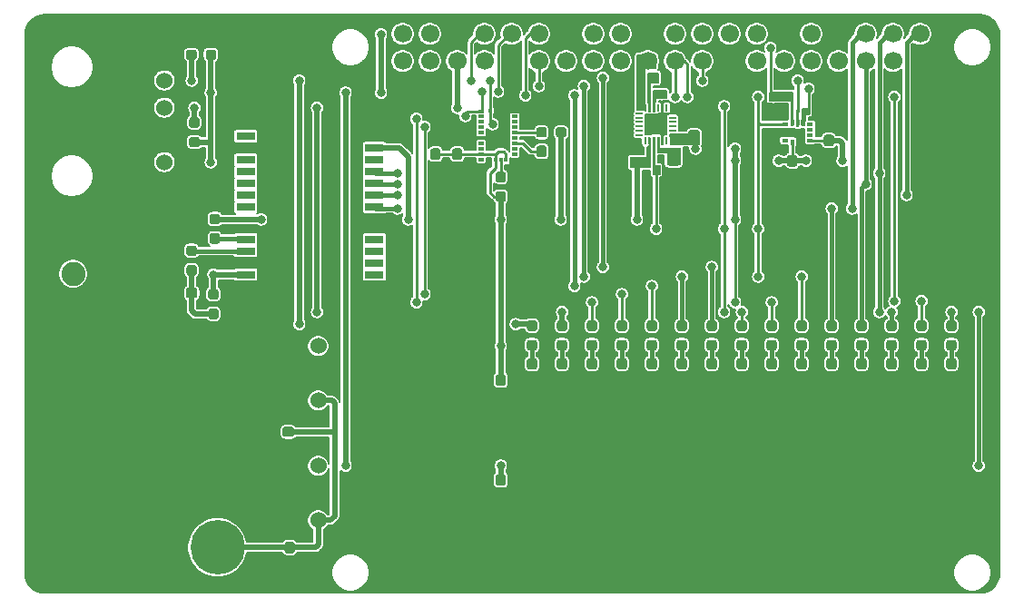
<source format=gbr>
G04 #@! TF.GenerationSoftware,KiCad,Pcbnew,(5.1.4)-1*
G04 #@! TF.CreationDate,2021-01-10T04:06:39-06:00*
G04 #@! TF.ProjectId,Navboard_hardware,4e617662-6f61-4726-945f-686172647761,rev?*
G04 #@! TF.SameCoordinates,Original*
G04 #@! TF.FileFunction,Copper,L1,Top*
G04 #@! TF.FilePolarity,Positive*
%FSLAX46Y46*%
G04 Gerber Fmt 4.6, Leading zero omitted, Abs format (unit mm)*
G04 Created by KiCad (PCBNEW (5.1.4)-1) date 2021-01-10 04:06:39*
%MOMM*%
%LPD*%
G04 APERTURE LIST*
%ADD10C,1.700000*%
%ADD11R,0.220000X0.640000*%
%ADD12R,0.640000X0.220000*%
%ADD13R,0.350000X0.580000*%
%ADD14R,0.580000X0.350000*%
%ADD15R,0.525000X0.300000*%
%ADD16R,0.300000X0.425000*%
%ADD17R,1.800000X0.800000*%
%ADD18C,1.524000*%
%ADD19C,0.100000*%
%ADD20C,0.950000*%
%ADD21C,5.080000*%
%ADD22C,2.250000*%
%ADD23C,0.800000*%
%ADD24C,0.254000*%
%ADD25C,0.508000*%
%ADD26C,0.381000*%
%ADD27C,0.127000*%
%ADD28C,0.063500*%
G04 APERTURE END LIST*
D10*
X177802000Y-39578000D03*
X177802000Y-42118000D03*
X175262000Y-39578000D03*
X175262000Y-42118000D03*
X172722000Y-39578000D03*
X172722000Y-42118000D03*
X170182000Y-39578000D03*
X170182000Y-42118000D03*
X167642000Y-39578000D03*
X167642000Y-42118000D03*
X165102000Y-39578000D03*
X165102000Y-42118000D03*
X162562000Y-39578000D03*
X162562000Y-42118000D03*
X160022000Y-39578000D03*
X160022000Y-42118000D03*
X157482000Y-39578000D03*
X157482000Y-42118000D03*
X154942000Y-39578000D03*
X154942000Y-42118000D03*
X152402000Y-39578000D03*
X152402000Y-42118000D03*
X149862000Y-39578000D03*
X149862000Y-42118000D03*
X147322000Y-39578000D03*
X147322000Y-42118000D03*
X144782000Y-39578000D03*
X144782000Y-42118000D03*
X142242000Y-39578000D03*
X142242000Y-42118000D03*
X139702000Y-39578000D03*
X139702000Y-42118000D03*
X137162000Y-39578000D03*
X137162000Y-42118000D03*
X134622000Y-39578000D03*
X134622000Y-42118000D03*
X132082000Y-39578000D03*
X132082000Y-42118000D03*
X129542000Y-39578000D03*
X129542000Y-42118000D03*
D11*
X152162000Y-46461000D03*
X152562000Y-46461000D03*
X152962000Y-46461000D03*
X153362000Y-46461000D03*
X153762000Y-46461000D03*
X154162000Y-46461000D03*
D12*
X154707000Y-47006000D03*
X154707000Y-47406000D03*
X154707000Y-47806000D03*
X154707000Y-48206000D03*
X154707000Y-48606000D03*
X154707000Y-49006000D03*
D11*
X154162000Y-49551000D03*
X153762000Y-49551000D03*
X153362000Y-49551000D03*
X152962000Y-49551000D03*
X152562000Y-49551000D03*
X152162000Y-49551000D03*
D12*
X151617000Y-49006000D03*
X151617000Y-48606000D03*
X151617000Y-48206000D03*
X151617000Y-47806000D03*
X151617000Y-47406000D03*
X151617000Y-47006000D03*
D13*
X165870000Y-47858000D03*
X166370000Y-47858000D03*
X166870000Y-47858000D03*
D14*
X167530000Y-48018000D03*
X167530000Y-48518000D03*
X167530000Y-49018000D03*
X167530000Y-49518000D03*
D13*
X166870000Y-49678000D03*
X166370000Y-49678000D03*
X165870000Y-49678000D03*
D14*
X165210000Y-49518000D03*
X165210000Y-49018000D03*
X165210000Y-48518000D03*
X165210000Y-48018000D03*
D15*
X136867500Y-50798500D03*
X136867500Y-50298500D03*
X136867500Y-49798500D03*
X136867500Y-49298500D03*
X136867500Y-48798500D03*
X136867500Y-48298500D03*
X136867500Y-47798500D03*
X136867500Y-47298500D03*
X136867500Y-46798500D03*
D16*
X137680000Y-46736000D03*
X138180000Y-46736000D03*
X138680000Y-46736000D03*
X139180000Y-46736000D03*
D15*
X139992500Y-46798500D03*
X139992500Y-47298500D03*
X139992500Y-47798500D03*
X139992500Y-48298500D03*
X139992500Y-48798500D03*
X139992500Y-49298500D03*
X139992500Y-49798500D03*
X139992500Y-50298500D03*
X139992500Y-50798500D03*
X139992500Y-51298500D03*
D16*
X139180000Y-51361000D03*
X138680000Y-51361000D03*
X138180000Y-51361000D03*
X137680000Y-51361000D03*
D15*
X136867500Y-51298500D03*
D17*
X126904000Y-49134000D03*
X126904000Y-50234000D03*
X126904000Y-51334000D03*
X126904000Y-52434000D03*
X126904000Y-53534000D03*
X126904000Y-54634000D03*
X126904000Y-55734000D03*
X126904000Y-58734000D03*
X126904000Y-59834000D03*
X126904000Y-60934000D03*
X126904000Y-62034000D03*
X126904000Y-63134000D03*
X114904000Y-63134000D03*
X114904000Y-62034000D03*
X114904000Y-60934000D03*
X114904000Y-59834000D03*
X114904000Y-58734000D03*
X114904000Y-55734000D03*
X114904000Y-54634000D03*
X114904000Y-53534000D03*
X114904000Y-52434000D03*
X114904000Y-51334000D03*
X114904000Y-50234000D03*
X114904000Y-49134000D03*
D18*
X121666000Y-68707000D03*
X121666000Y-71247000D03*
X121666000Y-73787000D03*
X121666000Y-79883000D03*
X121666000Y-82423000D03*
X121666000Y-84963000D03*
D19*
G36*
X144659779Y-68140644D02*
G01*
X144682834Y-68144063D01*
X144705443Y-68149727D01*
X144727387Y-68157579D01*
X144748457Y-68167544D01*
X144768448Y-68179526D01*
X144787168Y-68193410D01*
X144804438Y-68209062D01*
X144820090Y-68226332D01*
X144833974Y-68245052D01*
X144845956Y-68265043D01*
X144855921Y-68286113D01*
X144863773Y-68308057D01*
X144869437Y-68330666D01*
X144872856Y-68353721D01*
X144874000Y-68377000D01*
X144874000Y-68877000D01*
X144872856Y-68900279D01*
X144869437Y-68923334D01*
X144863773Y-68945943D01*
X144855921Y-68967887D01*
X144845956Y-68988957D01*
X144833974Y-69008948D01*
X144820090Y-69027668D01*
X144804438Y-69044938D01*
X144787168Y-69060590D01*
X144768448Y-69074474D01*
X144748457Y-69086456D01*
X144727387Y-69096421D01*
X144705443Y-69104273D01*
X144682834Y-69109937D01*
X144659779Y-69113356D01*
X144636500Y-69114500D01*
X144161500Y-69114500D01*
X144138221Y-69113356D01*
X144115166Y-69109937D01*
X144092557Y-69104273D01*
X144070613Y-69096421D01*
X144049543Y-69086456D01*
X144029552Y-69074474D01*
X144010832Y-69060590D01*
X143993562Y-69044938D01*
X143977910Y-69027668D01*
X143964026Y-69008948D01*
X143952044Y-68988957D01*
X143942079Y-68967887D01*
X143934227Y-68945943D01*
X143928563Y-68923334D01*
X143925144Y-68900279D01*
X143924000Y-68877000D01*
X143924000Y-68377000D01*
X143925144Y-68353721D01*
X143928563Y-68330666D01*
X143934227Y-68308057D01*
X143942079Y-68286113D01*
X143952044Y-68265043D01*
X143964026Y-68245052D01*
X143977910Y-68226332D01*
X143993562Y-68209062D01*
X144010832Y-68193410D01*
X144029552Y-68179526D01*
X144049543Y-68167544D01*
X144070613Y-68157579D01*
X144092557Y-68149727D01*
X144115166Y-68144063D01*
X144138221Y-68140644D01*
X144161500Y-68139500D01*
X144636500Y-68139500D01*
X144659779Y-68140644D01*
X144659779Y-68140644D01*
G37*
D20*
X144399000Y-68627000D03*
D19*
G36*
X144659779Y-66315644D02*
G01*
X144682834Y-66319063D01*
X144705443Y-66324727D01*
X144727387Y-66332579D01*
X144748457Y-66342544D01*
X144768448Y-66354526D01*
X144787168Y-66368410D01*
X144804438Y-66384062D01*
X144820090Y-66401332D01*
X144833974Y-66420052D01*
X144845956Y-66440043D01*
X144855921Y-66461113D01*
X144863773Y-66483057D01*
X144869437Y-66505666D01*
X144872856Y-66528721D01*
X144874000Y-66552000D01*
X144874000Y-67052000D01*
X144872856Y-67075279D01*
X144869437Y-67098334D01*
X144863773Y-67120943D01*
X144855921Y-67142887D01*
X144845956Y-67163957D01*
X144833974Y-67183948D01*
X144820090Y-67202668D01*
X144804438Y-67219938D01*
X144787168Y-67235590D01*
X144768448Y-67249474D01*
X144748457Y-67261456D01*
X144727387Y-67271421D01*
X144705443Y-67279273D01*
X144682834Y-67284937D01*
X144659779Y-67288356D01*
X144636500Y-67289500D01*
X144161500Y-67289500D01*
X144138221Y-67288356D01*
X144115166Y-67284937D01*
X144092557Y-67279273D01*
X144070613Y-67271421D01*
X144049543Y-67261456D01*
X144029552Y-67249474D01*
X144010832Y-67235590D01*
X143993562Y-67219938D01*
X143977910Y-67202668D01*
X143964026Y-67183948D01*
X143952044Y-67163957D01*
X143942079Y-67142887D01*
X143934227Y-67120943D01*
X143928563Y-67098334D01*
X143925144Y-67075279D01*
X143924000Y-67052000D01*
X143924000Y-66552000D01*
X143925144Y-66528721D01*
X143928563Y-66505666D01*
X143934227Y-66483057D01*
X143942079Y-66461113D01*
X143952044Y-66440043D01*
X143964026Y-66420052D01*
X143977910Y-66401332D01*
X143993562Y-66384062D01*
X144010832Y-66368410D01*
X144029552Y-66354526D01*
X144049543Y-66342544D01*
X144070613Y-66332579D01*
X144092557Y-66324727D01*
X144115166Y-66319063D01*
X144138221Y-66315644D01*
X144161500Y-66314500D01*
X144636500Y-66314500D01*
X144659779Y-66315644D01*
X144659779Y-66315644D01*
G37*
D20*
X144399000Y-66802000D03*
D19*
G36*
X141865779Y-68140644D02*
G01*
X141888834Y-68144063D01*
X141911443Y-68149727D01*
X141933387Y-68157579D01*
X141954457Y-68167544D01*
X141974448Y-68179526D01*
X141993168Y-68193410D01*
X142010438Y-68209062D01*
X142026090Y-68226332D01*
X142039974Y-68245052D01*
X142051956Y-68265043D01*
X142061921Y-68286113D01*
X142069773Y-68308057D01*
X142075437Y-68330666D01*
X142078856Y-68353721D01*
X142080000Y-68377000D01*
X142080000Y-68877000D01*
X142078856Y-68900279D01*
X142075437Y-68923334D01*
X142069773Y-68945943D01*
X142061921Y-68967887D01*
X142051956Y-68988957D01*
X142039974Y-69008948D01*
X142026090Y-69027668D01*
X142010438Y-69044938D01*
X141993168Y-69060590D01*
X141974448Y-69074474D01*
X141954457Y-69086456D01*
X141933387Y-69096421D01*
X141911443Y-69104273D01*
X141888834Y-69109937D01*
X141865779Y-69113356D01*
X141842500Y-69114500D01*
X141367500Y-69114500D01*
X141344221Y-69113356D01*
X141321166Y-69109937D01*
X141298557Y-69104273D01*
X141276613Y-69096421D01*
X141255543Y-69086456D01*
X141235552Y-69074474D01*
X141216832Y-69060590D01*
X141199562Y-69044938D01*
X141183910Y-69027668D01*
X141170026Y-69008948D01*
X141158044Y-68988957D01*
X141148079Y-68967887D01*
X141140227Y-68945943D01*
X141134563Y-68923334D01*
X141131144Y-68900279D01*
X141130000Y-68877000D01*
X141130000Y-68377000D01*
X141131144Y-68353721D01*
X141134563Y-68330666D01*
X141140227Y-68308057D01*
X141148079Y-68286113D01*
X141158044Y-68265043D01*
X141170026Y-68245052D01*
X141183910Y-68226332D01*
X141199562Y-68209062D01*
X141216832Y-68193410D01*
X141235552Y-68179526D01*
X141255543Y-68167544D01*
X141276613Y-68157579D01*
X141298557Y-68149727D01*
X141321166Y-68144063D01*
X141344221Y-68140644D01*
X141367500Y-68139500D01*
X141842500Y-68139500D01*
X141865779Y-68140644D01*
X141865779Y-68140644D01*
G37*
D20*
X141605000Y-68627000D03*
D19*
G36*
X141865779Y-66315644D02*
G01*
X141888834Y-66319063D01*
X141911443Y-66324727D01*
X141933387Y-66332579D01*
X141954457Y-66342544D01*
X141974448Y-66354526D01*
X141993168Y-66368410D01*
X142010438Y-66384062D01*
X142026090Y-66401332D01*
X142039974Y-66420052D01*
X142051956Y-66440043D01*
X142061921Y-66461113D01*
X142069773Y-66483057D01*
X142075437Y-66505666D01*
X142078856Y-66528721D01*
X142080000Y-66552000D01*
X142080000Y-67052000D01*
X142078856Y-67075279D01*
X142075437Y-67098334D01*
X142069773Y-67120943D01*
X142061921Y-67142887D01*
X142051956Y-67163957D01*
X142039974Y-67183948D01*
X142026090Y-67202668D01*
X142010438Y-67219938D01*
X141993168Y-67235590D01*
X141974448Y-67249474D01*
X141954457Y-67261456D01*
X141933387Y-67271421D01*
X141911443Y-67279273D01*
X141888834Y-67284937D01*
X141865779Y-67288356D01*
X141842500Y-67289500D01*
X141367500Y-67289500D01*
X141344221Y-67288356D01*
X141321166Y-67284937D01*
X141298557Y-67279273D01*
X141276613Y-67271421D01*
X141255543Y-67261456D01*
X141235552Y-67249474D01*
X141216832Y-67235590D01*
X141199562Y-67219938D01*
X141183910Y-67202668D01*
X141170026Y-67183948D01*
X141158044Y-67163957D01*
X141148079Y-67142887D01*
X141140227Y-67120943D01*
X141134563Y-67098334D01*
X141131144Y-67075279D01*
X141130000Y-67052000D01*
X141130000Y-66552000D01*
X141131144Y-66528721D01*
X141134563Y-66505666D01*
X141140227Y-66483057D01*
X141148079Y-66461113D01*
X141158044Y-66440043D01*
X141170026Y-66420052D01*
X141183910Y-66401332D01*
X141199562Y-66384062D01*
X141216832Y-66368410D01*
X141235552Y-66354526D01*
X141255543Y-66342544D01*
X141276613Y-66332579D01*
X141298557Y-66324727D01*
X141321166Y-66319063D01*
X141344221Y-66315644D01*
X141367500Y-66314500D01*
X141842500Y-66314500D01*
X141865779Y-66315644D01*
X141865779Y-66315644D01*
G37*
D20*
X141605000Y-66802000D03*
D19*
G36*
X167011779Y-68140644D02*
G01*
X167034834Y-68144063D01*
X167057443Y-68149727D01*
X167079387Y-68157579D01*
X167100457Y-68167544D01*
X167120448Y-68179526D01*
X167139168Y-68193410D01*
X167156438Y-68209062D01*
X167172090Y-68226332D01*
X167185974Y-68245052D01*
X167197956Y-68265043D01*
X167207921Y-68286113D01*
X167215773Y-68308057D01*
X167221437Y-68330666D01*
X167224856Y-68353721D01*
X167226000Y-68377000D01*
X167226000Y-68877000D01*
X167224856Y-68900279D01*
X167221437Y-68923334D01*
X167215773Y-68945943D01*
X167207921Y-68967887D01*
X167197956Y-68988957D01*
X167185974Y-69008948D01*
X167172090Y-69027668D01*
X167156438Y-69044938D01*
X167139168Y-69060590D01*
X167120448Y-69074474D01*
X167100457Y-69086456D01*
X167079387Y-69096421D01*
X167057443Y-69104273D01*
X167034834Y-69109937D01*
X167011779Y-69113356D01*
X166988500Y-69114500D01*
X166513500Y-69114500D01*
X166490221Y-69113356D01*
X166467166Y-69109937D01*
X166444557Y-69104273D01*
X166422613Y-69096421D01*
X166401543Y-69086456D01*
X166381552Y-69074474D01*
X166362832Y-69060590D01*
X166345562Y-69044938D01*
X166329910Y-69027668D01*
X166316026Y-69008948D01*
X166304044Y-68988957D01*
X166294079Y-68967887D01*
X166286227Y-68945943D01*
X166280563Y-68923334D01*
X166277144Y-68900279D01*
X166276000Y-68877000D01*
X166276000Y-68377000D01*
X166277144Y-68353721D01*
X166280563Y-68330666D01*
X166286227Y-68308057D01*
X166294079Y-68286113D01*
X166304044Y-68265043D01*
X166316026Y-68245052D01*
X166329910Y-68226332D01*
X166345562Y-68209062D01*
X166362832Y-68193410D01*
X166381552Y-68179526D01*
X166401543Y-68167544D01*
X166422613Y-68157579D01*
X166444557Y-68149727D01*
X166467166Y-68144063D01*
X166490221Y-68140644D01*
X166513500Y-68139500D01*
X166988500Y-68139500D01*
X167011779Y-68140644D01*
X167011779Y-68140644D01*
G37*
D20*
X166751000Y-68627000D03*
D19*
G36*
X167011779Y-66315644D02*
G01*
X167034834Y-66319063D01*
X167057443Y-66324727D01*
X167079387Y-66332579D01*
X167100457Y-66342544D01*
X167120448Y-66354526D01*
X167139168Y-66368410D01*
X167156438Y-66384062D01*
X167172090Y-66401332D01*
X167185974Y-66420052D01*
X167197956Y-66440043D01*
X167207921Y-66461113D01*
X167215773Y-66483057D01*
X167221437Y-66505666D01*
X167224856Y-66528721D01*
X167226000Y-66552000D01*
X167226000Y-67052000D01*
X167224856Y-67075279D01*
X167221437Y-67098334D01*
X167215773Y-67120943D01*
X167207921Y-67142887D01*
X167197956Y-67163957D01*
X167185974Y-67183948D01*
X167172090Y-67202668D01*
X167156438Y-67219938D01*
X167139168Y-67235590D01*
X167120448Y-67249474D01*
X167100457Y-67261456D01*
X167079387Y-67271421D01*
X167057443Y-67279273D01*
X167034834Y-67284937D01*
X167011779Y-67288356D01*
X166988500Y-67289500D01*
X166513500Y-67289500D01*
X166490221Y-67288356D01*
X166467166Y-67284937D01*
X166444557Y-67279273D01*
X166422613Y-67271421D01*
X166401543Y-67261456D01*
X166381552Y-67249474D01*
X166362832Y-67235590D01*
X166345562Y-67219938D01*
X166329910Y-67202668D01*
X166316026Y-67183948D01*
X166304044Y-67163957D01*
X166294079Y-67142887D01*
X166286227Y-67120943D01*
X166280563Y-67098334D01*
X166277144Y-67075279D01*
X166276000Y-67052000D01*
X166276000Y-66552000D01*
X166277144Y-66528721D01*
X166280563Y-66505666D01*
X166286227Y-66483057D01*
X166294079Y-66461113D01*
X166304044Y-66440043D01*
X166316026Y-66420052D01*
X166329910Y-66401332D01*
X166345562Y-66384062D01*
X166362832Y-66368410D01*
X166381552Y-66354526D01*
X166401543Y-66342544D01*
X166422613Y-66332579D01*
X166444557Y-66324727D01*
X166467166Y-66319063D01*
X166490221Y-66315644D01*
X166513500Y-66314500D01*
X166988500Y-66314500D01*
X167011779Y-66315644D01*
X167011779Y-66315644D01*
G37*
D20*
X166751000Y-66802000D03*
D19*
G36*
X161423779Y-68140644D02*
G01*
X161446834Y-68144063D01*
X161469443Y-68149727D01*
X161491387Y-68157579D01*
X161512457Y-68167544D01*
X161532448Y-68179526D01*
X161551168Y-68193410D01*
X161568438Y-68209062D01*
X161584090Y-68226332D01*
X161597974Y-68245052D01*
X161609956Y-68265043D01*
X161619921Y-68286113D01*
X161627773Y-68308057D01*
X161633437Y-68330666D01*
X161636856Y-68353721D01*
X161638000Y-68377000D01*
X161638000Y-68877000D01*
X161636856Y-68900279D01*
X161633437Y-68923334D01*
X161627773Y-68945943D01*
X161619921Y-68967887D01*
X161609956Y-68988957D01*
X161597974Y-69008948D01*
X161584090Y-69027668D01*
X161568438Y-69044938D01*
X161551168Y-69060590D01*
X161532448Y-69074474D01*
X161512457Y-69086456D01*
X161491387Y-69096421D01*
X161469443Y-69104273D01*
X161446834Y-69109937D01*
X161423779Y-69113356D01*
X161400500Y-69114500D01*
X160925500Y-69114500D01*
X160902221Y-69113356D01*
X160879166Y-69109937D01*
X160856557Y-69104273D01*
X160834613Y-69096421D01*
X160813543Y-69086456D01*
X160793552Y-69074474D01*
X160774832Y-69060590D01*
X160757562Y-69044938D01*
X160741910Y-69027668D01*
X160728026Y-69008948D01*
X160716044Y-68988957D01*
X160706079Y-68967887D01*
X160698227Y-68945943D01*
X160692563Y-68923334D01*
X160689144Y-68900279D01*
X160688000Y-68877000D01*
X160688000Y-68377000D01*
X160689144Y-68353721D01*
X160692563Y-68330666D01*
X160698227Y-68308057D01*
X160706079Y-68286113D01*
X160716044Y-68265043D01*
X160728026Y-68245052D01*
X160741910Y-68226332D01*
X160757562Y-68209062D01*
X160774832Y-68193410D01*
X160793552Y-68179526D01*
X160813543Y-68167544D01*
X160834613Y-68157579D01*
X160856557Y-68149727D01*
X160879166Y-68144063D01*
X160902221Y-68140644D01*
X160925500Y-68139500D01*
X161400500Y-68139500D01*
X161423779Y-68140644D01*
X161423779Y-68140644D01*
G37*
D20*
X161163000Y-68627000D03*
D19*
G36*
X161423779Y-66315644D02*
G01*
X161446834Y-66319063D01*
X161469443Y-66324727D01*
X161491387Y-66332579D01*
X161512457Y-66342544D01*
X161532448Y-66354526D01*
X161551168Y-66368410D01*
X161568438Y-66384062D01*
X161584090Y-66401332D01*
X161597974Y-66420052D01*
X161609956Y-66440043D01*
X161619921Y-66461113D01*
X161627773Y-66483057D01*
X161633437Y-66505666D01*
X161636856Y-66528721D01*
X161638000Y-66552000D01*
X161638000Y-67052000D01*
X161636856Y-67075279D01*
X161633437Y-67098334D01*
X161627773Y-67120943D01*
X161619921Y-67142887D01*
X161609956Y-67163957D01*
X161597974Y-67183948D01*
X161584090Y-67202668D01*
X161568438Y-67219938D01*
X161551168Y-67235590D01*
X161532448Y-67249474D01*
X161512457Y-67261456D01*
X161491387Y-67271421D01*
X161469443Y-67279273D01*
X161446834Y-67284937D01*
X161423779Y-67288356D01*
X161400500Y-67289500D01*
X160925500Y-67289500D01*
X160902221Y-67288356D01*
X160879166Y-67284937D01*
X160856557Y-67279273D01*
X160834613Y-67271421D01*
X160813543Y-67261456D01*
X160793552Y-67249474D01*
X160774832Y-67235590D01*
X160757562Y-67219938D01*
X160741910Y-67202668D01*
X160728026Y-67183948D01*
X160716044Y-67163957D01*
X160706079Y-67142887D01*
X160698227Y-67120943D01*
X160692563Y-67098334D01*
X160689144Y-67075279D01*
X160688000Y-67052000D01*
X160688000Y-66552000D01*
X160689144Y-66528721D01*
X160692563Y-66505666D01*
X160698227Y-66483057D01*
X160706079Y-66461113D01*
X160716044Y-66440043D01*
X160728026Y-66420052D01*
X160741910Y-66401332D01*
X160757562Y-66384062D01*
X160774832Y-66368410D01*
X160793552Y-66354526D01*
X160813543Y-66342544D01*
X160834613Y-66332579D01*
X160856557Y-66324727D01*
X160879166Y-66319063D01*
X160902221Y-66315644D01*
X160925500Y-66314500D01*
X161400500Y-66314500D01*
X161423779Y-66315644D01*
X161423779Y-66315644D01*
G37*
D20*
X161163000Y-66802000D03*
D19*
G36*
X172599779Y-68140644D02*
G01*
X172622834Y-68144063D01*
X172645443Y-68149727D01*
X172667387Y-68157579D01*
X172688457Y-68167544D01*
X172708448Y-68179526D01*
X172727168Y-68193410D01*
X172744438Y-68209062D01*
X172760090Y-68226332D01*
X172773974Y-68245052D01*
X172785956Y-68265043D01*
X172795921Y-68286113D01*
X172803773Y-68308057D01*
X172809437Y-68330666D01*
X172812856Y-68353721D01*
X172814000Y-68377000D01*
X172814000Y-68877000D01*
X172812856Y-68900279D01*
X172809437Y-68923334D01*
X172803773Y-68945943D01*
X172795921Y-68967887D01*
X172785956Y-68988957D01*
X172773974Y-69008948D01*
X172760090Y-69027668D01*
X172744438Y-69044938D01*
X172727168Y-69060590D01*
X172708448Y-69074474D01*
X172688457Y-69086456D01*
X172667387Y-69096421D01*
X172645443Y-69104273D01*
X172622834Y-69109937D01*
X172599779Y-69113356D01*
X172576500Y-69114500D01*
X172101500Y-69114500D01*
X172078221Y-69113356D01*
X172055166Y-69109937D01*
X172032557Y-69104273D01*
X172010613Y-69096421D01*
X171989543Y-69086456D01*
X171969552Y-69074474D01*
X171950832Y-69060590D01*
X171933562Y-69044938D01*
X171917910Y-69027668D01*
X171904026Y-69008948D01*
X171892044Y-68988957D01*
X171882079Y-68967887D01*
X171874227Y-68945943D01*
X171868563Y-68923334D01*
X171865144Y-68900279D01*
X171864000Y-68877000D01*
X171864000Y-68377000D01*
X171865144Y-68353721D01*
X171868563Y-68330666D01*
X171874227Y-68308057D01*
X171882079Y-68286113D01*
X171892044Y-68265043D01*
X171904026Y-68245052D01*
X171917910Y-68226332D01*
X171933562Y-68209062D01*
X171950832Y-68193410D01*
X171969552Y-68179526D01*
X171989543Y-68167544D01*
X172010613Y-68157579D01*
X172032557Y-68149727D01*
X172055166Y-68144063D01*
X172078221Y-68140644D01*
X172101500Y-68139500D01*
X172576500Y-68139500D01*
X172599779Y-68140644D01*
X172599779Y-68140644D01*
G37*
D20*
X172339000Y-68627000D03*
D19*
G36*
X172599779Y-66315644D02*
G01*
X172622834Y-66319063D01*
X172645443Y-66324727D01*
X172667387Y-66332579D01*
X172688457Y-66342544D01*
X172708448Y-66354526D01*
X172727168Y-66368410D01*
X172744438Y-66384062D01*
X172760090Y-66401332D01*
X172773974Y-66420052D01*
X172785956Y-66440043D01*
X172795921Y-66461113D01*
X172803773Y-66483057D01*
X172809437Y-66505666D01*
X172812856Y-66528721D01*
X172814000Y-66552000D01*
X172814000Y-67052000D01*
X172812856Y-67075279D01*
X172809437Y-67098334D01*
X172803773Y-67120943D01*
X172795921Y-67142887D01*
X172785956Y-67163957D01*
X172773974Y-67183948D01*
X172760090Y-67202668D01*
X172744438Y-67219938D01*
X172727168Y-67235590D01*
X172708448Y-67249474D01*
X172688457Y-67261456D01*
X172667387Y-67271421D01*
X172645443Y-67279273D01*
X172622834Y-67284937D01*
X172599779Y-67288356D01*
X172576500Y-67289500D01*
X172101500Y-67289500D01*
X172078221Y-67288356D01*
X172055166Y-67284937D01*
X172032557Y-67279273D01*
X172010613Y-67271421D01*
X171989543Y-67261456D01*
X171969552Y-67249474D01*
X171950832Y-67235590D01*
X171933562Y-67219938D01*
X171917910Y-67202668D01*
X171904026Y-67183948D01*
X171892044Y-67163957D01*
X171882079Y-67142887D01*
X171874227Y-67120943D01*
X171868563Y-67098334D01*
X171865144Y-67075279D01*
X171864000Y-67052000D01*
X171864000Y-66552000D01*
X171865144Y-66528721D01*
X171868563Y-66505666D01*
X171874227Y-66483057D01*
X171882079Y-66461113D01*
X171892044Y-66440043D01*
X171904026Y-66420052D01*
X171917910Y-66401332D01*
X171933562Y-66384062D01*
X171950832Y-66368410D01*
X171969552Y-66354526D01*
X171989543Y-66342544D01*
X172010613Y-66332579D01*
X172032557Y-66324727D01*
X172055166Y-66319063D01*
X172078221Y-66315644D01*
X172101500Y-66314500D01*
X172576500Y-66314500D01*
X172599779Y-66315644D01*
X172599779Y-66315644D01*
G37*
D20*
X172339000Y-66802000D03*
D19*
G36*
X178187779Y-68140644D02*
G01*
X178210834Y-68144063D01*
X178233443Y-68149727D01*
X178255387Y-68157579D01*
X178276457Y-68167544D01*
X178296448Y-68179526D01*
X178315168Y-68193410D01*
X178332438Y-68209062D01*
X178348090Y-68226332D01*
X178361974Y-68245052D01*
X178373956Y-68265043D01*
X178383921Y-68286113D01*
X178391773Y-68308057D01*
X178397437Y-68330666D01*
X178400856Y-68353721D01*
X178402000Y-68377000D01*
X178402000Y-68877000D01*
X178400856Y-68900279D01*
X178397437Y-68923334D01*
X178391773Y-68945943D01*
X178383921Y-68967887D01*
X178373956Y-68988957D01*
X178361974Y-69008948D01*
X178348090Y-69027668D01*
X178332438Y-69044938D01*
X178315168Y-69060590D01*
X178296448Y-69074474D01*
X178276457Y-69086456D01*
X178255387Y-69096421D01*
X178233443Y-69104273D01*
X178210834Y-69109937D01*
X178187779Y-69113356D01*
X178164500Y-69114500D01*
X177689500Y-69114500D01*
X177666221Y-69113356D01*
X177643166Y-69109937D01*
X177620557Y-69104273D01*
X177598613Y-69096421D01*
X177577543Y-69086456D01*
X177557552Y-69074474D01*
X177538832Y-69060590D01*
X177521562Y-69044938D01*
X177505910Y-69027668D01*
X177492026Y-69008948D01*
X177480044Y-68988957D01*
X177470079Y-68967887D01*
X177462227Y-68945943D01*
X177456563Y-68923334D01*
X177453144Y-68900279D01*
X177452000Y-68877000D01*
X177452000Y-68377000D01*
X177453144Y-68353721D01*
X177456563Y-68330666D01*
X177462227Y-68308057D01*
X177470079Y-68286113D01*
X177480044Y-68265043D01*
X177492026Y-68245052D01*
X177505910Y-68226332D01*
X177521562Y-68209062D01*
X177538832Y-68193410D01*
X177557552Y-68179526D01*
X177577543Y-68167544D01*
X177598613Y-68157579D01*
X177620557Y-68149727D01*
X177643166Y-68144063D01*
X177666221Y-68140644D01*
X177689500Y-68139500D01*
X178164500Y-68139500D01*
X178187779Y-68140644D01*
X178187779Y-68140644D01*
G37*
D20*
X177927000Y-68627000D03*
D19*
G36*
X178187779Y-66315644D02*
G01*
X178210834Y-66319063D01*
X178233443Y-66324727D01*
X178255387Y-66332579D01*
X178276457Y-66342544D01*
X178296448Y-66354526D01*
X178315168Y-66368410D01*
X178332438Y-66384062D01*
X178348090Y-66401332D01*
X178361974Y-66420052D01*
X178373956Y-66440043D01*
X178383921Y-66461113D01*
X178391773Y-66483057D01*
X178397437Y-66505666D01*
X178400856Y-66528721D01*
X178402000Y-66552000D01*
X178402000Y-67052000D01*
X178400856Y-67075279D01*
X178397437Y-67098334D01*
X178391773Y-67120943D01*
X178383921Y-67142887D01*
X178373956Y-67163957D01*
X178361974Y-67183948D01*
X178348090Y-67202668D01*
X178332438Y-67219938D01*
X178315168Y-67235590D01*
X178296448Y-67249474D01*
X178276457Y-67261456D01*
X178255387Y-67271421D01*
X178233443Y-67279273D01*
X178210834Y-67284937D01*
X178187779Y-67288356D01*
X178164500Y-67289500D01*
X177689500Y-67289500D01*
X177666221Y-67288356D01*
X177643166Y-67284937D01*
X177620557Y-67279273D01*
X177598613Y-67271421D01*
X177577543Y-67261456D01*
X177557552Y-67249474D01*
X177538832Y-67235590D01*
X177521562Y-67219938D01*
X177505910Y-67202668D01*
X177492026Y-67183948D01*
X177480044Y-67163957D01*
X177470079Y-67142887D01*
X177462227Y-67120943D01*
X177456563Y-67098334D01*
X177453144Y-67075279D01*
X177452000Y-67052000D01*
X177452000Y-66552000D01*
X177453144Y-66528721D01*
X177456563Y-66505666D01*
X177462227Y-66483057D01*
X177470079Y-66461113D01*
X177480044Y-66440043D01*
X177492026Y-66420052D01*
X177505910Y-66401332D01*
X177521562Y-66384062D01*
X177538832Y-66368410D01*
X177557552Y-66354526D01*
X177577543Y-66342544D01*
X177598613Y-66332579D01*
X177620557Y-66324727D01*
X177643166Y-66319063D01*
X177666221Y-66315644D01*
X177689500Y-66314500D01*
X178164500Y-66314500D01*
X178187779Y-66315644D01*
X178187779Y-66315644D01*
G37*
D20*
X177927000Y-66802000D03*
D19*
G36*
X158629779Y-68140644D02*
G01*
X158652834Y-68144063D01*
X158675443Y-68149727D01*
X158697387Y-68157579D01*
X158718457Y-68167544D01*
X158738448Y-68179526D01*
X158757168Y-68193410D01*
X158774438Y-68209062D01*
X158790090Y-68226332D01*
X158803974Y-68245052D01*
X158815956Y-68265043D01*
X158825921Y-68286113D01*
X158833773Y-68308057D01*
X158839437Y-68330666D01*
X158842856Y-68353721D01*
X158844000Y-68377000D01*
X158844000Y-68877000D01*
X158842856Y-68900279D01*
X158839437Y-68923334D01*
X158833773Y-68945943D01*
X158825921Y-68967887D01*
X158815956Y-68988957D01*
X158803974Y-69008948D01*
X158790090Y-69027668D01*
X158774438Y-69044938D01*
X158757168Y-69060590D01*
X158738448Y-69074474D01*
X158718457Y-69086456D01*
X158697387Y-69096421D01*
X158675443Y-69104273D01*
X158652834Y-69109937D01*
X158629779Y-69113356D01*
X158606500Y-69114500D01*
X158131500Y-69114500D01*
X158108221Y-69113356D01*
X158085166Y-69109937D01*
X158062557Y-69104273D01*
X158040613Y-69096421D01*
X158019543Y-69086456D01*
X157999552Y-69074474D01*
X157980832Y-69060590D01*
X157963562Y-69044938D01*
X157947910Y-69027668D01*
X157934026Y-69008948D01*
X157922044Y-68988957D01*
X157912079Y-68967887D01*
X157904227Y-68945943D01*
X157898563Y-68923334D01*
X157895144Y-68900279D01*
X157894000Y-68877000D01*
X157894000Y-68377000D01*
X157895144Y-68353721D01*
X157898563Y-68330666D01*
X157904227Y-68308057D01*
X157912079Y-68286113D01*
X157922044Y-68265043D01*
X157934026Y-68245052D01*
X157947910Y-68226332D01*
X157963562Y-68209062D01*
X157980832Y-68193410D01*
X157999552Y-68179526D01*
X158019543Y-68167544D01*
X158040613Y-68157579D01*
X158062557Y-68149727D01*
X158085166Y-68144063D01*
X158108221Y-68140644D01*
X158131500Y-68139500D01*
X158606500Y-68139500D01*
X158629779Y-68140644D01*
X158629779Y-68140644D01*
G37*
D20*
X158369000Y-68627000D03*
D19*
G36*
X158629779Y-66315644D02*
G01*
X158652834Y-66319063D01*
X158675443Y-66324727D01*
X158697387Y-66332579D01*
X158718457Y-66342544D01*
X158738448Y-66354526D01*
X158757168Y-66368410D01*
X158774438Y-66384062D01*
X158790090Y-66401332D01*
X158803974Y-66420052D01*
X158815956Y-66440043D01*
X158825921Y-66461113D01*
X158833773Y-66483057D01*
X158839437Y-66505666D01*
X158842856Y-66528721D01*
X158844000Y-66552000D01*
X158844000Y-67052000D01*
X158842856Y-67075279D01*
X158839437Y-67098334D01*
X158833773Y-67120943D01*
X158825921Y-67142887D01*
X158815956Y-67163957D01*
X158803974Y-67183948D01*
X158790090Y-67202668D01*
X158774438Y-67219938D01*
X158757168Y-67235590D01*
X158738448Y-67249474D01*
X158718457Y-67261456D01*
X158697387Y-67271421D01*
X158675443Y-67279273D01*
X158652834Y-67284937D01*
X158629779Y-67288356D01*
X158606500Y-67289500D01*
X158131500Y-67289500D01*
X158108221Y-67288356D01*
X158085166Y-67284937D01*
X158062557Y-67279273D01*
X158040613Y-67271421D01*
X158019543Y-67261456D01*
X157999552Y-67249474D01*
X157980832Y-67235590D01*
X157963562Y-67219938D01*
X157947910Y-67202668D01*
X157934026Y-67183948D01*
X157922044Y-67163957D01*
X157912079Y-67142887D01*
X157904227Y-67120943D01*
X157898563Y-67098334D01*
X157895144Y-67075279D01*
X157894000Y-67052000D01*
X157894000Y-66552000D01*
X157895144Y-66528721D01*
X157898563Y-66505666D01*
X157904227Y-66483057D01*
X157912079Y-66461113D01*
X157922044Y-66440043D01*
X157934026Y-66420052D01*
X157947910Y-66401332D01*
X157963562Y-66384062D01*
X157980832Y-66368410D01*
X157999552Y-66354526D01*
X158019543Y-66342544D01*
X158040613Y-66332579D01*
X158062557Y-66324727D01*
X158085166Y-66319063D01*
X158108221Y-66315644D01*
X158131500Y-66314500D01*
X158606500Y-66314500D01*
X158629779Y-66315644D01*
X158629779Y-66315644D01*
G37*
D20*
X158369000Y-66802000D03*
D19*
G36*
X175393779Y-68140644D02*
G01*
X175416834Y-68144063D01*
X175439443Y-68149727D01*
X175461387Y-68157579D01*
X175482457Y-68167544D01*
X175502448Y-68179526D01*
X175521168Y-68193410D01*
X175538438Y-68209062D01*
X175554090Y-68226332D01*
X175567974Y-68245052D01*
X175579956Y-68265043D01*
X175589921Y-68286113D01*
X175597773Y-68308057D01*
X175603437Y-68330666D01*
X175606856Y-68353721D01*
X175608000Y-68377000D01*
X175608000Y-68877000D01*
X175606856Y-68900279D01*
X175603437Y-68923334D01*
X175597773Y-68945943D01*
X175589921Y-68967887D01*
X175579956Y-68988957D01*
X175567974Y-69008948D01*
X175554090Y-69027668D01*
X175538438Y-69044938D01*
X175521168Y-69060590D01*
X175502448Y-69074474D01*
X175482457Y-69086456D01*
X175461387Y-69096421D01*
X175439443Y-69104273D01*
X175416834Y-69109937D01*
X175393779Y-69113356D01*
X175370500Y-69114500D01*
X174895500Y-69114500D01*
X174872221Y-69113356D01*
X174849166Y-69109937D01*
X174826557Y-69104273D01*
X174804613Y-69096421D01*
X174783543Y-69086456D01*
X174763552Y-69074474D01*
X174744832Y-69060590D01*
X174727562Y-69044938D01*
X174711910Y-69027668D01*
X174698026Y-69008948D01*
X174686044Y-68988957D01*
X174676079Y-68967887D01*
X174668227Y-68945943D01*
X174662563Y-68923334D01*
X174659144Y-68900279D01*
X174658000Y-68877000D01*
X174658000Y-68377000D01*
X174659144Y-68353721D01*
X174662563Y-68330666D01*
X174668227Y-68308057D01*
X174676079Y-68286113D01*
X174686044Y-68265043D01*
X174698026Y-68245052D01*
X174711910Y-68226332D01*
X174727562Y-68209062D01*
X174744832Y-68193410D01*
X174763552Y-68179526D01*
X174783543Y-68167544D01*
X174804613Y-68157579D01*
X174826557Y-68149727D01*
X174849166Y-68144063D01*
X174872221Y-68140644D01*
X174895500Y-68139500D01*
X175370500Y-68139500D01*
X175393779Y-68140644D01*
X175393779Y-68140644D01*
G37*
D20*
X175133000Y-68627000D03*
D19*
G36*
X175393779Y-66315644D02*
G01*
X175416834Y-66319063D01*
X175439443Y-66324727D01*
X175461387Y-66332579D01*
X175482457Y-66342544D01*
X175502448Y-66354526D01*
X175521168Y-66368410D01*
X175538438Y-66384062D01*
X175554090Y-66401332D01*
X175567974Y-66420052D01*
X175579956Y-66440043D01*
X175589921Y-66461113D01*
X175597773Y-66483057D01*
X175603437Y-66505666D01*
X175606856Y-66528721D01*
X175608000Y-66552000D01*
X175608000Y-67052000D01*
X175606856Y-67075279D01*
X175603437Y-67098334D01*
X175597773Y-67120943D01*
X175589921Y-67142887D01*
X175579956Y-67163957D01*
X175567974Y-67183948D01*
X175554090Y-67202668D01*
X175538438Y-67219938D01*
X175521168Y-67235590D01*
X175502448Y-67249474D01*
X175482457Y-67261456D01*
X175461387Y-67271421D01*
X175439443Y-67279273D01*
X175416834Y-67284937D01*
X175393779Y-67288356D01*
X175370500Y-67289500D01*
X174895500Y-67289500D01*
X174872221Y-67288356D01*
X174849166Y-67284937D01*
X174826557Y-67279273D01*
X174804613Y-67271421D01*
X174783543Y-67261456D01*
X174763552Y-67249474D01*
X174744832Y-67235590D01*
X174727562Y-67219938D01*
X174711910Y-67202668D01*
X174698026Y-67183948D01*
X174686044Y-67163957D01*
X174676079Y-67142887D01*
X174668227Y-67120943D01*
X174662563Y-67098334D01*
X174659144Y-67075279D01*
X174658000Y-67052000D01*
X174658000Y-66552000D01*
X174659144Y-66528721D01*
X174662563Y-66505666D01*
X174668227Y-66483057D01*
X174676079Y-66461113D01*
X174686044Y-66440043D01*
X174698026Y-66420052D01*
X174711910Y-66401332D01*
X174727562Y-66384062D01*
X174744832Y-66368410D01*
X174763552Y-66354526D01*
X174783543Y-66342544D01*
X174804613Y-66332579D01*
X174826557Y-66324727D01*
X174849166Y-66319063D01*
X174872221Y-66315644D01*
X174895500Y-66314500D01*
X175370500Y-66314500D01*
X175393779Y-66315644D01*
X175393779Y-66315644D01*
G37*
D20*
X175133000Y-66802000D03*
D19*
G36*
X155835779Y-68140644D02*
G01*
X155858834Y-68144063D01*
X155881443Y-68149727D01*
X155903387Y-68157579D01*
X155924457Y-68167544D01*
X155944448Y-68179526D01*
X155963168Y-68193410D01*
X155980438Y-68209062D01*
X155996090Y-68226332D01*
X156009974Y-68245052D01*
X156021956Y-68265043D01*
X156031921Y-68286113D01*
X156039773Y-68308057D01*
X156045437Y-68330666D01*
X156048856Y-68353721D01*
X156050000Y-68377000D01*
X156050000Y-68877000D01*
X156048856Y-68900279D01*
X156045437Y-68923334D01*
X156039773Y-68945943D01*
X156031921Y-68967887D01*
X156021956Y-68988957D01*
X156009974Y-69008948D01*
X155996090Y-69027668D01*
X155980438Y-69044938D01*
X155963168Y-69060590D01*
X155944448Y-69074474D01*
X155924457Y-69086456D01*
X155903387Y-69096421D01*
X155881443Y-69104273D01*
X155858834Y-69109937D01*
X155835779Y-69113356D01*
X155812500Y-69114500D01*
X155337500Y-69114500D01*
X155314221Y-69113356D01*
X155291166Y-69109937D01*
X155268557Y-69104273D01*
X155246613Y-69096421D01*
X155225543Y-69086456D01*
X155205552Y-69074474D01*
X155186832Y-69060590D01*
X155169562Y-69044938D01*
X155153910Y-69027668D01*
X155140026Y-69008948D01*
X155128044Y-68988957D01*
X155118079Y-68967887D01*
X155110227Y-68945943D01*
X155104563Y-68923334D01*
X155101144Y-68900279D01*
X155100000Y-68877000D01*
X155100000Y-68377000D01*
X155101144Y-68353721D01*
X155104563Y-68330666D01*
X155110227Y-68308057D01*
X155118079Y-68286113D01*
X155128044Y-68265043D01*
X155140026Y-68245052D01*
X155153910Y-68226332D01*
X155169562Y-68209062D01*
X155186832Y-68193410D01*
X155205552Y-68179526D01*
X155225543Y-68167544D01*
X155246613Y-68157579D01*
X155268557Y-68149727D01*
X155291166Y-68144063D01*
X155314221Y-68140644D01*
X155337500Y-68139500D01*
X155812500Y-68139500D01*
X155835779Y-68140644D01*
X155835779Y-68140644D01*
G37*
D20*
X155575000Y-68627000D03*
D19*
G36*
X155835779Y-66315644D02*
G01*
X155858834Y-66319063D01*
X155881443Y-66324727D01*
X155903387Y-66332579D01*
X155924457Y-66342544D01*
X155944448Y-66354526D01*
X155963168Y-66368410D01*
X155980438Y-66384062D01*
X155996090Y-66401332D01*
X156009974Y-66420052D01*
X156021956Y-66440043D01*
X156031921Y-66461113D01*
X156039773Y-66483057D01*
X156045437Y-66505666D01*
X156048856Y-66528721D01*
X156050000Y-66552000D01*
X156050000Y-67052000D01*
X156048856Y-67075279D01*
X156045437Y-67098334D01*
X156039773Y-67120943D01*
X156031921Y-67142887D01*
X156021956Y-67163957D01*
X156009974Y-67183948D01*
X155996090Y-67202668D01*
X155980438Y-67219938D01*
X155963168Y-67235590D01*
X155944448Y-67249474D01*
X155924457Y-67261456D01*
X155903387Y-67271421D01*
X155881443Y-67279273D01*
X155858834Y-67284937D01*
X155835779Y-67288356D01*
X155812500Y-67289500D01*
X155337500Y-67289500D01*
X155314221Y-67288356D01*
X155291166Y-67284937D01*
X155268557Y-67279273D01*
X155246613Y-67271421D01*
X155225543Y-67261456D01*
X155205552Y-67249474D01*
X155186832Y-67235590D01*
X155169562Y-67219938D01*
X155153910Y-67202668D01*
X155140026Y-67183948D01*
X155128044Y-67163957D01*
X155118079Y-67142887D01*
X155110227Y-67120943D01*
X155104563Y-67098334D01*
X155101144Y-67075279D01*
X155100000Y-67052000D01*
X155100000Y-66552000D01*
X155101144Y-66528721D01*
X155104563Y-66505666D01*
X155110227Y-66483057D01*
X155118079Y-66461113D01*
X155128044Y-66440043D01*
X155140026Y-66420052D01*
X155153910Y-66401332D01*
X155169562Y-66384062D01*
X155186832Y-66368410D01*
X155205552Y-66354526D01*
X155225543Y-66342544D01*
X155246613Y-66332579D01*
X155268557Y-66324727D01*
X155291166Y-66319063D01*
X155314221Y-66315644D01*
X155337500Y-66314500D01*
X155812500Y-66314500D01*
X155835779Y-66315644D01*
X155835779Y-66315644D01*
G37*
D20*
X155575000Y-66802000D03*
D19*
G36*
X153041779Y-68140644D02*
G01*
X153064834Y-68144063D01*
X153087443Y-68149727D01*
X153109387Y-68157579D01*
X153130457Y-68167544D01*
X153150448Y-68179526D01*
X153169168Y-68193410D01*
X153186438Y-68209062D01*
X153202090Y-68226332D01*
X153215974Y-68245052D01*
X153227956Y-68265043D01*
X153237921Y-68286113D01*
X153245773Y-68308057D01*
X153251437Y-68330666D01*
X153254856Y-68353721D01*
X153256000Y-68377000D01*
X153256000Y-68877000D01*
X153254856Y-68900279D01*
X153251437Y-68923334D01*
X153245773Y-68945943D01*
X153237921Y-68967887D01*
X153227956Y-68988957D01*
X153215974Y-69008948D01*
X153202090Y-69027668D01*
X153186438Y-69044938D01*
X153169168Y-69060590D01*
X153150448Y-69074474D01*
X153130457Y-69086456D01*
X153109387Y-69096421D01*
X153087443Y-69104273D01*
X153064834Y-69109937D01*
X153041779Y-69113356D01*
X153018500Y-69114500D01*
X152543500Y-69114500D01*
X152520221Y-69113356D01*
X152497166Y-69109937D01*
X152474557Y-69104273D01*
X152452613Y-69096421D01*
X152431543Y-69086456D01*
X152411552Y-69074474D01*
X152392832Y-69060590D01*
X152375562Y-69044938D01*
X152359910Y-69027668D01*
X152346026Y-69008948D01*
X152334044Y-68988957D01*
X152324079Y-68967887D01*
X152316227Y-68945943D01*
X152310563Y-68923334D01*
X152307144Y-68900279D01*
X152306000Y-68877000D01*
X152306000Y-68377000D01*
X152307144Y-68353721D01*
X152310563Y-68330666D01*
X152316227Y-68308057D01*
X152324079Y-68286113D01*
X152334044Y-68265043D01*
X152346026Y-68245052D01*
X152359910Y-68226332D01*
X152375562Y-68209062D01*
X152392832Y-68193410D01*
X152411552Y-68179526D01*
X152431543Y-68167544D01*
X152452613Y-68157579D01*
X152474557Y-68149727D01*
X152497166Y-68144063D01*
X152520221Y-68140644D01*
X152543500Y-68139500D01*
X153018500Y-68139500D01*
X153041779Y-68140644D01*
X153041779Y-68140644D01*
G37*
D20*
X152781000Y-68627000D03*
D19*
G36*
X153041779Y-66315644D02*
G01*
X153064834Y-66319063D01*
X153087443Y-66324727D01*
X153109387Y-66332579D01*
X153130457Y-66342544D01*
X153150448Y-66354526D01*
X153169168Y-66368410D01*
X153186438Y-66384062D01*
X153202090Y-66401332D01*
X153215974Y-66420052D01*
X153227956Y-66440043D01*
X153237921Y-66461113D01*
X153245773Y-66483057D01*
X153251437Y-66505666D01*
X153254856Y-66528721D01*
X153256000Y-66552000D01*
X153256000Y-67052000D01*
X153254856Y-67075279D01*
X153251437Y-67098334D01*
X153245773Y-67120943D01*
X153237921Y-67142887D01*
X153227956Y-67163957D01*
X153215974Y-67183948D01*
X153202090Y-67202668D01*
X153186438Y-67219938D01*
X153169168Y-67235590D01*
X153150448Y-67249474D01*
X153130457Y-67261456D01*
X153109387Y-67271421D01*
X153087443Y-67279273D01*
X153064834Y-67284937D01*
X153041779Y-67288356D01*
X153018500Y-67289500D01*
X152543500Y-67289500D01*
X152520221Y-67288356D01*
X152497166Y-67284937D01*
X152474557Y-67279273D01*
X152452613Y-67271421D01*
X152431543Y-67261456D01*
X152411552Y-67249474D01*
X152392832Y-67235590D01*
X152375562Y-67219938D01*
X152359910Y-67202668D01*
X152346026Y-67183948D01*
X152334044Y-67163957D01*
X152324079Y-67142887D01*
X152316227Y-67120943D01*
X152310563Y-67098334D01*
X152307144Y-67075279D01*
X152306000Y-67052000D01*
X152306000Y-66552000D01*
X152307144Y-66528721D01*
X152310563Y-66505666D01*
X152316227Y-66483057D01*
X152324079Y-66461113D01*
X152334044Y-66440043D01*
X152346026Y-66420052D01*
X152359910Y-66401332D01*
X152375562Y-66384062D01*
X152392832Y-66368410D01*
X152411552Y-66354526D01*
X152431543Y-66342544D01*
X152452613Y-66332579D01*
X152474557Y-66324727D01*
X152497166Y-66319063D01*
X152520221Y-66315644D01*
X152543500Y-66314500D01*
X153018500Y-66314500D01*
X153041779Y-66315644D01*
X153041779Y-66315644D01*
G37*
D20*
X152781000Y-66802000D03*
D19*
G36*
X169805779Y-68140644D02*
G01*
X169828834Y-68144063D01*
X169851443Y-68149727D01*
X169873387Y-68157579D01*
X169894457Y-68167544D01*
X169914448Y-68179526D01*
X169933168Y-68193410D01*
X169950438Y-68209062D01*
X169966090Y-68226332D01*
X169979974Y-68245052D01*
X169991956Y-68265043D01*
X170001921Y-68286113D01*
X170009773Y-68308057D01*
X170015437Y-68330666D01*
X170018856Y-68353721D01*
X170020000Y-68377000D01*
X170020000Y-68877000D01*
X170018856Y-68900279D01*
X170015437Y-68923334D01*
X170009773Y-68945943D01*
X170001921Y-68967887D01*
X169991956Y-68988957D01*
X169979974Y-69008948D01*
X169966090Y-69027668D01*
X169950438Y-69044938D01*
X169933168Y-69060590D01*
X169914448Y-69074474D01*
X169894457Y-69086456D01*
X169873387Y-69096421D01*
X169851443Y-69104273D01*
X169828834Y-69109937D01*
X169805779Y-69113356D01*
X169782500Y-69114500D01*
X169307500Y-69114500D01*
X169284221Y-69113356D01*
X169261166Y-69109937D01*
X169238557Y-69104273D01*
X169216613Y-69096421D01*
X169195543Y-69086456D01*
X169175552Y-69074474D01*
X169156832Y-69060590D01*
X169139562Y-69044938D01*
X169123910Y-69027668D01*
X169110026Y-69008948D01*
X169098044Y-68988957D01*
X169088079Y-68967887D01*
X169080227Y-68945943D01*
X169074563Y-68923334D01*
X169071144Y-68900279D01*
X169070000Y-68877000D01*
X169070000Y-68377000D01*
X169071144Y-68353721D01*
X169074563Y-68330666D01*
X169080227Y-68308057D01*
X169088079Y-68286113D01*
X169098044Y-68265043D01*
X169110026Y-68245052D01*
X169123910Y-68226332D01*
X169139562Y-68209062D01*
X169156832Y-68193410D01*
X169175552Y-68179526D01*
X169195543Y-68167544D01*
X169216613Y-68157579D01*
X169238557Y-68149727D01*
X169261166Y-68144063D01*
X169284221Y-68140644D01*
X169307500Y-68139500D01*
X169782500Y-68139500D01*
X169805779Y-68140644D01*
X169805779Y-68140644D01*
G37*
D20*
X169545000Y-68627000D03*
D19*
G36*
X169805779Y-66315644D02*
G01*
X169828834Y-66319063D01*
X169851443Y-66324727D01*
X169873387Y-66332579D01*
X169894457Y-66342544D01*
X169914448Y-66354526D01*
X169933168Y-66368410D01*
X169950438Y-66384062D01*
X169966090Y-66401332D01*
X169979974Y-66420052D01*
X169991956Y-66440043D01*
X170001921Y-66461113D01*
X170009773Y-66483057D01*
X170015437Y-66505666D01*
X170018856Y-66528721D01*
X170020000Y-66552000D01*
X170020000Y-67052000D01*
X170018856Y-67075279D01*
X170015437Y-67098334D01*
X170009773Y-67120943D01*
X170001921Y-67142887D01*
X169991956Y-67163957D01*
X169979974Y-67183948D01*
X169966090Y-67202668D01*
X169950438Y-67219938D01*
X169933168Y-67235590D01*
X169914448Y-67249474D01*
X169894457Y-67261456D01*
X169873387Y-67271421D01*
X169851443Y-67279273D01*
X169828834Y-67284937D01*
X169805779Y-67288356D01*
X169782500Y-67289500D01*
X169307500Y-67289500D01*
X169284221Y-67288356D01*
X169261166Y-67284937D01*
X169238557Y-67279273D01*
X169216613Y-67271421D01*
X169195543Y-67261456D01*
X169175552Y-67249474D01*
X169156832Y-67235590D01*
X169139562Y-67219938D01*
X169123910Y-67202668D01*
X169110026Y-67183948D01*
X169098044Y-67163957D01*
X169088079Y-67142887D01*
X169080227Y-67120943D01*
X169074563Y-67098334D01*
X169071144Y-67075279D01*
X169070000Y-67052000D01*
X169070000Y-66552000D01*
X169071144Y-66528721D01*
X169074563Y-66505666D01*
X169080227Y-66483057D01*
X169088079Y-66461113D01*
X169098044Y-66440043D01*
X169110026Y-66420052D01*
X169123910Y-66401332D01*
X169139562Y-66384062D01*
X169156832Y-66368410D01*
X169175552Y-66354526D01*
X169195543Y-66342544D01*
X169216613Y-66332579D01*
X169238557Y-66324727D01*
X169261166Y-66319063D01*
X169284221Y-66315644D01*
X169307500Y-66314500D01*
X169782500Y-66314500D01*
X169805779Y-66315644D01*
X169805779Y-66315644D01*
G37*
D20*
X169545000Y-66802000D03*
D19*
G36*
X150247779Y-68140644D02*
G01*
X150270834Y-68144063D01*
X150293443Y-68149727D01*
X150315387Y-68157579D01*
X150336457Y-68167544D01*
X150356448Y-68179526D01*
X150375168Y-68193410D01*
X150392438Y-68209062D01*
X150408090Y-68226332D01*
X150421974Y-68245052D01*
X150433956Y-68265043D01*
X150443921Y-68286113D01*
X150451773Y-68308057D01*
X150457437Y-68330666D01*
X150460856Y-68353721D01*
X150462000Y-68377000D01*
X150462000Y-68877000D01*
X150460856Y-68900279D01*
X150457437Y-68923334D01*
X150451773Y-68945943D01*
X150443921Y-68967887D01*
X150433956Y-68988957D01*
X150421974Y-69008948D01*
X150408090Y-69027668D01*
X150392438Y-69044938D01*
X150375168Y-69060590D01*
X150356448Y-69074474D01*
X150336457Y-69086456D01*
X150315387Y-69096421D01*
X150293443Y-69104273D01*
X150270834Y-69109937D01*
X150247779Y-69113356D01*
X150224500Y-69114500D01*
X149749500Y-69114500D01*
X149726221Y-69113356D01*
X149703166Y-69109937D01*
X149680557Y-69104273D01*
X149658613Y-69096421D01*
X149637543Y-69086456D01*
X149617552Y-69074474D01*
X149598832Y-69060590D01*
X149581562Y-69044938D01*
X149565910Y-69027668D01*
X149552026Y-69008948D01*
X149540044Y-68988957D01*
X149530079Y-68967887D01*
X149522227Y-68945943D01*
X149516563Y-68923334D01*
X149513144Y-68900279D01*
X149512000Y-68877000D01*
X149512000Y-68377000D01*
X149513144Y-68353721D01*
X149516563Y-68330666D01*
X149522227Y-68308057D01*
X149530079Y-68286113D01*
X149540044Y-68265043D01*
X149552026Y-68245052D01*
X149565910Y-68226332D01*
X149581562Y-68209062D01*
X149598832Y-68193410D01*
X149617552Y-68179526D01*
X149637543Y-68167544D01*
X149658613Y-68157579D01*
X149680557Y-68149727D01*
X149703166Y-68144063D01*
X149726221Y-68140644D01*
X149749500Y-68139500D01*
X150224500Y-68139500D01*
X150247779Y-68140644D01*
X150247779Y-68140644D01*
G37*
D20*
X149987000Y-68627000D03*
D19*
G36*
X150247779Y-66315644D02*
G01*
X150270834Y-66319063D01*
X150293443Y-66324727D01*
X150315387Y-66332579D01*
X150336457Y-66342544D01*
X150356448Y-66354526D01*
X150375168Y-66368410D01*
X150392438Y-66384062D01*
X150408090Y-66401332D01*
X150421974Y-66420052D01*
X150433956Y-66440043D01*
X150443921Y-66461113D01*
X150451773Y-66483057D01*
X150457437Y-66505666D01*
X150460856Y-66528721D01*
X150462000Y-66552000D01*
X150462000Y-67052000D01*
X150460856Y-67075279D01*
X150457437Y-67098334D01*
X150451773Y-67120943D01*
X150443921Y-67142887D01*
X150433956Y-67163957D01*
X150421974Y-67183948D01*
X150408090Y-67202668D01*
X150392438Y-67219938D01*
X150375168Y-67235590D01*
X150356448Y-67249474D01*
X150336457Y-67261456D01*
X150315387Y-67271421D01*
X150293443Y-67279273D01*
X150270834Y-67284937D01*
X150247779Y-67288356D01*
X150224500Y-67289500D01*
X149749500Y-67289500D01*
X149726221Y-67288356D01*
X149703166Y-67284937D01*
X149680557Y-67279273D01*
X149658613Y-67271421D01*
X149637543Y-67261456D01*
X149617552Y-67249474D01*
X149598832Y-67235590D01*
X149581562Y-67219938D01*
X149565910Y-67202668D01*
X149552026Y-67183948D01*
X149540044Y-67163957D01*
X149530079Y-67142887D01*
X149522227Y-67120943D01*
X149516563Y-67098334D01*
X149513144Y-67075279D01*
X149512000Y-67052000D01*
X149512000Y-66552000D01*
X149513144Y-66528721D01*
X149516563Y-66505666D01*
X149522227Y-66483057D01*
X149530079Y-66461113D01*
X149540044Y-66440043D01*
X149552026Y-66420052D01*
X149565910Y-66401332D01*
X149581562Y-66384062D01*
X149598832Y-66368410D01*
X149617552Y-66354526D01*
X149637543Y-66342544D01*
X149658613Y-66332579D01*
X149680557Y-66324727D01*
X149703166Y-66319063D01*
X149726221Y-66315644D01*
X149749500Y-66314500D01*
X150224500Y-66314500D01*
X150247779Y-66315644D01*
X150247779Y-66315644D01*
G37*
D20*
X149987000Y-66802000D03*
D19*
G36*
X147453779Y-68140644D02*
G01*
X147476834Y-68144063D01*
X147499443Y-68149727D01*
X147521387Y-68157579D01*
X147542457Y-68167544D01*
X147562448Y-68179526D01*
X147581168Y-68193410D01*
X147598438Y-68209062D01*
X147614090Y-68226332D01*
X147627974Y-68245052D01*
X147639956Y-68265043D01*
X147649921Y-68286113D01*
X147657773Y-68308057D01*
X147663437Y-68330666D01*
X147666856Y-68353721D01*
X147668000Y-68377000D01*
X147668000Y-68877000D01*
X147666856Y-68900279D01*
X147663437Y-68923334D01*
X147657773Y-68945943D01*
X147649921Y-68967887D01*
X147639956Y-68988957D01*
X147627974Y-69008948D01*
X147614090Y-69027668D01*
X147598438Y-69044938D01*
X147581168Y-69060590D01*
X147562448Y-69074474D01*
X147542457Y-69086456D01*
X147521387Y-69096421D01*
X147499443Y-69104273D01*
X147476834Y-69109937D01*
X147453779Y-69113356D01*
X147430500Y-69114500D01*
X146955500Y-69114500D01*
X146932221Y-69113356D01*
X146909166Y-69109937D01*
X146886557Y-69104273D01*
X146864613Y-69096421D01*
X146843543Y-69086456D01*
X146823552Y-69074474D01*
X146804832Y-69060590D01*
X146787562Y-69044938D01*
X146771910Y-69027668D01*
X146758026Y-69008948D01*
X146746044Y-68988957D01*
X146736079Y-68967887D01*
X146728227Y-68945943D01*
X146722563Y-68923334D01*
X146719144Y-68900279D01*
X146718000Y-68877000D01*
X146718000Y-68377000D01*
X146719144Y-68353721D01*
X146722563Y-68330666D01*
X146728227Y-68308057D01*
X146736079Y-68286113D01*
X146746044Y-68265043D01*
X146758026Y-68245052D01*
X146771910Y-68226332D01*
X146787562Y-68209062D01*
X146804832Y-68193410D01*
X146823552Y-68179526D01*
X146843543Y-68167544D01*
X146864613Y-68157579D01*
X146886557Y-68149727D01*
X146909166Y-68144063D01*
X146932221Y-68140644D01*
X146955500Y-68139500D01*
X147430500Y-68139500D01*
X147453779Y-68140644D01*
X147453779Y-68140644D01*
G37*
D20*
X147193000Y-68627000D03*
D19*
G36*
X147453779Y-66315644D02*
G01*
X147476834Y-66319063D01*
X147499443Y-66324727D01*
X147521387Y-66332579D01*
X147542457Y-66342544D01*
X147562448Y-66354526D01*
X147581168Y-66368410D01*
X147598438Y-66384062D01*
X147614090Y-66401332D01*
X147627974Y-66420052D01*
X147639956Y-66440043D01*
X147649921Y-66461113D01*
X147657773Y-66483057D01*
X147663437Y-66505666D01*
X147666856Y-66528721D01*
X147668000Y-66552000D01*
X147668000Y-67052000D01*
X147666856Y-67075279D01*
X147663437Y-67098334D01*
X147657773Y-67120943D01*
X147649921Y-67142887D01*
X147639956Y-67163957D01*
X147627974Y-67183948D01*
X147614090Y-67202668D01*
X147598438Y-67219938D01*
X147581168Y-67235590D01*
X147562448Y-67249474D01*
X147542457Y-67261456D01*
X147521387Y-67271421D01*
X147499443Y-67279273D01*
X147476834Y-67284937D01*
X147453779Y-67288356D01*
X147430500Y-67289500D01*
X146955500Y-67289500D01*
X146932221Y-67288356D01*
X146909166Y-67284937D01*
X146886557Y-67279273D01*
X146864613Y-67271421D01*
X146843543Y-67261456D01*
X146823552Y-67249474D01*
X146804832Y-67235590D01*
X146787562Y-67219938D01*
X146771910Y-67202668D01*
X146758026Y-67183948D01*
X146746044Y-67163957D01*
X146736079Y-67142887D01*
X146728227Y-67120943D01*
X146722563Y-67098334D01*
X146719144Y-67075279D01*
X146718000Y-67052000D01*
X146718000Y-66552000D01*
X146719144Y-66528721D01*
X146722563Y-66505666D01*
X146728227Y-66483057D01*
X146736079Y-66461113D01*
X146746044Y-66440043D01*
X146758026Y-66420052D01*
X146771910Y-66401332D01*
X146787562Y-66384062D01*
X146804832Y-66368410D01*
X146823552Y-66354526D01*
X146843543Y-66342544D01*
X146864613Y-66332579D01*
X146886557Y-66324727D01*
X146909166Y-66319063D01*
X146932221Y-66315644D01*
X146955500Y-66314500D01*
X147430500Y-66314500D01*
X147453779Y-66315644D01*
X147453779Y-66315644D01*
G37*
D20*
X147193000Y-66802000D03*
D19*
G36*
X164217779Y-68140644D02*
G01*
X164240834Y-68144063D01*
X164263443Y-68149727D01*
X164285387Y-68157579D01*
X164306457Y-68167544D01*
X164326448Y-68179526D01*
X164345168Y-68193410D01*
X164362438Y-68209062D01*
X164378090Y-68226332D01*
X164391974Y-68245052D01*
X164403956Y-68265043D01*
X164413921Y-68286113D01*
X164421773Y-68308057D01*
X164427437Y-68330666D01*
X164430856Y-68353721D01*
X164432000Y-68377000D01*
X164432000Y-68877000D01*
X164430856Y-68900279D01*
X164427437Y-68923334D01*
X164421773Y-68945943D01*
X164413921Y-68967887D01*
X164403956Y-68988957D01*
X164391974Y-69008948D01*
X164378090Y-69027668D01*
X164362438Y-69044938D01*
X164345168Y-69060590D01*
X164326448Y-69074474D01*
X164306457Y-69086456D01*
X164285387Y-69096421D01*
X164263443Y-69104273D01*
X164240834Y-69109937D01*
X164217779Y-69113356D01*
X164194500Y-69114500D01*
X163719500Y-69114500D01*
X163696221Y-69113356D01*
X163673166Y-69109937D01*
X163650557Y-69104273D01*
X163628613Y-69096421D01*
X163607543Y-69086456D01*
X163587552Y-69074474D01*
X163568832Y-69060590D01*
X163551562Y-69044938D01*
X163535910Y-69027668D01*
X163522026Y-69008948D01*
X163510044Y-68988957D01*
X163500079Y-68967887D01*
X163492227Y-68945943D01*
X163486563Y-68923334D01*
X163483144Y-68900279D01*
X163482000Y-68877000D01*
X163482000Y-68377000D01*
X163483144Y-68353721D01*
X163486563Y-68330666D01*
X163492227Y-68308057D01*
X163500079Y-68286113D01*
X163510044Y-68265043D01*
X163522026Y-68245052D01*
X163535910Y-68226332D01*
X163551562Y-68209062D01*
X163568832Y-68193410D01*
X163587552Y-68179526D01*
X163607543Y-68167544D01*
X163628613Y-68157579D01*
X163650557Y-68149727D01*
X163673166Y-68144063D01*
X163696221Y-68140644D01*
X163719500Y-68139500D01*
X164194500Y-68139500D01*
X164217779Y-68140644D01*
X164217779Y-68140644D01*
G37*
D20*
X163957000Y-68627000D03*
D19*
G36*
X164217779Y-66315644D02*
G01*
X164240834Y-66319063D01*
X164263443Y-66324727D01*
X164285387Y-66332579D01*
X164306457Y-66342544D01*
X164326448Y-66354526D01*
X164345168Y-66368410D01*
X164362438Y-66384062D01*
X164378090Y-66401332D01*
X164391974Y-66420052D01*
X164403956Y-66440043D01*
X164413921Y-66461113D01*
X164421773Y-66483057D01*
X164427437Y-66505666D01*
X164430856Y-66528721D01*
X164432000Y-66552000D01*
X164432000Y-67052000D01*
X164430856Y-67075279D01*
X164427437Y-67098334D01*
X164421773Y-67120943D01*
X164413921Y-67142887D01*
X164403956Y-67163957D01*
X164391974Y-67183948D01*
X164378090Y-67202668D01*
X164362438Y-67219938D01*
X164345168Y-67235590D01*
X164326448Y-67249474D01*
X164306457Y-67261456D01*
X164285387Y-67271421D01*
X164263443Y-67279273D01*
X164240834Y-67284937D01*
X164217779Y-67288356D01*
X164194500Y-67289500D01*
X163719500Y-67289500D01*
X163696221Y-67288356D01*
X163673166Y-67284937D01*
X163650557Y-67279273D01*
X163628613Y-67271421D01*
X163607543Y-67261456D01*
X163587552Y-67249474D01*
X163568832Y-67235590D01*
X163551562Y-67219938D01*
X163535910Y-67202668D01*
X163522026Y-67183948D01*
X163510044Y-67163957D01*
X163500079Y-67142887D01*
X163492227Y-67120943D01*
X163486563Y-67098334D01*
X163483144Y-67075279D01*
X163482000Y-67052000D01*
X163482000Y-66552000D01*
X163483144Y-66528721D01*
X163486563Y-66505666D01*
X163492227Y-66483057D01*
X163500079Y-66461113D01*
X163510044Y-66440043D01*
X163522026Y-66420052D01*
X163535910Y-66401332D01*
X163551562Y-66384062D01*
X163568832Y-66368410D01*
X163587552Y-66354526D01*
X163607543Y-66342544D01*
X163628613Y-66332579D01*
X163650557Y-66324727D01*
X163673166Y-66319063D01*
X163696221Y-66315644D01*
X163719500Y-66314500D01*
X164194500Y-66314500D01*
X164217779Y-66315644D01*
X164217779Y-66315644D01*
G37*
D20*
X163957000Y-66802000D03*
D19*
G36*
X180981779Y-68140644D02*
G01*
X181004834Y-68144063D01*
X181027443Y-68149727D01*
X181049387Y-68157579D01*
X181070457Y-68167544D01*
X181090448Y-68179526D01*
X181109168Y-68193410D01*
X181126438Y-68209062D01*
X181142090Y-68226332D01*
X181155974Y-68245052D01*
X181167956Y-68265043D01*
X181177921Y-68286113D01*
X181185773Y-68308057D01*
X181191437Y-68330666D01*
X181194856Y-68353721D01*
X181196000Y-68377000D01*
X181196000Y-68877000D01*
X181194856Y-68900279D01*
X181191437Y-68923334D01*
X181185773Y-68945943D01*
X181177921Y-68967887D01*
X181167956Y-68988957D01*
X181155974Y-69008948D01*
X181142090Y-69027668D01*
X181126438Y-69044938D01*
X181109168Y-69060590D01*
X181090448Y-69074474D01*
X181070457Y-69086456D01*
X181049387Y-69096421D01*
X181027443Y-69104273D01*
X181004834Y-69109937D01*
X180981779Y-69113356D01*
X180958500Y-69114500D01*
X180483500Y-69114500D01*
X180460221Y-69113356D01*
X180437166Y-69109937D01*
X180414557Y-69104273D01*
X180392613Y-69096421D01*
X180371543Y-69086456D01*
X180351552Y-69074474D01*
X180332832Y-69060590D01*
X180315562Y-69044938D01*
X180299910Y-69027668D01*
X180286026Y-69008948D01*
X180274044Y-68988957D01*
X180264079Y-68967887D01*
X180256227Y-68945943D01*
X180250563Y-68923334D01*
X180247144Y-68900279D01*
X180246000Y-68877000D01*
X180246000Y-68377000D01*
X180247144Y-68353721D01*
X180250563Y-68330666D01*
X180256227Y-68308057D01*
X180264079Y-68286113D01*
X180274044Y-68265043D01*
X180286026Y-68245052D01*
X180299910Y-68226332D01*
X180315562Y-68209062D01*
X180332832Y-68193410D01*
X180351552Y-68179526D01*
X180371543Y-68167544D01*
X180392613Y-68157579D01*
X180414557Y-68149727D01*
X180437166Y-68144063D01*
X180460221Y-68140644D01*
X180483500Y-68139500D01*
X180958500Y-68139500D01*
X180981779Y-68140644D01*
X180981779Y-68140644D01*
G37*
D20*
X180721000Y-68627000D03*
D19*
G36*
X180981779Y-66315644D02*
G01*
X181004834Y-66319063D01*
X181027443Y-66324727D01*
X181049387Y-66332579D01*
X181070457Y-66342544D01*
X181090448Y-66354526D01*
X181109168Y-66368410D01*
X181126438Y-66384062D01*
X181142090Y-66401332D01*
X181155974Y-66420052D01*
X181167956Y-66440043D01*
X181177921Y-66461113D01*
X181185773Y-66483057D01*
X181191437Y-66505666D01*
X181194856Y-66528721D01*
X181196000Y-66552000D01*
X181196000Y-67052000D01*
X181194856Y-67075279D01*
X181191437Y-67098334D01*
X181185773Y-67120943D01*
X181177921Y-67142887D01*
X181167956Y-67163957D01*
X181155974Y-67183948D01*
X181142090Y-67202668D01*
X181126438Y-67219938D01*
X181109168Y-67235590D01*
X181090448Y-67249474D01*
X181070457Y-67261456D01*
X181049387Y-67271421D01*
X181027443Y-67279273D01*
X181004834Y-67284937D01*
X180981779Y-67288356D01*
X180958500Y-67289500D01*
X180483500Y-67289500D01*
X180460221Y-67288356D01*
X180437166Y-67284937D01*
X180414557Y-67279273D01*
X180392613Y-67271421D01*
X180371543Y-67261456D01*
X180351552Y-67249474D01*
X180332832Y-67235590D01*
X180315562Y-67219938D01*
X180299910Y-67202668D01*
X180286026Y-67183948D01*
X180274044Y-67163957D01*
X180264079Y-67142887D01*
X180256227Y-67120943D01*
X180250563Y-67098334D01*
X180247144Y-67075279D01*
X180246000Y-67052000D01*
X180246000Y-66552000D01*
X180247144Y-66528721D01*
X180250563Y-66505666D01*
X180256227Y-66483057D01*
X180264079Y-66461113D01*
X180274044Y-66440043D01*
X180286026Y-66420052D01*
X180299910Y-66401332D01*
X180315562Y-66384062D01*
X180332832Y-66368410D01*
X180351552Y-66354526D01*
X180371543Y-66342544D01*
X180392613Y-66332579D01*
X180414557Y-66324727D01*
X180437166Y-66319063D01*
X180460221Y-66315644D01*
X180483500Y-66314500D01*
X180958500Y-66314500D01*
X180981779Y-66315644D01*
X180981779Y-66315644D01*
G37*
D20*
X180721000Y-66802000D03*
D19*
G36*
X110104779Y-41055144D02*
G01*
X110127834Y-41058563D01*
X110150443Y-41064227D01*
X110172387Y-41072079D01*
X110193457Y-41082044D01*
X110213448Y-41094026D01*
X110232168Y-41107910D01*
X110249438Y-41123562D01*
X110265090Y-41140832D01*
X110278974Y-41159552D01*
X110290956Y-41179543D01*
X110300921Y-41200613D01*
X110308773Y-41222557D01*
X110314437Y-41245166D01*
X110317856Y-41268221D01*
X110319000Y-41291500D01*
X110319000Y-41766500D01*
X110317856Y-41789779D01*
X110314437Y-41812834D01*
X110308773Y-41835443D01*
X110300921Y-41857387D01*
X110290956Y-41878457D01*
X110278974Y-41898448D01*
X110265090Y-41917168D01*
X110249438Y-41934438D01*
X110232168Y-41950090D01*
X110213448Y-41963974D01*
X110193457Y-41975956D01*
X110172387Y-41985921D01*
X110150443Y-41993773D01*
X110127834Y-41999437D01*
X110104779Y-42002856D01*
X110081500Y-42004000D01*
X109581500Y-42004000D01*
X109558221Y-42002856D01*
X109535166Y-41999437D01*
X109512557Y-41993773D01*
X109490613Y-41985921D01*
X109469543Y-41975956D01*
X109449552Y-41963974D01*
X109430832Y-41950090D01*
X109413562Y-41934438D01*
X109397910Y-41917168D01*
X109384026Y-41898448D01*
X109372044Y-41878457D01*
X109362079Y-41857387D01*
X109354227Y-41835443D01*
X109348563Y-41812834D01*
X109345144Y-41789779D01*
X109344000Y-41766500D01*
X109344000Y-41291500D01*
X109345144Y-41268221D01*
X109348563Y-41245166D01*
X109354227Y-41222557D01*
X109362079Y-41200613D01*
X109372044Y-41179543D01*
X109384026Y-41159552D01*
X109397910Y-41140832D01*
X109413562Y-41123562D01*
X109430832Y-41107910D01*
X109449552Y-41094026D01*
X109469543Y-41082044D01*
X109490613Y-41072079D01*
X109512557Y-41064227D01*
X109535166Y-41058563D01*
X109558221Y-41055144D01*
X109581500Y-41054000D01*
X110081500Y-41054000D01*
X110104779Y-41055144D01*
X110104779Y-41055144D01*
G37*
D20*
X109831500Y-41529000D03*
D19*
G36*
X111929779Y-41055144D02*
G01*
X111952834Y-41058563D01*
X111975443Y-41064227D01*
X111997387Y-41072079D01*
X112018457Y-41082044D01*
X112038448Y-41094026D01*
X112057168Y-41107910D01*
X112074438Y-41123562D01*
X112090090Y-41140832D01*
X112103974Y-41159552D01*
X112115956Y-41179543D01*
X112125921Y-41200613D01*
X112133773Y-41222557D01*
X112139437Y-41245166D01*
X112142856Y-41268221D01*
X112144000Y-41291500D01*
X112144000Y-41766500D01*
X112142856Y-41789779D01*
X112139437Y-41812834D01*
X112133773Y-41835443D01*
X112125921Y-41857387D01*
X112115956Y-41878457D01*
X112103974Y-41898448D01*
X112090090Y-41917168D01*
X112074438Y-41934438D01*
X112057168Y-41950090D01*
X112038448Y-41963974D01*
X112018457Y-41975956D01*
X111997387Y-41985921D01*
X111975443Y-41993773D01*
X111952834Y-41999437D01*
X111929779Y-42002856D01*
X111906500Y-42004000D01*
X111406500Y-42004000D01*
X111383221Y-42002856D01*
X111360166Y-41999437D01*
X111337557Y-41993773D01*
X111315613Y-41985921D01*
X111294543Y-41975956D01*
X111274552Y-41963974D01*
X111255832Y-41950090D01*
X111238562Y-41934438D01*
X111222910Y-41917168D01*
X111209026Y-41898448D01*
X111197044Y-41878457D01*
X111187079Y-41857387D01*
X111179227Y-41835443D01*
X111173563Y-41812834D01*
X111170144Y-41789779D01*
X111169000Y-41766500D01*
X111169000Y-41291500D01*
X111170144Y-41268221D01*
X111173563Y-41245166D01*
X111179227Y-41222557D01*
X111187079Y-41200613D01*
X111197044Y-41179543D01*
X111209026Y-41159552D01*
X111222910Y-41140832D01*
X111238562Y-41123562D01*
X111255832Y-41107910D01*
X111274552Y-41094026D01*
X111294543Y-41082044D01*
X111315613Y-41072079D01*
X111337557Y-41064227D01*
X111360166Y-41058563D01*
X111383221Y-41055144D01*
X111406500Y-41054000D01*
X111906500Y-41054000D01*
X111929779Y-41055144D01*
X111929779Y-41055144D01*
G37*
D20*
X111656500Y-41529000D03*
D19*
G36*
X110369779Y-47369144D02*
G01*
X110392834Y-47372563D01*
X110415443Y-47378227D01*
X110437387Y-47386079D01*
X110458457Y-47396044D01*
X110478448Y-47408026D01*
X110497168Y-47421910D01*
X110514438Y-47437562D01*
X110530090Y-47454832D01*
X110543974Y-47473552D01*
X110555956Y-47493543D01*
X110565921Y-47514613D01*
X110573773Y-47536557D01*
X110579437Y-47559166D01*
X110582856Y-47582221D01*
X110584000Y-47605500D01*
X110584000Y-48105500D01*
X110582856Y-48128779D01*
X110579437Y-48151834D01*
X110573773Y-48174443D01*
X110565921Y-48196387D01*
X110555956Y-48217457D01*
X110543974Y-48237448D01*
X110530090Y-48256168D01*
X110514438Y-48273438D01*
X110497168Y-48289090D01*
X110478448Y-48302974D01*
X110458457Y-48314956D01*
X110437387Y-48324921D01*
X110415443Y-48332773D01*
X110392834Y-48338437D01*
X110369779Y-48341856D01*
X110346500Y-48343000D01*
X109871500Y-48343000D01*
X109848221Y-48341856D01*
X109825166Y-48338437D01*
X109802557Y-48332773D01*
X109780613Y-48324921D01*
X109759543Y-48314956D01*
X109739552Y-48302974D01*
X109720832Y-48289090D01*
X109703562Y-48273438D01*
X109687910Y-48256168D01*
X109674026Y-48237448D01*
X109662044Y-48217457D01*
X109652079Y-48196387D01*
X109644227Y-48174443D01*
X109638563Y-48151834D01*
X109635144Y-48128779D01*
X109634000Y-48105500D01*
X109634000Y-47605500D01*
X109635144Y-47582221D01*
X109638563Y-47559166D01*
X109644227Y-47536557D01*
X109652079Y-47514613D01*
X109662044Y-47493543D01*
X109674026Y-47473552D01*
X109687910Y-47454832D01*
X109703562Y-47437562D01*
X109720832Y-47421910D01*
X109739552Y-47408026D01*
X109759543Y-47396044D01*
X109780613Y-47386079D01*
X109802557Y-47378227D01*
X109825166Y-47372563D01*
X109848221Y-47369144D01*
X109871500Y-47368000D01*
X110346500Y-47368000D01*
X110369779Y-47369144D01*
X110369779Y-47369144D01*
G37*
D20*
X110109000Y-47855500D03*
D19*
G36*
X110369779Y-49194144D02*
G01*
X110392834Y-49197563D01*
X110415443Y-49203227D01*
X110437387Y-49211079D01*
X110458457Y-49221044D01*
X110478448Y-49233026D01*
X110497168Y-49246910D01*
X110514438Y-49262562D01*
X110530090Y-49279832D01*
X110543974Y-49298552D01*
X110555956Y-49318543D01*
X110565921Y-49339613D01*
X110573773Y-49361557D01*
X110579437Y-49384166D01*
X110582856Y-49407221D01*
X110584000Y-49430500D01*
X110584000Y-49930500D01*
X110582856Y-49953779D01*
X110579437Y-49976834D01*
X110573773Y-49999443D01*
X110565921Y-50021387D01*
X110555956Y-50042457D01*
X110543974Y-50062448D01*
X110530090Y-50081168D01*
X110514438Y-50098438D01*
X110497168Y-50114090D01*
X110478448Y-50127974D01*
X110458457Y-50139956D01*
X110437387Y-50149921D01*
X110415443Y-50157773D01*
X110392834Y-50163437D01*
X110369779Y-50166856D01*
X110346500Y-50168000D01*
X109871500Y-50168000D01*
X109848221Y-50166856D01*
X109825166Y-50163437D01*
X109802557Y-50157773D01*
X109780613Y-50149921D01*
X109759543Y-50139956D01*
X109739552Y-50127974D01*
X109720832Y-50114090D01*
X109703562Y-50098438D01*
X109687910Y-50081168D01*
X109674026Y-50062448D01*
X109662044Y-50042457D01*
X109652079Y-50021387D01*
X109644227Y-49999443D01*
X109638563Y-49976834D01*
X109635144Y-49953779D01*
X109634000Y-49930500D01*
X109634000Y-49430500D01*
X109635144Y-49407221D01*
X109638563Y-49384166D01*
X109644227Y-49361557D01*
X109652079Y-49339613D01*
X109662044Y-49318543D01*
X109674026Y-49298552D01*
X109687910Y-49279832D01*
X109703562Y-49262562D01*
X109720832Y-49246910D01*
X109739552Y-49233026D01*
X109759543Y-49221044D01*
X109780613Y-49211079D01*
X109802557Y-49203227D01*
X109825166Y-49197563D01*
X109848221Y-49194144D01*
X109871500Y-49193000D01*
X110346500Y-49193000D01*
X110369779Y-49194144D01*
X110369779Y-49194144D01*
G37*
D20*
X110109000Y-49680500D03*
D19*
G36*
X138944779Y-52449144D02*
G01*
X138967834Y-52452563D01*
X138990443Y-52458227D01*
X139012387Y-52466079D01*
X139033457Y-52476044D01*
X139053448Y-52488026D01*
X139072168Y-52501910D01*
X139089438Y-52517562D01*
X139105090Y-52534832D01*
X139118974Y-52553552D01*
X139130956Y-52573543D01*
X139140921Y-52594613D01*
X139148773Y-52616557D01*
X139154437Y-52639166D01*
X139157856Y-52662221D01*
X139159000Y-52685500D01*
X139159000Y-53185500D01*
X139157856Y-53208779D01*
X139154437Y-53231834D01*
X139148773Y-53254443D01*
X139140921Y-53276387D01*
X139130956Y-53297457D01*
X139118974Y-53317448D01*
X139105090Y-53336168D01*
X139089438Y-53353438D01*
X139072168Y-53369090D01*
X139053448Y-53382974D01*
X139033457Y-53394956D01*
X139012387Y-53404921D01*
X138990443Y-53412773D01*
X138967834Y-53418437D01*
X138944779Y-53421856D01*
X138921500Y-53423000D01*
X138446500Y-53423000D01*
X138423221Y-53421856D01*
X138400166Y-53418437D01*
X138377557Y-53412773D01*
X138355613Y-53404921D01*
X138334543Y-53394956D01*
X138314552Y-53382974D01*
X138295832Y-53369090D01*
X138278562Y-53353438D01*
X138262910Y-53336168D01*
X138249026Y-53317448D01*
X138237044Y-53297457D01*
X138227079Y-53276387D01*
X138219227Y-53254443D01*
X138213563Y-53231834D01*
X138210144Y-53208779D01*
X138209000Y-53185500D01*
X138209000Y-52685500D01*
X138210144Y-52662221D01*
X138213563Y-52639166D01*
X138219227Y-52616557D01*
X138227079Y-52594613D01*
X138237044Y-52573543D01*
X138249026Y-52553552D01*
X138262910Y-52534832D01*
X138278562Y-52517562D01*
X138295832Y-52501910D01*
X138314552Y-52488026D01*
X138334543Y-52476044D01*
X138355613Y-52466079D01*
X138377557Y-52458227D01*
X138400166Y-52452563D01*
X138423221Y-52449144D01*
X138446500Y-52448000D01*
X138921500Y-52448000D01*
X138944779Y-52449144D01*
X138944779Y-52449144D01*
G37*
D20*
X138684000Y-52935500D03*
D19*
G36*
X138944779Y-54274144D02*
G01*
X138967834Y-54277563D01*
X138990443Y-54283227D01*
X139012387Y-54291079D01*
X139033457Y-54301044D01*
X139053448Y-54313026D01*
X139072168Y-54326910D01*
X139089438Y-54342562D01*
X139105090Y-54359832D01*
X139118974Y-54378552D01*
X139130956Y-54398543D01*
X139140921Y-54419613D01*
X139148773Y-54441557D01*
X139154437Y-54464166D01*
X139157856Y-54487221D01*
X139159000Y-54510500D01*
X139159000Y-55010500D01*
X139157856Y-55033779D01*
X139154437Y-55056834D01*
X139148773Y-55079443D01*
X139140921Y-55101387D01*
X139130956Y-55122457D01*
X139118974Y-55142448D01*
X139105090Y-55161168D01*
X139089438Y-55178438D01*
X139072168Y-55194090D01*
X139053448Y-55207974D01*
X139033457Y-55219956D01*
X139012387Y-55229921D01*
X138990443Y-55237773D01*
X138967834Y-55243437D01*
X138944779Y-55246856D01*
X138921500Y-55248000D01*
X138446500Y-55248000D01*
X138423221Y-55246856D01*
X138400166Y-55243437D01*
X138377557Y-55237773D01*
X138355613Y-55229921D01*
X138334543Y-55219956D01*
X138314552Y-55207974D01*
X138295832Y-55194090D01*
X138278562Y-55178438D01*
X138262910Y-55161168D01*
X138249026Y-55142448D01*
X138237044Y-55122457D01*
X138227079Y-55101387D01*
X138219227Y-55079443D01*
X138213563Y-55056834D01*
X138210144Y-55033779D01*
X138209000Y-55010500D01*
X138209000Y-54510500D01*
X138210144Y-54487221D01*
X138213563Y-54464166D01*
X138219227Y-54441557D01*
X138227079Y-54419613D01*
X138237044Y-54398543D01*
X138249026Y-54378552D01*
X138262910Y-54359832D01*
X138278562Y-54342562D01*
X138295832Y-54326910D01*
X138314552Y-54313026D01*
X138334543Y-54301044D01*
X138355613Y-54291079D01*
X138377557Y-54283227D01*
X138400166Y-54277563D01*
X138423221Y-54274144D01*
X138446500Y-54273000D01*
X138921500Y-54273000D01*
X138944779Y-54274144D01*
X138944779Y-54274144D01*
G37*
D20*
X138684000Y-54760500D03*
D19*
G36*
X110115779Y-59330644D02*
G01*
X110138834Y-59334063D01*
X110161443Y-59339727D01*
X110183387Y-59347579D01*
X110204457Y-59357544D01*
X110224448Y-59369526D01*
X110243168Y-59383410D01*
X110260438Y-59399062D01*
X110276090Y-59416332D01*
X110289974Y-59435052D01*
X110301956Y-59455043D01*
X110311921Y-59476113D01*
X110319773Y-59498057D01*
X110325437Y-59520666D01*
X110328856Y-59543721D01*
X110330000Y-59567000D01*
X110330000Y-60067000D01*
X110328856Y-60090279D01*
X110325437Y-60113334D01*
X110319773Y-60135943D01*
X110311921Y-60157887D01*
X110301956Y-60178957D01*
X110289974Y-60198948D01*
X110276090Y-60217668D01*
X110260438Y-60234938D01*
X110243168Y-60250590D01*
X110224448Y-60264474D01*
X110204457Y-60276456D01*
X110183387Y-60286421D01*
X110161443Y-60294273D01*
X110138834Y-60299937D01*
X110115779Y-60303356D01*
X110092500Y-60304500D01*
X109617500Y-60304500D01*
X109594221Y-60303356D01*
X109571166Y-60299937D01*
X109548557Y-60294273D01*
X109526613Y-60286421D01*
X109505543Y-60276456D01*
X109485552Y-60264474D01*
X109466832Y-60250590D01*
X109449562Y-60234938D01*
X109433910Y-60217668D01*
X109420026Y-60198948D01*
X109408044Y-60178957D01*
X109398079Y-60157887D01*
X109390227Y-60135943D01*
X109384563Y-60113334D01*
X109381144Y-60090279D01*
X109380000Y-60067000D01*
X109380000Y-59567000D01*
X109381144Y-59543721D01*
X109384563Y-59520666D01*
X109390227Y-59498057D01*
X109398079Y-59476113D01*
X109408044Y-59455043D01*
X109420026Y-59435052D01*
X109433910Y-59416332D01*
X109449562Y-59399062D01*
X109466832Y-59383410D01*
X109485552Y-59369526D01*
X109505543Y-59357544D01*
X109526613Y-59347579D01*
X109548557Y-59339727D01*
X109571166Y-59334063D01*
X109594221Y-59330644D01*
X109617500Y-59329500D01*
X110092500Y-59329500D01*
X110115779Y-59330644D01*
X110115779Y-59330644D01*
G37*
D20*
X109855000Y-59817000D03*
D19*
G36*
X110115779Y-61155644D02*
G01*
X110138834Y-61159063D01*
X110161443Y-61164727D01*
X110183387Y-61172579D01*
X110204457Y-61182544D01*
X110224448Y-61194526D01*
X110243168Y-61208410D01*
X110260438Y-61224062D01*
X110276090Y-61241332D01*
X110289974Y-61260052D01*
X110301956Y-61280043D01*
X110311921Y-61301113D01*
X110319773Y-61323057D01*
X110325437Y-61345666D01*
X110328856Y-61368721D01*
X110330000Y-61392000D01*
X110330000Y-61892000D01*
X110328856Y-61915279D01*
X110325437Y-61938334D01*
X110319773Y-61960943D01*
X110311921Y-61982887D01*
X110301956Y-62003957D01*
X110289974Y-62023948D01*
X110276090Y-62042668D01*
X110260438Y-62059938D01*
X110243168Y-62075590D01*
X110224448Y-62089474D01*
X110204457Y-62101456D01*
X110183387Y-62111421D01*
X110161443Y-62119273D01*
X110138834Y-62124937D01*
X110115779Y-62128356D01*
X110092500Y-62129500D01*
X109617500Y-62129500D01*
X109594221Y-62128356D01*
X109571166Y-62124937D01*
X109548557Y-62119273D01*
X109526613Y-62111421D01*
X109505543Y-62101456D01*
X109485552Y-62089474D01*
X109466832Y-62075590D01*
X109449562Y-62059938D01*
X109433910Y-62042668D01*
X109420026Y-62023948D01*
X109408044Y-62003957D01*
X109398079Y-61982887D01*
X109390227Y-61960943D01*
X109384563Y-61938334D01*
X109381144Y-61915279D01*
X109380000Y-61892000D01*
X109380000Y-61392000D01*
X109381144Y-61368721D01*
X109384563Y-61345666D01*
X109390227Y-61323057D01*
X109398079Y-61301113D01*
X109408044Y-61280043D01*
X109420026Y-61260052D01*
X109433910Y-61241332D01*
X109449562Y-61224062D01*
X109466832Y-61208410D01*
X109485552Y-61194526D01*
X109505543Y-61182544D01*
X109526613Y-61172579D01*
X109548557Y-61164727D01*
X109571166Y-61159063D01*
X109594221Y-61155644D01*
X109617500Y-61154500D01*
X110092500Y-61154500D01*
X110115779Y-61155644D01*
X110115779Y-61155644D01*
G37*
D20*
X109855000Y-61642000D03*
D19*
G36*
X142767279Y-48294144D02*
G01*
X142790334Y-48297563D01*
X142812943Y-48303227D01*
X142834887Y-48311079D01*
X142855957Y-48321044D01*
X142875948Y-48333026D01*
X142894668Y-48346910D01*
X142911938Y-48362562D01*
X142927590Y-48379832D01*
X142941474Y-48398552D01*
X142953456Y-48418543D01*
X142963421Y-48439613D01*
X142971273Y-48461557D01*
X142976937Y-48484166D01*
X142980356Y-48507221D01*
X142981500Y-48530500D01*
X142981500Y-49005500D01*
X142980356Y-49028779D01*
X142976937Y-49051834D01*
X142971273Y-49074443D01*
X142963421Y-49096387D01*
X142953456Y-49117457D01*
X142941474Y-49137448D01*
X142927590Y-49156168D01*
X142911938Y-49173438D01*
X142894668Y-49189090D01*
X142875948Y-49202974D01*
X142855957Y-49214956D01*
X142834887Y-49224921D01*
X142812943Y-49232773D01*
X142790334Y-49238437D01*
X142767279Y-49241856D01*
X142744000Y-49243000D01*
X142244000Y-49243000D01*
X142220721Y-49241856D01*
X142197666Y-49238437D01*
X142175057Y-49232773D01*
X142153113Y-49224921D01*
X142132043Y-49214956D01*
X142112052Y-49202974D01*
X142093332Y-49189090D01*
X142076062Y-49173438D01*
X142060410Y-49156168D01*
X142046526Y-49137448D01*
X142034544Y-49117457D01*
X142024579Y-49096387D01*
X142016727Y-49074443D01*
X142011063Y-49051834D01*
X142007644Y-49028779D01*
X142006500Y-49005500D01*
X142006500Y-48530500D01*
X142007644Y-48507221D01*
X142011063Y-48484166D01*
X142016727Y-48461557D01*
X142024579Y-48439613D01*
X142034544Y-48418543D01*
X142046526Y-48398552D01*
X142060410Y-48379832D01*
X142076062Y-48362562D01*
X142093332Y-48346910D01*
X142112052Y-48333026D01*
X142132043Y-48321044D01*
X142153113Y-48311079D01*
X142175057Y-48303227D01*
X142197666Y-48297563D01*
X142220721Y-48294144D01*
X142244000Y-48293000D01*
X142744000Y-48293000D01*
X142767279Y-48294144D01*
X142767279Y-48294144D01*
G37*
D20*
X142494000Y-48768000D03*
D19*
G36*
X144592279Y-48294144D02*
G01*
X144615334Y-48297563D01*
X144637943Y-48303227D01*
X144659887Y-48311079D01*
X144680957Y-48321044D01*
X144700948Y-48333026D01*
X144719668Y-48346910D01*
X144736938Y-48362562D01*
X144752590Y-48379832D01*
X144766474Y-48398552D01*
X144778456Y-48418543D01*
X144788421Y-48439613D01*
X144796273Y-48461557D01*
X144801937Y-48484166D01*
X144805356Y-48507221D01*
X144806500Y-48530500D01*
X144806500Y-49005500D01*
X144805356Y-49028779D01*
X144801937Y-49051834D01*
X144796273Y-49074443D01*
X144788421Y-49096387D01*
X144778456Y-49117457D01*
X144766474Y-49137448D01*
X144752590Y-49156168D01*
X144736938Y-49173438D01*
X144719668Y-49189090D01*
X144700948Y-49202974D01*
X144680957Y-49214956D01*
X144659887Y-49224921D01*
X144637943Y-49232773D01*
X144615334Y-49238437D01*
X144592279Y-49241856D01*
X144569000Y-49243000D01*
X144069000Y-49243000D01*
X144045721Y-49241856D01*
X144022666Y-49238437D01*
X144000057Y-49232773D01*
X143978113Y-49224921D01*
X143957043Y-49214956D01*
X143937052Y-49202974D01*
X143918332Y-49189090D01*
X143901062Y-49173438D01*
X143885410Y-49156168D01*
X143871526Y-49137448D01*
X143859544Y-49117457D01*
X143849579Y-49096387D01*
X143841727Y-49074443D01*
X143836063Y-49051834D01*
X143832644Y-49028779D01*
X143831500Y-49005500D01*
X143831500Y-48530500D01*
X143832644Y-48507221D01*
X143836063Y-48484166D01*
X143841727Y-48461557D01*
X143849579Y-48439613D01*
X143859544Y-48418543D01*
X143871526Y-48398552D01*
X143885410Y-48379832D01*
X143901062Y-48362562D01*
X143918332Y-48346910D01*
X143937052Y-48333026D01*
X143957043Y-48321044D01*
X143978113Y-48311079D01*
X144000057Y-48303227D01*
X144022666Y-48297563D01*
X144045721Y-48294144D01*
X144069000Y-48293000D01*
X144569000Y-48293000D01*
X144592279Y-48294144D01*
X144592279Y-48294144D01*
G37*
D20*
X144319000Y-48768000D03*
D19*
G36*
X112274779Y-58187644D02*
G01*
X112297834Y-58191063D01*
X112320443Y-58196727D01*
X112342387Y-58204579D01*
X112363457Y-58214544D01*
X112383448Y-58226526D01*
X112402168Y-58240410D01*
X112419438Y-58256062D01*
X112435090Y-58273332D01*
X112448974Y-58292052D01*
X112460956Y-58312043D01*
X112470921Y-58333113D01*
X112478773Y-58355057D01*
X112484437Y-58377666D01*
X112487856Y-58400721D01*
X112489000Y-58424000D01*
X112489000Y-58924000D01*
X112487856Y-58947279D01*
X112484437Y-58970334D01*
X112478773Y-58992943D01*
X112470921Y-59014887D01*
X112460956Y-59035957D01*
X112448974Y-59055948D01*
X112435090Y-59074668D01*
X112419438Y-59091938D01*
X112402168Y-59107590D01*
X112383448Y-59121474D01*
X112363457Y-59133456D01*
X112342387Y-59143421D01*
X112320443Y-59151273D01*
X112297834Y-59156937D01*
X112274779Y-59160356D01*
X112251500Y-59161500D01*
X111776500Y-59161500D01*
X111753221Y-59160356D01*
X111730166Y-59156937D01*
X111707557Y-59151273D01*
X111685613Y-59143421D01*
X111664543Y-59133456D01*
X111644552Y-59121474D01*
X111625832Y-59107590D01*
X111608562Y-59091938D01*
X111592910Y-59074668D01*
X111579026Y-59055948D01*
X111567044Y-59035957D01*
X111557079Y-59014887D01*
X111549227Y-58992943D01*
X111543563Y-58970334D01*
X111540144Y-58947279D01*
X111539000Y-58924000D01*
X111539000Y-58424000D01*
X111540144Y-58400721D01*
X111543563Y-58377666D01*
X111549227Y-58355057D01*
X111557079Y-58333113D01*
X111567044Y-58312043D01*
X111579026Y-58292052D01*
X111592910Y-58273332D01*
X111608562Y-58256062D01*
X111625832Y-58240410D01*
X111644552Y-58226526D01*
X111664543Y-58214544D01*
X111685613Y-58204579D01*
X111707557Y-58196727D01*
X111730166Y-58191063D01*
X111753221Y-58187644D01*
X111776500Y-58186500D01*
X112251500Y-58186500D01*
X112274779Y-58187644D01*
X112274779Y-58187644D01*
G37*
D20*
X112014000Y-58674000D03*
D19*
G36*
X112274779Y-56362644D02*
G01*
X112297834Y-56366063D01*
X112320443Y-56371727D01*
X112342387Y-56379579D01*
X112363457Y-56389544D01*
X112383448Y-56401526D01*
X112402168Y-56415410D01*
X112419438Y-56431062D01*
X112435090Y-56448332D01*
X112448974Y-56467052D01*
X112460956Y-56487043D01*
X112470921Y-56508113D01*
X112478773Y-56530057D01*
X112484437Y-56552666D01*
X112487856Y-56575721D01*
X112489000Y-56599000D01*
X112489000Y-57099000D01*
X112487856Y-57122279D01*
X112484437Y-57145334D01*
X112478773Y-57167943D01*
X112470921Y-57189887D01*
X112460956Y-57210957D01*
X112448974Y-57230948D01*
X112435090Y-57249668D01*
X112419438Y-57266938D01*
X112402168Y-57282590D01*
X112383448Y-57296474D01*
X112363457Y-57308456D01*
X112342387Y-57318421D01*
X112320443Y-57326273D01*
X112297834Y-57331937D01*
X112274779Y-57335356D01*
X112251500Y-57336500D01*
X111776500Y-57336500D01*
X111753221Y-57335356D01*
X111730166Y-57331937D01*
X111707557Y-57326273D01*
X111685613Y-57318421D01*
X111664543Y-57308456D01*
X111644552Y-57296474D01*
X111625832Y-57282590D01*
X111608562Y-57266938D01*
X111592910Y-57249668D01*
X111579026Y-57230948D01*
X111567044Y-57210957D01*
X111557079Y-57189887D01*
X111549227Y-57167943D01*
X111543563Y-57145334D01*
X111540144Y-57122279D01*
X111539000Y-57099000D01*
X111539000Y-56599000D01*
X111540144Y-56575721D01*
X111543563Y-56552666D01*
X111549227Y-56530057D01*
X111557079Y-56508113D01*
X111567044Y-56487043D01*
X111579026Y-56467052D01*
X111592910Y-56448332D01*
X111608562Y-56431062D01*
X111625832Y-56415410D01*
X111644552Y-56401526D01*
X111664543Y-56389544D01*
X111685613Y-56379579D01*
X111707557Y-56371727D01*
X111730166Y-56366063D01*
X111753221Y-56362644D01*
X111776500Y-56361500D01*
X112251500Y-56361500D01*
X112274779Y-56362644D01*
X112274779Y-56362644D01*
G37*
D20*
X112014000Y-56849000D03*
D19*
G36*
X112147779Y-65219644D02*
G01*
X112170834Y-65223063D01*
X112193443Y-65228727D01*
X112215387Y-65236579D01*
X112236457Y-65246544D01*
X112256448Y-65258526D01*
X112275168Y-65272410D01*
X112292438Y-65288062D01*
X112308090Y-65305332D01*
X112321974Y-65324052D01*
X112333956Y-65344043D01*
X112343921Y-65365113D01*
X112351773Y-65387057D01*
X112357437Y-65409666D01*
X112360856Y-65432721D01*
X112362000Y-65456000D01*
X112362000Y-65956000D01*
X112360856Y-65979279D01*
X112357437Y-66002334D01*
X112351773Y-66024943D01*
X112343921Y-66046887D01*
X112333956Y-66067957D01*
X112321974Y-66087948D01*
X112308090Y-66106668D01*
X112292438Y-66123938D01*
X112275168Y-66139590D01*
X112256448Y-66153474D01*
X112236457Y-66165456D01*
X112215387Y-66175421D01*
X112193443Y-66183273D01*
X112170834Y-66188937D01*
X112147779Y-66192356D01*
X112124500Y-66193500D01*
X111649500Y-66193500D01*
X111626221Y-66192356D01*
X111603166Y-66188937D01*
X111580557Y-66183273D01*
X111558613Y-66175421D01*
X111537543Y-66165456D01*
X111517552Y-66153474D01*
X111498832Y-66139590D01*
X111481562Y-66123938D01*
X111465910Y-66106668D01*
X111452026Y-66087948D01*
X111440044Y-66067957D01*
X111430079Y-66046887D01*
X111422227Y-66024943D01*
X111416563Y-66002334D01*
X111413144Y-65979279D01*
X111412000Y-65956000D01*
X111412000Y-65456000D01*
X111413144Y-65432721D01*
X111416563Y-65409666D01*
X111422227Y-65387057D01*
X111430079Y-65365113D01*
X111440044Y-65344043D01*
X111452026Y-65324052D01*
X111465910Y-65305332D01*
X111481562Y-65288062D01*
X111498832Y-65272410D01*
X111517552Y-65258526D01*
X111537543Y-65246544D01*
X111558613Y-65236579D01*
X111580557Y-65228727D01*
X111603166Y-65223063D01*
X111626221Y-65219644D01*
X111649500Y-65218500D01*
X112124500Y-65218500D01*
X112147779Y-65219644D01*
X112147779Y-65219644D01*
G37*
D20*
X111887000Y-65706000D03*
D19*
G36*
X112147779Y-63394644D02*
G01*
X112170834Y-63398063D01*
X112193443Y-63403727D01*
X112215387Y-63411579D01*
X112236457Y-63421544D01*
X112256448Y-63433526D01*
X112275168Y-63447410D01*
X112292438Y-63463062D01*
X112308090Y-63480332D01*
X112321974Y-63499052D01*
X112333956Y-63519043D01*
X112343921Y-63540113D01*
X112351773Y-63562057D01*
X112357437Y-63584666D01*
X112360856Y-63607721D01*
X112362000Y-63631000D01*
X112362000Y-64131000D01*
X112360856Y-64154279D01*
X112357437Y-64177334D01*
X112351773Y-64199943D01*
X112343921Y-64221887D01*
X112333956Y-64242957D01*
X112321974Y-64262948D01*
X112308090Y-64281668D01*
X112292438Y-64298938D01*
X112275168Y-64314590D01*
X112256448Y-64328474D01*
X112236457Y-64340456D01*
X112215387Y-64350421D01*
X112193443Y-64358273D01*
X112170834Y-64363937D01*
X112147779Y-64367356D01*
X112124500Y-64368500D01*
X111649500Y-64368500D01*
X111626221Y-64367356D01*
X111603166Y-64363937D01*
X111580557Y-64358273D01*
X111558613Y-64350421D01*
X111537543Y-64340456D01*
X111517552Y-64328474D01*
X111498832Y-64314590D01*
X111481562Y-64298938D01*
X111465910Y-64281668D01*
X111452026Y-64262948D01*
X111440044Y-64242957D01*
X111430079Y-64221887D01*
X111422227Y-64199943D01*
X111416563Y-64177334D01*
X111413144Y-64154279D01*
X111412000Y-64131000D01*
X111412000Y-63631000D01*
X111413144Y-63607721D01*
X111416563Y-63584666D01*
X111422227Y-63562057D01*
X111430079Y-63540113D01*
X111440044Y-63519043D01*
X111452026Y-63499052D01*
X111465910Y-63480332D01*
X111481562Y-63463062D01*
X111498832Y-63447410D01*
X111517552Y-63433526D01*
X111537543Y-63421544D01*
X111558613Y-63411579D01*
X111580557Y-63403727D01*
X111603166Y-63398063D01*
X111626221Y-63394644D01*
X111649500Y-63393500D01*
X112124500Y-63393500D01*
X112147779Y-63394644D01*
X112147779Y-63394644D01*
G37*
D20*
X111887000Y-63881000D03*
D19*
G36*
X144659779Y-69834144D02*
G01*
X144682834Y-69837563D01*
X144705443Y-69843227D01*
X144727387Y-69851079D01*
X144748457Y-69861044D01*
X144768448Y-69873026D01*
X144787168Y-69886910D01*
X144804438Y-69902562D01*
X144820090Y-69919832D01*
X144833974Y-69938552D01*
X144845956Y-69958543D01*
X144855921Y-69979613D01*
X144863773Y-70001557D01*
X144869437Y-70024166D01*
X144872856Y-70047221D01*
X144874000Y-70070500D01*
X144874000Y-70645500D01*
X144872856Y-70668779D01*
X144869437Y-70691834D01*
X144863773Y-70714443D01*
X144855921Y-70736387D01*
X144845956Y-70757457D01*
X144833974Y-70777448D01*
X144820090Y-70796168D01*
X144804438Y-70813438D01*
X144787168Y-70829090D01*
X144768448Y-70842974D01*
X144748457Y-70854956D01*
X144727387Y-70864921D01*
X144705443Y-70872773D01*
X144682834Y-70878437D01*
X144659779Y-70881856D01*
X144636500Y-70883000D01*
X144161500Y-70883000D01*
X144138221Y-70881856D01*
X144115166Y-70878437D01*
X144092557Y-70872773D01*
X144070613Y-70864921D01*
X144049543Y-70854956D01*
X144029552Y-70842974D01*
X144010832Y-70829090D01*
X143993562Y-70813438D01*
X143977910Y-70796168D01*
X143964026Y-70777448D01*
X143952044Y-70757457D01*
X143942079Y-70736387D01*
X143934227Y-70714443D01*
X143928563Y-70691834D01*
X143925144Y-70668779D01*
X143924000Y-70645500D01*
X143924000Y-70070500D01*
X143925144Y-70047221D01*
X143928563Y-70024166D01*
X143934227Y-70001557D01*
X143942079Y-69979613D01*
X143952044Y-69958543D01*
X143964026Y-69938552D01*
X143977910Y-69919832D01*
X143993562Y-69902562D01*
X144010832Y-69886910D01*
X144029552Y-69873026D01*
X144049543Y-69861044D01*
X144070613Y-69851079D01*
X144092557Y-69843227D01*
X144115166Y-69837563D01*
X144138221Y-69834144D01*
X144161500Y-69833000D01*
X144636500Y-69833000D01*
X144659779Y-69834144D01*
X144659779Y-69834144D01*
G37*
D20*
X144399000Y-70358000D03*
D19*
G36*
X144659779Y-71584144D02*
G01*
X144682834Y-71587563D01*
X144705443Y-71593227D01*
X144727387Y-71601079D01*
X144748457Y-71611044D01*
X144768448Y-71623026D01*
X144787168Y-71636910D01*
X144804438Y-71652562D01*
X144820090Y-71669832D01*
X144833974Y-71688552D01*
X144845956Y-71708543D01*
X144855921Y-71729613D01*
X144863773Y-71751557D01*
X144869437Y-71774166D01*
X144872856Y-71797221D01*
X144874000Y-71820500D01*
X144874000Y-72395500D01*
X144872856Y-72418779D01*
X144869437Y-72441834D01*
X144863773Y-72464443D01*
X144855921Y-72486387D01*
X144845956Y-72507457D01*
X144833974Y-72527448D01*
X144820090Y-72546168D01*
X144804438Y-72563438D01*
X144787168Y-72579090D01*
X144768448Y-72592974D01*
X144748457Y-72604956D01*
X144727387Y-72614921D01*
X144705443Y-72622773D01*
X144682834Y-72628437D01*
X144659779Y-72631856D01*
X144636500Y-72633000D01*
X144161500Y-72633000D01*
X144138221Y-72631856D01*
X144115166Y-72628437D01*
X144092557Y-72622773D01*
X144070613Y-72614921D01*
X144049543Y-72604956D01*
X144029552Y-72592974D01*
X144010832Y-72579090D01*
X143993562Y-72563438D01*
X143977910Y-72546168D01*
X143964026Y-72527448D01*
X143952044Y-72507457D01*
X143942079Y-72486387D01*
X143934227Y-72464443D01*
X143928563Y-72441834D01*
X143925144Y-72418779D01*
X143924000Y-72395500D01*
X143924000Y-71820500D01*
X143925144Y-71797221D01*
X143928563Y-71774166D01*
X143934227Y-71751557D01*
X143942079Y-71729613D01*
X143952044Y-71708543D01*
X143964026Y-71688552D01*
X143977910Y-71669832D01*
X143993562Y-71652562D01*
X144010832Y-71636910D01*
X144029552Y-71623026D01*
X144049543Y-71611044D01*
X144070613Y-71601079D01*
X144092557Y-71593227D01*
X144115166Y-71587563D01*
X144138221Y-71584144D01*
X144161500Y-71583000D01*
X144636500Y-71583000D01*
X144659779Y-71584144D01*
X144659779Y-71584144D01*
G37*
D20*
X144399000Y-72108000D03*
D19*
G36*
X141865779Y-69848144D02*
G01*
X141888834Y-69851563D01*
X141911443Y-69857227D01*
X141933387Y-69865079D01*
X141954457Y-69875044D01*
X141974448Y-69887026D01*
X141993168Y-69900910D01*
X142010438Y-69916562D01*
X142026090Y-69933832D01*
X142039974Y-69952552D01*
X142051956Y-69972543D01*
X142061921Y-69993613D01*
X142069773Y-70015557D01*
X142075437Y-70038166D01*
X142078856Y-70061221D01*
X142080000Y-70084500D01*
X142080000Y-70659500D01*
X142078856Y-70682779D01*
X142075437Y-70705834D01*
X142069773Y-70728443D01*
X142061921Y-70750387D01*
X142051956Y-70771457D01*
X142039974Y-70791448D01*
X142026090Y-70810168D01*
X142010438Y-70827438D01*
X141993168Y-70843090D01*
X141974448Y-70856974D01*
X141954457Y-70868956D01*
X141933387Y-70878921D01*
X141911443Y-70886773D01*
X141888834Y-70892437D01*
X141865779Y-70895856D01*
X141842500Y-70897000D01*
X141367500Y-70897000D01*
X141344221Y-70895856D01*
X141321166Y-70892437D01*
X141298557Y-70886773D01*
X141276613Y-70878921D01*
X141255543Y-70868956D01*
X141235552Y-70856974D01*
X141216832Y-70843090D01*
X141199562Y-70827438D01*
X141183910Y-70810168D01*
X141170026Y-70791448D01*
X141158044Y-70771457D01*
X141148079Y-70750387D01*
X141140227Y-70728443D01*
X141134563Y-70705834D01*
X141131144Y-70682779D01*
X141130000Y-70659500D01*
X141130000Y-70084500D01*
X141131144Y-70061221D01*
X141134563Y-70038166D01*
X141140227Y-70015557D01*
X141148079Y-69993613D01*
X141158044Y-69972543D01*
X141170026Y-69952552D01*
X141183910Y-69933832D01*
X141199562Y-69916562D01*
X141216832Y-69900910D01*
X141235552Y-69887026D01*
X141255543Y-69875044D01*
X141276613Y-69865079D01*
X141298557Y-69857227D01*
X141321166Y-69851563D01*
X141344221Y-69848144D01*
X141367500Y-69847000D01*
X141842500Y-69847000D01*
X141865779Y-69848144D01*
X141865779Y-69848144D01*
G37*
D20*
X141605000Y-70372000D03*
D19*
G36*
X141865779Y-71598144D02*
G01*
X141888834Y-71601563D01*
X141911443Y-71607227D01*
X141933387Y-71615079D01*
X141954457Y-71625044D01*
X141974448Y-71637026D01*
X141993168Y-71650910D01*
X142010438Y-71666562D01*
X142026090Y-71683832D01*
X142039974Y-71702552D01*
X142051956Y-71722543D01*
X142061921Y-71743613D01*
X142069773Y-71765557D01*
X142075437Y-71788166D01*
X142078856Y-71811221D01*
X142080000Y-71834500D01*
X142080000Y-72409500D01*
X142078856Y-72432779D01*
X142075437Y-72455834D01*
X142069773Y-72478443D01*
X142061921Y-72500387D01*
X142051956Y-72521457D01*
X142039974Y-72541448D01*
X142026090Y-72560168D01*
X142010438Y-72577438D01*
X141993168Y-72593090D01*
X141974448Y-72606974D01*
X141954457Y-72618956D01*
X141933387Y-72628921D01*
X141911443Y-72636773D01*
X141888834Y-72642437D01*
X141865779Y-72645856D01*
X141842500Y-72647000D01*
X141367500Y-72647000D01*
X141344221Y-72645856D01*
X141321166Y-72642437D01*
X141298557Y-72636773D01*
X141276613Y-72628921D01*
X141255543Y-72618956D01*
X141235552Y-72606974D01*
X141216832Y-72593090D01*
X141199562Y-72577438D01*
X141183910Y-72560168D01*
X141170026Y-72541448D01*
X141158044Y-72521457D01*
X141148079Y-72500387D01*
X141140227Y-72478443D01*
X141134563Y-72455834D01*
X141131144Y-72432779D01*
X141130000Y-72409500D01*
X141130000Y-71834500D01*
X141131144Y-71811221D01*
X141134563Y-71788166D01*
X141140227Y-71765557D01*
X141148079Y-71743613D01*
X141158044Y-71722543D01*
X141170026Y-71702552D01*
X141183910Y-71683832D01*
X141199562Y-71666562D01*
X141216832Y-71650910D01*
X141235552Y-71637026D01*
X141255543Y-71625044D01*
X141276613Y-71615079D01*
X141298557Y-71607227D01*
X141321166Y-71601563D01*
X141344221Y-71598144D01*
X141367500Y-71597000D01*
X141842500Y-71597000D01*
X141865779Y-71598144D01*
X141865779Y-71598144D01*
G37*
D20*
X141605000Y-72122000D03*
D19*
G36*
X167011779Y-69834144D02*
G01*
X167034834Y-69837563D01*
X167057443Y-69843227D01*
X167079387Y-69851079D01*
X167100457Y-69861044D01*
X167120448Y-69873026D01*
X167139168Y-69886910D01*
X167156438Y-69902562D01*
X167172090Y-69919832D01*
X167185974Y-69938552D01*
X167197956Y-69958543D01*
X167207921Y-69979613D01*
X167215773Y-70001557D01*
X167221437Y-70024166D01*
X167224856Y-70047221D01*
X167226000Y-70070500D01*
X167226000Y-70645500D01*
X167224856Y-70668779D01*
X167221437Y-70691834D01*
X167215773Y-70714443D01*
X167207921Y-70736387D01*
X167197956Y-70757457D01*
X167185974Y-70777448D01*
X167172090Y-70796168D01*
X167156438Y-70813438D01*
X167139168Y-70829090D01*
X167120448Y-70842974D01*
X167100457Y-70854956D01*
X167079387Y-70864921D01*
X167057443Y-70872773D01*
X167034834Y-70878437D01*
X167011779Y-70881856D01*
X166988500Y-70883000D01*
X166513500Y-70883000D01*
X166490221Y-70881856D01*
X166467166Y-70878437D01*
X166444557Y-70872773D01*
X166422613Y-70864921D01*
X166401543Y-70854956D01*
X166381552Y-70842974D01*
X166362832Y-70829090D01*
X166345562Y-70813438D01*
X166329910Y-70796168D01*
X166316026Y-70777448D01*
X166304044Y-70757457D01*
X166294079Y-70736387D01*
X166286227Y-70714443D01*
X166280563Y-70691834D01*
X166277144Y-70668779D01*
X166276000Y-70645500D01*
X166276000Y-70070500D01*
X166277144Y-70047221D01*
X166280563Y-70024166D01*
X166286227Y-70001557D01*
X166294079Y-69979613D01*
X166304044Y-69958543D01*
X166316026Y-69938552D01*
X166329910Y-69919832D01*
X166345562Y-69902562D01*
X166362832Y-69886910D01*
X166381552Y-69873026D01*
X166401543Y-69861044D01*
X166422613Y-69851079D01*
X166444557Y-69843227D01*
X166467166Y-69837563D01*
X166490221Y-69834144D01*
X166513500Y-69833000D01*
X166988500Y-69833000D01*
X167011779Y-69834144D01*
X167011779Y-69834144D01*
G37*
D20*
X166751000Y-70358000D03*
D19*
G36*
X167011779Y-71584144D02*
G01*
X167034834Y-71587563D01*
X167057443Y-71593227D01*
X167079387Y-71601079D01*
X167100457Y-71611044D01*
X167120448Y-71623026D01*
X167139168Y-71636910D01*
X167156438Y-71652562D01*
X167172090Y-71669832D01*
X167185974Y-71688552D01*
X167197956Y-71708543D01*
X167207921Y-71729613D01*
X167215773Y-71751557D01*
X167221437Y-71774166D01*
X167224856Y-71797221D01*
X167226000Y-71820500D01*
X167226000Y-72395500D01*
X167224856Y-72418779D01*
X167221437Y-72441834D01*
X167215773Y-72464443D01*
X167207921Y-72486387D01*
X167197956Y-72507457D01*
X167185974Y-72527448D01*
X167172090Y-72546168D01*
X167156438Y-72563438D01*
X167139168Y-72579090D01*
X167120448Y-72592974D01*
X167100457Y-72604956D01*
X167079387Y-72614921D01*
X167057443Y-72622773D01*
X167034834Y-72628437D01*
X167011779Y-72631856D01*
X166988500Y-72633000D01*
X166513500Y-72633000D01*
X166490221Y-72631856D01*
X166467166Y-72628437D01*
X166444557Y-72622773D01*
X166422613Y-72614921D01*
X166401543Y-72604956D01*
X166381552Y-72592974D01*
X166362832Y-72579090D01*
X166345562Y-72563438D01*
X166329910Y-72546168D01*
X166316026Y-72527448D01*
X166304044Y-72507457D01*
X166294079Y-72486387D01*
X166286227Y-72464443D01*
X166280563Y-72441834D01*
X166277144Y-72418779D01*
X166276000Y-72395500D01*
X166276000Y-71820500D01*
X166277144Y-71797221D01*
X166280563Y-71774166D01*
X166286227Y-71751557D01*
X166294079Y-71729613D01*
X166304044Y-71708543D01*
X166316026Y-71688552D01*
X166329910Y-71669832D01*
X166345562Y-71652562D01*
X166362832Y-71636910D01*
X166381552Y-71623026D01*
X166401543Y-71611044D01*
X166422613Y-71601079D01*
X166444557Y-71593227D01*
X166467166Y-71587563D01*
X166490221Y-71584144D01*
X166513500Y-71583000D01*
X166988500Y-71583000D01*
X167011779Y-71584144D01*
X167011779Y-71584144D01*
G37*
D20*
X166751000Y-72108000D03*
D19*
G36*
X161423779Y-69834144D02*
G01*
X161446834Y-69837563D01*
X161469443Y-69843227D01*
X161491387Y-69851079D01*
X161512457Y-69861044D01*
X161532448Y-69873026D01*
X161551168Y-69886910D01*
X161568438Y-69902562D01*
X161584090Y-69919832D01*
X161597974Y-69938552D01*
X161609956Y-69958543D01*
X161619921Y-69979613D01*
X161627773Y-70001557D01*
X161633437Y-70024166D01*
X161636856Y-70047221D01*
X161638000Y-70070500D01*
X161638000Y-70645500D01*
X161636856Y-70668779D01*
X161633437Y-70691834D01*
X161627773Y-70714443D01*
X161619921Y-70736387D01*
X161609956Y-70757457D01*
X161597974Y-70777448D01*
X161584090Y-70796168D01*
X161568438Y-70813438D01*
X161551168Y-70829090D01*
X161532448Y-70842974D01*
X161512457Y-70854956D01*
X161491387Y-70864921D01*
X161469443Y-70872773D01*
X161446834Y-70878437D01*
X161423779Y-70881856D01*
X161400500Y-70883000D01*
X160925500Y-70883000D01*
X160902221Y-70881856D01*
X160879166Y-70878437D01*
X160856557Y-70872773D01*
X160834613Y-70864921D01*
X160813543Y-70854956D01*
X160793552Y-70842974D01*
X160774832Y-70829090D01*
X160757562Y-70813438D01*
X160741910Y-70796168D01*
X160728026Y-70777448D01*
X160716044Y-70757457D01*
X160706079Y-70736387D01*
X160698227Y-70714443D01*
X160692563Y-70691834D01*
X160689144Y-70668779D01*
X160688000Y-70645500D01*
X160688000Y-70070500D01*
X160689144Y-70047221D01*
X160692563Y-70024166D01*
X160698227Y-70001557D01*
X160706079Y-69979613D01*
X160716044Y-69958543D01*
X160728026Y-69938552D01*
X160741910Y-69919832D01*
X160757562Y-69902562D01*
X160774832Y-69886910D01*
X160793552Y-69873026D01*
X160813543Y-69861044D01*
X160834613Y-69851079D01*
X160856557Y-69843227D01*
X160879166Y-69837563D01*
X160902221Y-69834144D01*
X160925500Y-69833000D01*
X161400500Y-69833000D01*
X161423779Y-69834144D01*
X161423779Y-69834144D01*
G37*
D20*
X161163000Y-70358000D03*
D19*
G36*
X161423779Y-71584144D02*
G01*
X161446834Y-71587563D01*
X161469443Y-71593227D01*
X161491387Y-71601079D01*
X161512457Y-71611044D01*
X161532448Y-71623026D01*
X161551168Y-71636910D01*
X161568438Y-71652562D01*
X161584090Y-71669832D01*
X161597974Y-71688552D01*
X161609956Y-71708543D01*
X161619921Y-71729613D01*
X161627773Y-71751557D01*
X161633437Y-71774166D01*
X161636856Y-71797221D01*
X161638000Y-71820500D01*
X161638000Y-72395500D01*
X161636856Y-72418779D01*
X161633437Y-72441834D01*
X161627773Y-72464443D01*
X161619921Y-72486387D01*
X161609956Y-72507457D01*
X161597974Y-72527448D01*
X161584090Y-72546168D01*
X161568438Y-72563438D01*
X161551168Y-72579090D01*
X161532448Y-72592974D01*
X161512457Y-72604956D01*
X161491387Y-72614921D01*
X161469443Y-72622773D01*
X161446834Y-72628437D01*
X161423779Y-72631856D01*
X161400500Y-72633000D01*
X160925500Y-72633000D01*
X160902221Y-72631856D01*
X160879166Y-72628437D01*
X160856557Y-72622773D01*
X160834613Y-72614921D01*
X160813543Y-72604956D01*
X160793552Y-72592974D01*
X160774832Y-72579090D01*
X160757562Y-72563438D01*
X160741910Y-72546168D01*
X160728026Y-72527448D01*
X160716044Y-72507457D01*
X160706079Y-72486387D01*
X160698227Y-72464443D01*
X160692563Y-72441834D01*
X160689144Y-72418779D01*
X160688000Y-72395500D01*
X160688000Y-71820500D01*
X160689144Y-71797221D01*
X160692563Y-71774166D01*
X160698227Y-71751557D01*
X160706079Y-71729613D01*
X160716044Y-71708543D01*
X160728026Y-71688552D01*
X160741910Y-71669832D01*
X160757562Y-71652562D01*
X160774832Y-71636910D01*
X160793552Y-71623026D01*
X160813543Y-71611044D01*
X160834613Y-71601079D01*
X160856557Y-71593227D01*
X160879166Y-71587563D01*
X160902221Y-71584144D01*
X160925500Y-71583000D01*
X161400500Y-71583000D01*
X161423779Y-71584144D01*
X161423779Y-71584144D01*
G37*
D20*
X161163000Y-72108000D03*
D19*
G36*
X172599779Y-69834144D02*
G01*
X172622834Y-69837563D01*
X172645443Y-69843227D01*
X172667387Y-69851079D01*
X172688457Y-69861044D01*
X172708448Y-69873026D01*
X172727168Y-69886910D01*
X172744438Y-69902562D01*
X172760090Y-69919832D01*
X172773974Y-69938552D01*
X172785956Y-69958543D01*
X172795921Y-69979613D01*
X172803773Y-70001557D01*
X172809437Y-70024166D01*
X172812856Y-70047221D01*
X172814000Y-70070500D01*
X172814000Y-70645500D01*
X172812856Y-70668779D01*
X172809437Y-70691834D01*
X172803773Y-70714443D01*
X172795921Y-70736387D01*
X172785956Y-70757457D01*
X172773974Y-70777448D01*
X172760090Y-70796168D01*
X172744438Y-70813438D01*
X172727168Y-70829090D01*
X172708448Y-70842974D01*
X172688457Y-70854956D01*
X172667387Y-70864921D01*
X172645443Y-70872773D01*
X172622834Y-70878437D01*
X172599779Y-70881856D01*
X172576500Y-70883000D01*
X172101500Y-70883000D01*
X172078221Y-70881856D01*
X172055166Y-70878437D01*
X172032557Y-70872773D01*
X172010613Y-70864921D01*
X171989543Y-70854956D01*
X171969552Y-70842974D01*
X171950832Y-70829090D01*
X171933562Y-70813438D01*
X171917910Y-70796168D01*
X171904026Y-70777448D01*
X171892044Y-70757457D01*
X171882079Y-70736387D01*
X171874227Y-70714443D01*
X171868563Y-70691834D01*
X171865144Y-70668779D01*
X171864000Y-70645500D01*
X171864000Y-70070500D01*
X171865144Y-70047221D01*
X171868563Y-70024166D01*
X171874227Y-70001557D01*
X171882079Y-69979613D01*
X171892044Y-69958543D01*
X171904026Y-69938552D01*
X171917910Y-69919832D01*
X171933562Y-69902562D01*
X171950832Y-69886910D01*
X171969552Y-69873026D01*
X171989543Y-69861044D01*
X172010613Y-69851079D01*
X172032557Y-69843227D01*
X172055166Y-69837563D01*
X172078221Y-69834144D01*
X172101500Y-69833000D01*
X172576500Y-69833000D01*
X172599779Y-69834144D01*
X172599779Y-69834144D01*
G37*
D20*
X172339000Y-70358000D03*
D19*
G36*
X172599779Y-71584144D02*
G01*
X172622834Y-71587563D01*
X172645443Y-71593227D01*
X172667387Y-71601079D01*
X172688457Y-71611044D01*
X172708448Y-71623026D01*
X172727168Y-71636910D01*
X172744438Y-71652562D01*
X172760090Y-71669832D01*
X172773974Y-71688552D01*
X172785956Y-71708543D01*
X172795921Y-71729613D01*
X172803773Y-71751557D01*
X172809437Y-71774166D01*
X172812856Y-71797221D01*
X172814000Y-71820500D01*
X172814000Y-72395500D01*
X172812856Y-72418779D01*
X172809437Y-72441834D01*
X172803773Y-72464443D01*
X172795921Y-72486387D01*
X172785956Y-72507457D01*
X172773974Y-72527448D01*
X172760090Y-72546168D01*
X172744438Y-72563438D01*
X172727168Y-72579090D01*
X172708448Y-72592974D01*
X172688457Y-72604956D01*
X172667387Y-72614921D01*
X172645443Y-72622773D01*
X172622834Y-72628437D01*
X172599779Y-72631856D01*
X172576500Y-72633000D01*
X172101500Y-72633000D01*
X172078221Y-72631856D01*
X172055166Y-72628437D01*
X172032557Y-72622773D01*
X172010613Y-72614921D01*
X171989543Y-72604956D01*
X171969552Y-72592974D01*
X171950832Y-72579090D01*
X171933562Y-72563438D01*
X171917910Y-72546168D01*
X171904026Y-72527448D01*
X171892044Y-72507457D01*
X171882079Y-72486387D01*
X171874227Y-72464443D01*
X171868563Y-72441834D01*
X171865144Y-72418779D01*
X171864000Y-72395500D01*
X171864000Y-71820500D01*
X171865144Y-71797221D01*
X171868563Y-71774166D01*
X171874227Y-71751557D01*
X171882079Y-71729613D01*
X171892044Y-71708543D01*
X171904026Y-71688552D01*
X171917910Y-71669832D01*
X171933562Y-71652562D01*
X171950832Y-71636910D01*
X171969552Y-71623026D01*
X171989543Y-71611044D01*
X172010613Y-71601079D01*
X172032557Y-71593227D01*
X172055166Y-71587563D01*
X172078221Y-71584144D01*
X172101500Y-71583000D01*
X172576500Y-71583000D01*
X172599779Y-71584144D01*
X172599779Y-71584144D01*
G37*
D20*
X172339000Y-72108000D03*
D19*
G36*
X178187779Y-69834144D02*
G01*
X178210834Y-69837563D01*
X178233443Y-69843227D01*
X178255387Y-69851079D01*
X178276457Y-69861044D01*
X178296448Y-69873026D01*
X178315168Y-69886910D01*
X178332438Y-69902562D01*
X178348090Y-69919832D01*
X178361974Y-69938552D01*
X178373956Y-69958543D01*
X178383921Y-69979613D01*
X178391773Y-70001557D01*
X178397437Y-70024166D01*
X178400856Y-70047221D01*
X178402000Y-70070500D01*
X178402000Y-70645500D01*
X178400856Y-70668779D01*
X178397437Y-70691834D01*
X178391773Y-70714443D01*
X178383921Y-70736387D01*
X178373956Y-70757457D01*
X178361974Y-70777448D01*
X178348090Y-70796168D01*
X178332438Y-70813438D01*
X178315168Y-70829090D01*
X178296448Y-70842974D01*
X178276457Y-70854956D01*
X178255387Y-70864921D01*
X178233443Y-70872773D01*
X178210834Y-70878437D01*
X178187779Y-70881856D01*
X178164500Y-70883000D01*
X177689500Y-70883000D01*
X177666221Y-70881856D01*
X177643166Y-70878437D01*
X177620557Y-70872773D01*
X177598613Y-70864921D01*
X177577543Y-70854956D01*
X177557552Y-70842974D01*
X177538832Y-70829090D01*
X177521562Y-70813438D01*
X177505910Y-70796168D01*
X177492026Y-70777448D01*
X177480044Y-70757457D01*
X177470079Y-70736387D01*
X177462227Y-70714443D01*
X177456563Y-70691834D01*
X177453144Y-70668779D01*
X177452000Y-70645500D01*
X177452000Y-70070500D01*
X177453144Y-70047221D01*
X177456563Y-70024166D01*
X177462227Y-70001557D01*
X177470079Y-69979613D01*
X177480044Y-69958543D01*
X177492026Y-69938552D01*
X177505910Y-69919832D01*
X177521562Y-69902562D01*
X177538832Y-69886910D01*
X177557552Y-69873026D01*
X177577543Y-69861044D01*
X177598613Y-69851079D01*
X177620557Y-69843227D01*
X177643166Y-69837563D01*
X177666221Y-69834144D01*
X177689500Y-69833000D01*
X178164500Y-69833000D01*
X178187779Y-69834144D01*
X178187779Y-69834144D01*
G37*
D20*
X177927000Y-70358000D03*
D19*
G36*
X178187779Y-71584144D02*
G01*
X178210834Y-71587563D01*
X178233443Y-71593227D01*
X178255387Y-71601079D01*
X178276457Y-71611044D01*
X178296448Y-71623026D01*
X178315168Y-71636910D01*
X178332438Y-71652562D01*
X178348090Y-71669832D01*
X178361974Y-71688552D01*
X178373956Y-71708543D01*
X178383921Y-71729613D01*
X178391773Y-71751557D01*
X178397437Y-71774166D01*
X178400856Y-71797221D01*
X178402000Y-71820500D01*
X178402000Y-72395500D01*
X178400856Y-72418779D01*
X178397437Y-72441834D01*
X178391773Y-72464443D01*
X178383921Y-72486387D01*
X178373956Y-72507457D01*
X178361974Y-72527448D01*
X178348090Y-72546168D01*
X178332438Y-72563438D01*
X178315168Y-72579090D01*
X178296448Y-72592974D01*
X178276457Y-72604956D01*
X178255387Y-72614921D01*
X178233443Y-72622773D01*
X178210834Y-72628437D01*
X178187779Y-72631856D01*
X178164500Y-72633000D01*
X177689500Y-72633000D01*
X177666221Y-72631856D01*
X177643166Y-72628437D01*
X177620557Y-72622773D01*
X177598613Y-72614921D01*
X177577543Y-72604956D01*
X177557552Y-72592974D01*
X177538832Y-72579090D01*
X177521562Y-72563438D01*
X177505910Y-72546168D01*
X177492026Y-72527448D01*
X177480044Y-72507457D01*
X177470079Y-72486387D01*
X177462227Y-72464443D01*
X177456563Y-72441834D01*
X177453144Y-72418779D01*
X177452000Y-72395500D01*
X177452000Y-71820500D01*
X177453144Y-71797221D01*
X177456563Y-71774166D01*
X177462227Y-71751557D01*
X177470079Y-71729613D01*
X177480044Y-71708543D01*
X177492026Y-71688552D01*
X177505910Y-71669832D01*
X177521562Y-71652562D01*
X177538832Y-71636910D01*
X177557552Y-71623026D01*
X177577543Y-71611044D01*
X177598613Y-71601079D01*
X177620557Y-71593227D01*
X177643166Y-71587563D01*
X177666221Y-71584144D01*
X177689500Y-71583000D01*
X178164500Y-71583000D01*
X178187779Y-71584144D01*
X178187779Y-71584144D01*
G37*
D20*
X177927000Y-72108000D03*
D19*
G36*
X158629779Y-69834144D02*
G01*
X158652834Y-69837563D01*
X158675443Y-69843227D01*
X158697387Y-69851079D01*
X158718457Y-69861044D01*
X158738448Y-69873026D01*
X158757168Y-69886910D01*
X158774438Y-69902562D01*
X158790090Y-69919832D01*
X158803974Y-69938552D01*
X158815956Y-69958543D01*
X158825921Y-69979613D01*
X158833773Y-70001557D01*
X158839437Y-70024166D01*
X158842856Y-70047221D01*
X158844000Y-70070500D01*
X158844000Y-70645500D01*
X158842856Y-70668779D01*
X158839437Y-70691834D01*
X158833773Y-70714443D01*
X158825921Y-70736387D01*
X158815956Y-70757457D01*
X158803974Y-70777448D01*
X158790090Y-70796168D01*
X158774438Y-70813438D01*
X158757168Y-70829090D01*
X158738448Y-70842974D01*
X158718457Y-70854956D01*
X158697387Y-70864921D01*
X158675443Y-70872773D01*
X158652834Y-70878437D01*
X158629779Y-70881856D01*
X158606500Y-70883000D01*
X158131500Y-70883000D01*
X158108221Y-70881856D01*
X158085166Y-70878437D01*
X158062557Y-70872773D01*
X158040613Y-70864921D01*
X158019543Y-70854956D01*
X157999552Y-70842974D01*
X157980832Y-70829090D01*
X157963562Y-70813438D01*
X157947910Y-70796168D01*
X157934026Y-70777448D01*
X157922044Y-70757457D01*
X157912079Y-70736387D01*
X157904227Y-70714443D01*
X157898563Y-70691834D01*
X157895144Y-70668779D01*
X157894000Y-70645500D01*
X157894000Y-70070500D01*
X157895144Y-70047221D01*
X157898563Y-70024166D01*
X157904227Y-70001557D01*
X157912079Y-69979613D01*
X157922044Y-69958543D01*
X157934026Y-69938552D01*
X157947910Y-69919832D01*
X157963562Y-69902562D01*
X157980832Y-69886910D01*
X157999552Y-69873026D01*
X158019543Y-69861044D01*
X158040613Y-69851079D01*
X158062557Y-69843227D01*
X158085166Y-69837563D01*
X158108221Y-69834144D01*
X158131500Y-69833000D01*
X158606500Y-69833000D01*
X158629779Y-69834144D01*
X158629779Y-69834144D01*
G37*
D20*
X158369000Y-70358000D03*
D19*
G36*
X158629779Y-71584144D02*
G01*
X158652834Y-71587563D01*
X158675443Y-71593227D01*
X158697387Y-71601079D01*
X158718457Y-71611044D01*
X158738448Y-71623026D01*
X158757168Y-71636910D01*
X158774438Y-71652562D01*
X158790090Y-71669832D01*
X158803974Y-71688552D01*
X158815956Y-71708543D01*
X158825921Y-71729613D01*
X158833773Y-71751557D01*
X158839437Y-71774166D01*
X158842856Y-71797221D01*
X158844000Y-71820500D01*
X158844000Y-72395500D01*
X158842856Y-72418779D01*
X158839437Y-72441834D01*
X158833773Y-72464443D01*
X158825921Y-72486387D01*
X158815956Y-72507457D01*
X158803974Y-72527448D01*
X158790090Y-72546168D01*
X158774438Y-72563438D01*
X158757168Y-72579090D01*
X158738448Y-72592974D01*
X158718457Y-72604956D01*
X158697387Y-72614921D01*
X158675443Y-72622773D01*
X158652834Y-72628437D01*
X158629779Y-72631856D01*
X158606500Y-72633000D01*
X158131500Y-72633000D01*
X158108221Y-72631856D01*
X158085166Y-72628437D01*
X158062557Y-72622773D01*
X158040613Y-72614921D01*
X158019543Y-72604956D01*
X157999552Y-72592974D01*
X157980832Y-72579090D01*
X157963562Y-72563438D01*
X157947910Y-72546168D01*
X157934026Y-72527448D01*
X157922044Y-72507457D01*
X157912079Y-72486387D01*
X157904227Y-72464443D01*
X157898563Y-72441834D01*
X157895144Y-72418779D01*
X157894000Y-72395500D01*
X157894000Y-71820500D01*
X157895144Y-71797221D01*
X157898563Y-71774166D01*
X157904227Y-71751557D01*
X157912079Y-71729613D01*
X157922044Y-71708543D01*
X157934026Y-71688552D01*
X157947910Y-71669832D01*
X157963562Y-71652562D01*
X157980832Y-71636910D01*
X157999552Y-71623026D01*
X158019543Y-71611044D01*
X158040613Y-71601079D01*
X158062557Y-71593227D01*
X158085166Y-71587563D01*
X158108221Y-71584144D01*
X158131500Y-71583000D01*
X158606500Y-71583000D01*
X158629779Y-71584144D01*
X158629779Y-71584144D01*
G37*
D20*
X158369000Y-72108000D03*
D19*
G36*
X175393779Y-69834144D02*
G01*
X175416834Y-69837563D01*
X175439443Y-69843227D01*
X175461387Y-69851079D01*
X175482457Y-69861044D01*
X175502448Y-69873026D01*
X175521168Y-69886910D01*
X175538438Y-69902562D01*
X175554090Y-69919832D01*
X175567974Y-69938552D01*
X175579956Y-69958543D01*
X175589921Y-69979613D01*
X175597773Y-70001557D01*
X175603437Y-70024166D01*
X175606856Y-70047221D01*
X175608000Y-70070500D01*
X175608000Y-70645500D01*
X175606856Y-70668779D01*
X175603437Y-70691834D01*
X175597773Y-70714443D01*
X175589921Y-70736387D01*
X175579956Y-70757457D01*
X175567974Y-70777448D01*
X175554090Y-70796168D01*
X175538438Y-70813438D01*
X175521168Y-70829090D01*
X175502448Y-70842974D01*
X175482457Y-70854956D01*
X175461387Y-70864921D01*
X175439443Y-70872773D01*
X175416834Y-70878437D01*
X175393779Y-70881856D01*
X175370500Y-70883000D01*
X174895500Y-70883000D01*
X174872221Y-70881856D01*
X174849166Y-70878437D01*
X174826557Y-70872773D01*
X174804613Y-70864921D01*
X174783543Y-70854956D01*
X174763552Y-70842974D01*
X174744832Y-70829090D01*
X174727562Y-70813438D01*
X174711910Y-70796168D01*
X174698026Y-70777448D01*
X174686044Y-70757457D01*
X174676079Y-70736387D01*
X174668227Y-70714443D01*
X174662563Y-70691834D01*
X174659144Y-70668779D01*
X174658000Y-70645500D01*
X174658000Y-70070500D01*
X174659144Y-70047221D01*
X174662563Y-70024166D01*
X174668227Y-70001557D01*
X174676079Y-69979613D01*
X174686044Y-69958543D01*
X174698026Y-69938552D01*
X174711910Y-69919832D01*
X174727562Y-69902562D01*
X174744832Y-69886910D01*
X174763552Y-69873026D01*
X174783543Y-69861044D01*
X174804613Y-69851079D01*
X174826557Y-69843227D01*
X174849166Y-69837563D01*
X174872221Y-69834144D01*
X174895500Y-69833000D01*
X175370500Y-69833000D01*
X175393779Y-69834144D01*
X175393779Y-69834144D01*
G37*
D20*
X175133000Y-70358000D03*
D19*
G36*
X175393779Y-71584144D02*
G01*
X175416834Y-71587563D01*
X175439443Y-71593227D01*
X175461387Y-71601079D01*
X175482457Y-71611044D01*
X175502448Y-71623026D01*
X175521168Y-71636910D01*
X175538438Y-71652562D01*
X175554090Y-71669832D01*
X175567974Y-71688552D01*
X175579956Y-71708543D01*
X175589921Y-71729613D01*
X175597773Y-71751557D01*
X175603437Y-71774166D01*
X175606856Y-71797221D01*
X175608000Y-71820500D01*
X175608000Y-72395500D01*
X175606856Y-72418779D01*
X175603437Y-72441834D01*
X175597773Y-72464443D01*
X175589921Y-72486387D01*
X175579956Y-72507457D01*
X175567974Y-72527448D01*
X175554090Y-72546168D01*
X175538438Y-72563438D01*
X175521168Y-72579090D01*
X175502448Y-72592974D01*
X175482457Y-72604956D01*
X175461387Y-72614921D01*
X175439443Y-72622773D01*
X175416834Y-72628437D01*
X175393779Y-72631856D01*
X175370500Y-72633000D01*
X174895500Y-72633000D01*
X174872221Y-72631856D01*
X174849166Y-72628437D01*
X174826557Y-72622773D01*
X174804613Y-72614921D01*
X174783543Y-72604956D01*
X174763552Y-72592974D01*
X174744832Y-72579090D01*
X174727562Y-72563438D01*
X174711910Y-72546168D01*
X174698026Y-72527448D01*
X174686044Y-72507457D01*
X174676079Y-72486387D01*
X174668227Y-72464443D01*
X174662563Y-72441834D01*
X174659144Y-72418779D01*
X174658000Y-72395500D01*
X174658000Y-71820500D01*
X174659144Y-71797221D01*
X174662563Y-71774166D01*
X174668227Y-71751557D01*
X174676079Y-71729613D01*
X174686044Y-71708543D01*
X174698026Y-71688552D01*
X174711910Y-71669832D01*
X174727562Y-71652562D01*
X174744832Y-71636910D01*
X174763552Y-71623026D01*
X174783543Y-71611044D01*
X174804613Y-71601079D01*
X174826557Y-71593227D01*
X174849166Y-71587563D01*
X174872221Y-71584144D01*
X174895500Y-71583000D01*
X175370500Y-71583000D01*
X175393779Y-71584144D01*
X175393779Y-71584144D01*
G37*
D20*
X175133000Y-72108000D03*
D19*
G36*
X155835779Y-69834144D02*
G01*
X155858834Y-69837563D01*
X155881443Y-69843227D01*
X155903387Y-69851079D01*
X155924457Y-69861044D01*
X155944448Y-69873026D01*
X155963168Y-69886910D01*
X155980438Y-69902562D01*
X155996090Y-69919832D01*
X156009974Y-69938552D01*
X156021956Y-69958543D01*
X156031921Y-69979613D01*
X156039773Y-70001557D01*
X156045437Y-70024166D01*
X156048856Y-70047221D01*
X156050000Y-70070500D01*
X156050000Y-70645500D01*
X156048856Y-70668779D01*
X156045437Y-70691834D01*
X156039773Y-70714443D01*
X156031921Y-70736387D01*
X156021956Y-70757457D01*
X156009974Y-70777448D01*
X155996090Y-70796168D01*
X155980438Y-70813438D01*
X155963168Y-70829090D01*
X155944448Y-70842974D01*
X155924457Y-70854956D01*
X155903387Y-70864921D01*
X155881443Y-70872773D01*
X155858834Y-70878437D01*
X155835779Y-70881856D01*
X155812500Y-70883000D01*
X155337500Y-70883000D01*
X155314221Y-70881856D01*
X155291166Y-70878437D01*
X155268557Y-70872773D01*
X155246613Y-70864921D01*
X155225543Y-70854956D01*
X155205552Y-70842974D01*
X155186832Y-70829090D01*
X155169562Y-70813438D01*
X155153910Y-70796168D01*
X155140026Y-70777448D01*
X155128044Y-70757457D01*
X155118079Y-70736387D01*
X155110227Y-70714443D01*
X155104563Y-70691834D01*
X155101144Y-70668779D01*
X155100000Y-70645500D01*
X155100000Y-70070500D01*
X155101144Y-70047221D01*
X155104563Y-70024166D01*
X155110227Y-70001557D01*
X155118079Y-69979613D01*
X155128044Y-69958543D01*
X155140026Y-69938552D01*
X155153910Y-69919832D01*
X155169562Y-69902562D01*
X155186832Y-69886910D01*
X155205552Y-69873026D01*
X155225543Y-69861044D01*
X155246613Y-69851079D01*
X155268557Y-69843227D01*
X155291166Y-69837563D01*
X155314221Y-69834144D01*
X155337500Y-69833000D01*
X155812500Y-69833000D01*
X155835779Y-69834144D01*
X155835779Y-69834144D01*
G37*
D20*
X155575000Y-70358000D03*
D19*
G36*
X155835779Y-71584144D02*
G01*
X155858834Y-71587563D01*
X155881443Y-71593227D01*
X155903387Y-71601079D01*
X155924457Y-71611044D01*
X155944448Y-71623026D01*
X155963168Y-71636910D01*
X155980438Y-71652562D01*
X155996090Y-71669832D01*
X156009974Y-71688552D01*
X156021956Y-71708543D01*
X156031921Y-71729613D01*
X156039773Y-71751557D01*
X156045437Y-71774166D01*
X156048856Y-71797221D01*
X156050000Y-71820500D01*
X156050000Y-72395500D01*
X156048856Y-72418779D01*
X156045437Y-72441834D01*
X156039773Y-72464443D01*
X156031921Y-72486387D01*
X156021956Y-72507457D01*
X156009974Y-72527448D01*
X155996090Y-72546168D01*
X155980438Y-72563438D01*
X155963168Y-72579090D01*
X155944448Y-72592974D01*
X155924457Y-72604956D01*
X155903387Y-72614921D01*
X155881443Y-72622773D01*
X155858834Y-72628437D01*
X155835779Y-72631856D01*
X155812500Y-72633000D01*
X155337500Y-72633000D01*
X155314221Y-72631856D01*
X155291166Y-72628437D01*
X155268557Y-72622773D01*
X155246613Y-72614921D01*
X155225543Y-72604956D01*
X155205552Y-72592974D01*
X155186832Y-72579090D01*
X155169562Y-72563438D01*
X155153910Y-72546168D01*
X155140026Y-72527448D01*
X155128044Y-72507457D01*
X155118079Y-72486387D01*
X155110227Y-72464443D01*
X155104563Y-72441834D01*
X155101144Y-72418779D01*
X155100000Y-72395500D01*
X155100000Y-71820500D01*
X155101144Y-71797221D01*
X155104563Y-71774166D01*
X155110227Y-71751557D01*
X155118079Y-71729613D01*
X155128044Y-71708543D01*
X155140026Y-71688552D01*
X155153910Y-71669832D01*
X155169562Y-71652562D01*
X155186832Y-71636910D01*
X155205552Y-71623026D01*
X155225543Y-71611044D01*
X155246613Y-71601079D01*
X155268557Y-71593227D01*
X155291166Y-71587563D01*
X155314221Y-71584144D01*
X155337500Y-71583000D01*
X155812500Y-71583000D01*
X155835779Y-71584144D01*
X155835779Y-71584144D01*
G37*
D20*
X155575000Y-72108000D03*
D19*
G36*
X153041779Y-69834144D02*
G01*
X153064834Y-69837563D01*
X153087443Y-69843227D01*
X153109387Y-69851079D01*
X153130457Y-69861044D01*
X153150448Y-69873026D01*
X153169168Y-69886910D01*
X153186438Y-69902562D01*
X153202090Y-69919832D01*
X153215974Y-69938552D01*
X153227956Y-69958543D01*
X153237921Y-69979613D01*
X153245773Y-70001557D01*
X153251437Y-70024166D01*
X153254856Y-70047221D01*
X153256000Y-70070500D01*
X153256000Y-70645500D01*
X153254856Y-70668779D01*
X153251437Y-70691834D01*
X153245773Y-70714443D01*
X153237921Y-70736387D01*
X153227956Y-70757457D01*
X153215974Y-70777448D01*
X153202090Y-70796168D01*
X153186438Y-70813438D01*
X153169168Y-70829090D01*
X153150448Y-70842974D01*
X153130457Y-70854956D01*
X153109387Y-70864921D01*
X153087443Y-70872773D01*
X153064834Y-70878437D01*
X153041779Y-70881856D01*
X153018500Y-70883000D01*
X152543500Y-70883000D01*
X152520221Y-70881856D01*
X152497166Y-70878437D01*
X152474557Y-70872773D01*
X152452613Y-70864921D01*
X152431543Y-70854956D01*
X152411552Y-70842974D01*
X152392832Y-70829090D01*
X152375562Y-70813438D01*
X152359910Y-70796168D01*
X152346026Y-70777448D01*
X152334044Y-70757457D01*
X152324079Y-70736387D01*
X152316227Y-70714443D01*
X152310563Y-70691834D01*
X152307144Y-70668779D01*
X152306000Y-70645500D01*
X152306000Y-70070500D01*
X152307144Y-70047221D01*
X152310563Y-70024166D01*
X152316227Y-70001557D01*
X152324079Y-69979613D01*
X152334044Y-69958543D01*
X152346026Y-69938552D01*
X152359910Y-69919832D01*
X152375562Y-69902562D01*
X152392832Y-69886910D01*
X152411552Y-69873026D01*
X152431543Y-69861044D01*
X152452613Y-69851079D01*
X152474557Y-69843227D01*
X152497166Y-69837563D01*
X152520221Y-69834144D01*
X152543500Y-69833000D01*
X153018500Y-69833000D01*
X153041779Y-69834144D01*
X153041779Y-69834144D01*
G37*
D20*
X152781000Y-70358000D03*
D19*
G36*
X153041779Y-71584144D02*
G01*
X153064834Y-71587563D01*
X153087443Y-71593227D01*
X153109387Y-71601079D01*
X153130457Y-71611044D01*
X153150448Y-71623026D01*
X153169168Y-71636910D01*
X153186438Y-71652562D01*
X153202090Y-71669832D01*
X153215974Y-71688552D01*
X153227956Y-71708543D01*
X153237921Y-71729613D01*
X153245773Y-71751557D01*
X153251437Y-71774166D01*
X153254856Y-71797221D01*
X153256000Y-71820500D01*
X153256000Y-72395500D01*
X153254856Y-72418779D01*
X153251437Y-72441834D01*
X153245773Y-72464443D01*
X153237921Y-72486387D01*
X153227956Y-72507457D01*
X153215974Y-72527448D01*
X153202090Y-72546168D01*
X153186438Y-72563438D01*
X153169168Y-72579090D01*
X153150448Y-72592974D01*
X153130457Y-72604956D01*
X153109387Y-72614921D01*
X153087443Y-72622773D01*
X153064834Y-72628437D01*
X153041779Y-72631856D01*
X153018500Y-72633000D01*
X152543500Y-72633000D01*
X152520221Y-72631856D01*
X152497166Y-72628437D01*
X152474557Y-72622773D01*
X152452613Y-72614921D01*
X152431543Y-72604956D01*
X152411552Y-72592974D01*
X152392832Y-72579090D01*
X152375562Y-72563438D01*
X152359910Y-72546168D01*
X152346026Y-72527448D01*
X152334044Y-72507457D01*
X152324079Y-72486387D01*
X152316227Y-72464443D01*
X152310563Y-72441834D01*
X152307144Y-72418779D01*
X152306000Y-72395500D01*
X152306000Y-71820500D01*
X152307144Y-71797221D01*
X152310563Y-71774166D01*
X152316227Y-71751557D01*
X152324079Y-71729613D01*
X152334044Y-71708543D01*
X152346026Y-71688552D01*
X152359910Y-71669832D01*
X152375562Y-71652562D01*
X152392832Y-71636910D01*
X152411552Y-71623026D01*
X152431543Y-71611044D01*
X152452613Y-71601079D01*
X152474557Y-71593227D01*
X152497166Y-71587563D01*
X152520221Y-71584144D01*
X152543500Y-71583000D01*
X153018500Y-71583000D01*
X153041779Y-71584144D01*
X153041779Y-71584144D01*
G37*
D20*
X152781000Y-72108000D03*
D19*
G36*
X169805779Y-69834144D02*
G01*
X169828834Y-69837563D01*
X169851443Y-69843227D01*
X169873387Y-69851079D01*
X169894457Y-69861044D01*
X169914448Y-69873026D01*
X169933168Y-69886910D01*
X169950438Y-69902562D01*
X169966090Y-69919832D01*
X169979974Y-69938552D01*
X169991956Y-69958543D01*
X170001921Y-69979613D01*
X170009773Y-70001557D01*
X170015437Y-70024166D01*
X170018856Y-70047221D01*
X170020000Y-70070500D01*
X170020000Y-70645500D01*
X170018856Y-70668779D01*
X170015437Y-70691834D01*
X170009773Y-70714443D01*
X170001921Y-70736387D01*
X169991956Y-70757457D01*
X169979974Y-70777448D01*
X169966090Y-70796168D01*
X169950438Y-70813438D01*
X169933168Y-70829090D01*
X169914448Y-70842974D01*
X169894457Y-70854956D01*
X169873387Y-70864921D01*
X169851443Y-70872773D01*
X169828834Y-70878437D01*
X169805779Y-70881856D01*
X169782500Y-70883000D01*
X169307500Y-70883000D01*
X169284221Y-70881856D01*
X169261166Y-70878437D01*
X169238557Y-70872773D01*
X169216613Y-70864921D01*
X169195543Y-70854956D01*
X169175552Y-70842974D01*
X169156832Y-70829090D01*
X169139562Y-70813438D01*
X169123910Y-70796168D01*
X169110026Y-70777448D01*
X169098044Y-70757457D01*
X169088079Y-70736387D01*
X169080227Y-70714443D01*
X169074563Y-70691834D01*
X169071144Y-70668779D01*
X169070000Y-70645500D01*
X169070000Y-70070500D01*
X169071144Y-70047221D01*
X169074563Y-70024166D01*
X169080227Y-70001557D01*
X169088079Y-69979613D01*
X169098044Y-69958543D01*
X169110026Y-69938552D01*
X169123910Y-69919832D01*
X169139562Y-69902562D01*
X169156832Y-69886910D01*
X169175552Y-69873026D01*
X169195543Y-69861044D01*
X169216613Y-69851079D01*
X169238557Y-69843227D01*
X169261166Y-69837563D01*
X169284221Y-69834144D01*
X169307500Y-69833000D01*
X169782500Y-69833000D01*
X169805779Y-69834144D01*
X169805779Y-69834144D01*
G37*
D20*
X169545000Y-70358000D03*
D19*
G36*
X169805779Y-71584144D02*
G01*
X169828834Y-71587563D01*
X169851443Y-71593227D01*
X169873387Y-71601079D01*
X169894457Y-71611044D01*
X169914448Y-71623026D01*
X169933168Y-71636910D01*
X169950438Y-71652562D01*
X169966090Y-71669832D01*
X169979974Y-71688552D01*
X169991956Y-71708543D01*
X170001921Y-71729613D01*
X170009773Y-71751557D01*
X170015437Y-71774166D01*
X170018856Y-71797221D01*
X170020000Y-71820500D01*
X170020000Y-72395500D01*
X170018856Y-72418779D01*
X170015437Y-72441834D01*
X170009773Y-72464443D01*
X170001921Y-72486387D01*
X169991956Y-72507457D01*
X169979974Y-72527448D01*
X169966090Y-72546168D01*
X169950438Y-72563438D01*
X169933168Y-72579090D01*
X169914448Y-72592974D01*
X169894457Y-72604956D01*
X169873387Y-72614921D01*
X169851443Y-72622773D01*
X169828834Y-72628437D01*
X169805779Y-72631856D01*
X169782500Y-72633000D01*
X169307500Y-72633000D01*
X169284221Y-72631856D01*
X169261166Y-72628437D01*
X169238557Y-72622773D01*
X169216613Y-72614921D01*
X169195543Y-72604956D01*
X169175552Y-72592974D01*
X169156832Y-72579090D01*
X169139562Y-72563438D01*
X169123910Y-72546168D01*
X169110026Y-72527448D01*
X169098044Y-72507457D01*
X169088079Y-72486387D01*
X169080227Y-72464443D01*
X169074563Y-72441834D01*
X169071144Y-72418779D01*
X169070000Y-72395500D01*
X169070000Y-71820500D01*
X169071144Y-71797221D01*
X169074563Y-71774166D01*
X169080227Y-71751557D01*
X169088079Y-71729613D01*
X169098044Y-71708543D01*
X169110026Y-71688552D01*
X169123910Y-71669832D01*
X169139562Y-71652562D01*
X169156832Y-71636910D01*
X169175552Y-71623026D01*
X169195543Y-71611044D01*
X169216613Y-71601079D01*
X169238557Y-71593227D01*
X169261166Y-71587563D01*
X169284221Y-71584144D01*
X169307500Y-71583000D01*
X169782500Y-71583000D01*
X169805779Y-71584144D01*
X169805779Y-71584144D01*
G37*
D20*
X169545000Y-72108000D03*
D19*
G36*
X150247779Y-69834144D02*
G01*
X150270834Y-69837563D01*
X150293443Y-69843227D01*
X150315387Y-69851079D01*
X150336457Y-69861044D01*
X150356448Y-69873026D01*
X150375168Y-69886910D01*
X150392438Y-69902562D01*
X150408090Y-69919832D01*
X150421974Y-69938552D01*
X150433956Y-69958543D01*
X150443921Y-69979613D01*
X150451773Y-70001557D01*
X150457437Y-70024166D01*
X150460856Y-70047221D01*
X150462000Y-70070500D01*
X150462000Y-70645500D01*
X150460856Y-70668779D01*
X150457437Y-70691834D01*
X150451773Y-70714443D01*
X150443921Y-70736387D01*
X150433956Y-70757457D01*
X150421974Y-70777448D01*
X150408090Y-70796168D01*
X150392438Y-70813438D01*
X150375168Y-70829090D01*
X150356448Y-70842974D01*
X150336457Y-70854956D01*
X150315387Y-70864921D01*
X150293443Y-70872773D01*
X150270834Y-70878437D01*
X150247779Y-70881856D01*
X150224500Y-70883000D01*
X149749500Y-70883000D01*
X149726221Y-70881856D01*
X149703166Y-70878437D01*
X149680557Y-70872773D01*
X149658613Y-70864921D01*
X149637543Y-70854956D01*
X149617552Y-70842974D01*
X149598832Y-70829090D01*
X149581562Y-70813438D01*
X149565910Y-70796168D01*
X149552026Y-70777448D01*
X149540044Y-70757457D01*
X149530079Y-70736387D01*
X149522227Y-70714443D01*
X149516563Y-70691834D01*
X149513144Y-70668779D01*
X149512000Y-70645500D01*
X149512000Y-70070500D01*
X149513144Y-70047221D01*
X149516563Y-70024166D01*
X149522227Y-70001557D01*
X149530079Y-69979613D01*
X149540044Y-69958543D01*
X149552026Y-69938552D01*
X149565910Y-69919832D01*
X149581562Y-69902562D01*
X149598832Y-69886910D01*
X149617552Y-69873026D01*
X149637543Y-69861044D01*
X149658613Y-69851079D01*
X149680557Y-69843227D01*
X149703166Y-69837563D01*
X149726221Y-69834144D01*
X149749500Y-69833000D01*
X150224500Y-69833000D01*
X150247779Y-69834144D01*
X150247779Y-69834144D01*
G37*
D20*
X149987000Y-70358000D03*
D19*
G36*
X150247779Y-71584144D02*
G01*
X150270834Y-71587563D01*
X150293443Y-71593227D01*
X150315387Y-71601079D01*
X150336457Y-71611044D01*
X150356448Y-71623026D01*
X150375168Y-71636910D01*
X150392438Y-71652562D01*
X150408090Y-71669832D01*
X150421974Y-71688552D01*
X150433956Y-71708543D01*
X150443921Y-71729613D01*
X150451773Y-71751557D01*
X150457437Y-71774166D01*
X150460856Y-71797221D01*
X150462000Y-71820500D01*
X150462000Y-72395500D01*
X150460856Y-72418779D01*
X150457437Y-72441834D01*
X150451773Y-72464443D01*
X150443921Y-72486387D01*
X150433956Y-72507457D01*
X150421974Y-72527448D01*
X150408090Y-72546168D01*
X150392438Y-72563438D01*
X150375168Y-72579090D01*
X150356448Y-72592974D01*
X150336457Y-72604956D01*
X150315387Y-72614921D01*
X150293443Y-72622773D01*
X150270834Y-72628437D01*
X150247779Y-72631856D01*
X150224500Y-72633000D01*
X149749500Y-72633000D01*
X149726221Y-72631856D01*
X149703166Y-72628437D01*
X149680557Y-72622773D01*
X149658613Y-72614921D01*
X149637543Y-72604956D01*
X149617552Y-72592974D01*
X149598832Y-72579090D01*
X149581562Y-72563438D01*
X149565910Y-72546168D01*
X149552026Y-72527448D01*
X149540044Y-72507457D01*
X149530079Y-72486387D01*
X149522227Y-72464443D01*
X149516563Y-72441834D01*
X149513144Y-72418779D01*
X149512000Y-72395500D01*
X149512000Y-71820500D01*
X149513144Y-71797221D01*
X149516563Y-71774166D01*
X149522227Y-71751557D01*
X149530079Y-71729613D01*
X149540044Y-71708543D01*
X149552026Y-71688552D01*
X149565910Y-71669832D01*
X149581562Y-71652562D01*
X149598832Y-71636910D01*
X149617552Y-71623026D01*
X149637543Y-71611044D01*
X149658613Y-71601079D01*
X149680557Y-71593227D01*
X149703166Y-71587563D01*
X149726221Y-71584144D01*
X149749500Y-71583000D01*
X150224500Y-71583000D01*
X150247779Y-71584144D01*
X150247779Y-71584144D01*
G37*
D20*
X149987000Y-72108000D03*
D19*
G36*
X147453779Y-69834144D02*
G01*
X147476834Y-69837563D01*
X147499443Y-69843227D01*
X147521387Y-69851079D01*
X147542457Y-69861044D01*
X147562448Y-69873026D01*
X147581168Y-69886910D01*
X147598438Y-69902562D01*
X147614090Y-69919832D01*
X147627974Y-69938552D01*
X147639956Y-69958543D01*
X147649921Y-69979613D01*
X147657773Y-70001557D01*
X147663437Y-70024166D01*
X147666856Y-70047221D01*
X147668000Y-70070500D01*
X147668000Y-70645500D01*
X147666856Y-70668779D01*
X147663437Y-70691834D01*
X147657773Y-70714443D01*
X147649921Y-70736387D01*
X147639956Y-70757457D01*
X147627974Y-70777448D01*
X147614090Y-70796168D01*
X147598438Y-70813438D01*
X147581168Y-70829090D01*
X147562448Y-70842974D01*
X147542457Y-70854956D01*
X147521387Y-70864921D01*
X147499443Y-70872773D01*
X147476834Y-70878437D01*
X147453779Y-70881856D01*
X147430500Y-70883000D01*
X146955500Y-70883000D01*
X146932221Y-70881856D01*
X146909166Y-70878437D01*
X146886557Y-70872773D01*
X146864613Y-70864921D01*
X146843543Y-70854956D01*
X146823552Y-70842974D01*
X146804832Y-70829090D01*
X146787562Y-70813438D01*
X146771910Y-70796168D01*
X146758026Y-70777448D01*
X146746044Y-70757457D01*
X146736079Y-70736387D01*
X146728227Y-70714443D01*
X146722563Y-70691834D01*
X146719144Y-70668779D01*
X146718000Y-70645500D01*
X146718000Y-70070500D01*
X146719144Y-70047221D01*
X146722563Y-70024166D01*
X146728227Y-70001557D01*
X146736079Y-69979613D01*
X146746044Y-69958543D01*
X146758026Y-69938552D01*
X146771910Y-69919832D01*
X146787562Y-69902562D01*
X146804832Y-69886910D01*
X146823552Y-69873026D01*
X146843543Y-69861044D01*
X146864613Y-69851079D01*
X146886557Y-69843227D01*
X146909166Y-69837563D01*
X146932221Y-69834144D01*
X146955500Y-69833000D01*
X147430500Y-69833000D01*
X147453779Y-69834144D01*
X147453779Y-69834144D01*
G37*
D20*
X147193000Y-70358000D03*
D19*
G36*
X147453779Y-71584144D02*
G01*
X147476834Y-71587563D01*
X147499443Y-71593227D01*
X147521387Y-71601079D01*
X147542457Y-71611044D01*
X147562448Y-71623026D01*
X147581168Y-71636910D01*
X147598438Y-71652562D01*
X147614090Y-71669832D01*
X147627974Y-71688552D01*
X147639956Y-71708543D01*
X147649921Y-71729613D01*
X147657773Y-71751557D01*
X147663437Y-71774166D01*
X147666856Y-71797221D01*
X147668000Y-71820500D01*
X147668000Y-72395500D01*
X147666856Y-72418779D01*
X147663437Y-72441834D01*
X147657773Y-72464443D01*
X147649921Y-72486387D01*
X147639956Y-72507457D01*
X147627974Y-72527448D01*
X147614090Y-72546168D01*
X147598438Y-72563438D01*
X147581168Y-72579090D01*
X147562448Y-72592974D01*
X147542457Y-72604956D01*
X147521387Y-72614921D01*
X147499443Y-72622773D01*
X147476834Y-72628437D01*
X147453779Y-72631856D01*
X147430500Y-72633000D01*
X146955500Y-72633000D01*
X146932221Y-72631856D01*
X146909166Y-72628437D01*
X146886557Y-72622773D01*
X146864613Y-72614921D01*
X146843543Y-72604956D01*
X146823552Y-72592974D01*
X146804832Y-72579090D01*
X146787562Y-72563438D01*
X146771910Y-72546168D01*
X146758026Y-72527448D01*
X146746044Y-72507457D01*
X146736079Y-72486387D01*
X146728227Y-72464443D01*
X146722563Y-72441834D01*
X146719144Y-72418779D01*
X146718000Y-72395500D01*
X146718000Y-71820500D01*
X146719144Y-71797221D01*
X146722563Y-71774166D01*
X146728227Y-71751557D01*
X146736079Y-71729613D01*
X146746044Y-71708543D01*
X146758026Y-71688552D01*
X146771910Y-71669832D01*
X146787562Y-71652562D01*
X146804832Y-71636910D01*
X146823552Y-71623026D01*
X146843543Y-71611044D01*
X146864613Y-71601079D01*
X146886557Y-71593227D01*
X146909166Y-71587563D01*
X146932221Y-71584144D01*
X146955500Y-71583000D01*
X147430500Y-71583000D01*
X147453779Y-71584144D01*
X147453779Y-71584144D01*
G37*
D20*
X147193000Y-72108000D03*
D19*
G36*
X164217779Y-69834144D02*
G01*
X164240834Y-69837563D01*
X164263443Y-69843227D01*
X164285387Y-69851079D01*
X164306457Y-69861044D01*
X164326448Y-69873026D01*
X164345168Y-69886910D01*
X164362438Y-69902562D01*
X164378090Y-69919832D01*
X164391974Y-69938552D01*
X164403956Y-69958543D01*
X164413921Y-69979613D01*
X164421773Y-70001557D01*
X164427437Y-70024166D01*
X164430856Y-70047221D01*
X164432000Y-70070500D01*
X164432000Y-70645500D01*
X164430856Y-70668779D01*
X164427437Y-70691834D01*
X164421773Y-70714443D01*
X164413921Y-70736387D01*
X164403956Y-70757457D01*
X164391974Y-70777448D01*
X164378090Y-70796168D01*
X164362438Y-70813438D01*
X164345168Y-70829090D01*
X164326448Y-70842974D01*
X164306457Y-70854956D01*
X164285387Y-70864921D01*
X164263443Y-70872773D01*
X164240834Y-70878437D01*
X164217779Y-70881856D01*
X164194500Y-70883000D01*
X163719500Y-70883000D01*
X163696221Y-70881856D01*
X163673166Y-70878437D01*
X163650557Y-70872773D01*
X163628613Y-70864921D01*
X163607543Y-70854956D01*
X163587552Y-70842974D01*
X163568832Y-70829090D01*
X163551562Y-70813438D01*
X163535910Y-70796168D01*
X163522026Y-70777448D01*
X163510044Y-70757457D01*
X163500079Y-70736387D01*
X163492227Y-70714443D01*
X163486563Y-70691834D01*
X163483144Y-70668779D01*
X163482000Y-70645500D01*
X163482000Y-70070500D01*
X163483144Y-70047221D01*
X163486563Y-70024166D01*
X163492227Y-70001557D01*
X163500079Y-69979613D01*
X163510044Y-69958543D01*
X163522026Y-69938552D01*
X163535910Y-69919832D01*
X163551562Y-69902562D01*
X163568832Y-69886910D01*
X163587552Y-69873026D01*
X163607543Y-69861044D01*
X163628613Y-69851079D01*
X163650557Y-69843227D01*
X163673166Y-69837563D01*
X163696221Y-69834144D01*
X163719500Y-69833000D01*
X164194500Y-69833000D01*
X164217779Y-69834144D01*
X164217779Y-69834144D01*
G37*
D20*
X163957000Y-70358000D03*
D19*
G36*
X164217779Y-71584144D02*
G01*
X164240834Y-71587563D01*
X164263443Y-71593227D01*
X164285387Y-71601079D01*
X164306457Y-71611044D01*
X164326448Y-71623026D01*
X164345168Y-71636910D01*
X164362438Y-71652562D01*
X164378090Y-71669832D01*
X164391974Y-71688552D01*
X164403956Y-71708543D01*
X164413921Y-71729613D01*
X164421773Y-71751557D01*
X164427437Y-71774166D01*
X164430856Y-71797221D01*
X164432000Y-71820500D01*
X164432000Y-72395500D01*
X164430856Y-72418779D01*
X164427437Y-72441834D01*
X164421773Y-72464443D01*
X164413921Y-72486387D01*
X164403956Y-72507457D01*
X164391974Y-72527448D01*
X164378090Y-72546168D01*
X164362438Y-72563438D01*
X164345168Y-72579090D01*
X164326448Y-72592974D01*
X164306457Y-72604956D01*
X164285387Y-72614921D01*
X164263443Y-72622773D01*
X164240834Y-72628437D01*
X164217779Y-72631856D01*
X164194500Y-72633000D01*
X163719500Y-72633000D01*
X163696221Y-72631856D01*
X163673166Y-72628437D01*
X163650557Y-72622773D01*
X163628613Y-72614921D01*
X163607543Y-72604956D01*
X163587552Y-72592974D01*
X163568832Y-72579090D01*
X163551562Y-72563438D01*
X163535910Y-72546168D01*
X163522026Y-72527448D01*
X163510044Y-72507457D01*
X163500079Y-72486387D01*
X163492227Y-72464443D01*
X163486563Y-72441834D01*
X163483144Y-72418779D01*
X163482000Y-72395500D01*
X163482000Y-71820500D01*
X163483144Y-71797221D01*
X163486563Y-71774166D01*
X163492227Y-71751557D01*
X163500079Y-71729613D01*
X163510044Y-71708543D01*
X163522026Y-71688552D01*
X163535910Y-71669832D01*
X163551562Y-71652562D01*
X163568832Y-71636910D01*
X163587552Y-71623026D01*
X163607543Y-71611044D01*
X163628613Y-71601079D01*
X163650557Y-71593227D01*
X163673166Y-71587563D01*
X163696221Y-71584144D01*
X163719500Y-71583000D01*
X164194500Y-71583000D01*
X164217779Y-71584144D01*
X164217779Y-71584144D01*
G37*
D20*
X163957000Y-72108000D03*
D19*
G36*
X180981779Y-69834144D02*
G01*
X181004834Y-69837563D01*
X181027443Y-69843227D01*
X181049387Y-69851079D01*
X181070457Y-69861044D01*
X181090448Y-69873026D01*
X181109168Y-69886910D01*
X181126438Y-69902562D01*
X181142090Y-69919832D01*
X181155974Y-69938552D01*
X181167956Y-69958543D01*
X181177921Y-69979613D01*
X181185773Y-70001557D01*
X181191437Y-70024166D01*
X181194856Y-70047221D01*
X181196000Y-70070500D01*
X181196000Y-70645500D01*
X181194856Y-70668779D01*
X181191437Y-70691834D01*
X181185773Y-70714443D01*
X181177921Y-70736387D01*
X181167956Y-70757457D01*
X181155974Y-70777448D01*
X181142090Y-70796168D01*
X181126438Y-70813438D01*
X181109168Y-70829090D01*
X181090448Y-70842974D01*
X181070457Y-70854956D01*
X181049387Y-70864921D01*
X181027443Y-70872773D01*
X181004834Y-70878437D01*
X180981779Y-70881856D01*
X180958500Y-70883000D01*
X180483500Y-70883000D01*
X180460221Y-70881856D01*
X180437166Y-70878437D01*
X180414557Y-70872773D01*
X180392613Y-70864921D01*
X180371543Y-70854956D01*
X180351552Y-70842974D01*
X180332832Y-70829090D01*
X180315562Y-70813438D01*
X180299910Y-70796168D01*
X180286026Y-70777448D01*
X180274044Y-70757457D01*
X180264079Y-70736387D01*
X180256227Y-70714443D01*
X180250563Y-70691834D01*
X180247144Y-70668779D01*
X180246000Y-70645500D01*
X180246000Y-70070500D01*
X180247144Y-70047221D01*
X180250563Y-70024166D01*
X180256227Y-70001557D01*
X180264079Y-69979613D01*
X180274044Y-69958543D01*
X180286026Y-69938552D01*
X180299910Y-69919832D01*
X180315562Y-69902562D01*
X180332832Y-69886910D01*
X180351552Y-69873026D01*
X180371543Y-69861044D01*
X180392613Y-69851079D01*
X180414557Y-69843227D01*
X180437166Y-69837563D01*
X180460221Y-69834144D01*
X180483500Y-69833000D01*
X180958500Y-69833000D01*
X180981779Y-69834144D01*
X180981779Y-69834144D01*
G37*
D20*
X180721000Y-70358000D03*
D19*
G36*
X180981779Y-71584144D02*
G01*
X181004834Y-71587563D01*
X181027443Y-71593227D01*
X181049387Y-71601079D01*
X181070457Y-71611044D01*
X181090448Y-71623026D01*
X181109168Y-71636910D01*
X181126438Y-71652562D01*
X181142090Y-71669832D01*
X181155974Y-71688552D01*
X181167956Y-71708543D01*
X181177921Y-71729613D01*
X181185773Y-71751557D01*
X181191437Y-71774166D01*
X181194856Y-71797221D01*
X181196000Y-71820500D01*
X181196000Y-72395500D01*
X181194856Y-72418779D01*
X181191437Y-72441834D01*
X181185773Y-72464443D01*
X181177921Y-72486387D01*
X181167956Y-72507457D01*
X181155974Y-72527448D01*
X181142090Y-72546168D01*
X181126438Y-72563438D01*
X181109168Y-72579090D01*
X181090448Y-72592974D01*
X181070457Y-72604956D01*
X181049387Y-72614921D01*
X181027443Y-72622773D01*
X181004834Y-72628437D01*
X180981779Y-72631856D01*
X180958500Y-72633000D01*
X180483500Y-72633000D01*
X180460221Y-72631856D01*
X180437166Y-72628437D01*
X180414557Y-72622773D01*
X180392613Y-72614921D01*
X180371543Y-72604956D01*
X180351552Y-72592974D01*
X180332832Y-72579090D01*
X180315562Y-72563438D01*
X180299910Y-72546168D01*
X180286026Y-72527448D01*
X180274044Y-72507457D01*
X180264079Y-72486387D01*
X180256227Y-72464443D01*
X180250563Y-72441834D01*
X180247144Y-72418779D01*
X180246000Y-72395500D01*
X180246000Y-71820500D01*
X180247144Y-71797221D01*
X180250563Y-71774166D01*
X180256227Y-71751557D01*
X180264079Y-71729613D01*
X180274044Y-71708543D01*
X180286026Y-71688552D01*
X180299910Y-71669832D01*
X180315562Y-71652562D01*
X180332832Y-71636910D01*
X180351552Y-71623026D01*
X180371543Y-71611044D01*
X180392613Y-71601079D01*
X180414557Y-71593227D01*
X180437166Y-71587563D01*
X180460221Y-71584144D01*
X180483500Y-71583000D01*
X180958500Y-71583000D01*
X180981779Y-71584144D01*
X180981779Y-71584144D01*
G37*
D20*
X180721000Y-72108000D03*
D21*
X112268000Y-79629000D03*
X112268000Y-87503000D03*
D18*
X107315000Y-43942000D03*
X107315000Y-46482000D03*
X107315000Y-49022000D03*
X107315000Y-51562000D03*
D22*
X101356000Y-59426000D03*
X96256000Y-59426000D03*
X96256000Y-64526000D03*
X101356000Y-64526000D03*
X98806000Y-61976000D03*
D19*
G36*
X155136279Y-50961144D02*
G01*
X155159334Y-50964563D01*
X155181943Y-50970227D01*
X155203887Y-50978079D01*
X155224957Y-50988044D01*
X155244948Y-51000026D01*
X155263668Y-51013910D01*
X155280938Y-51029562D01*
X155296590Y-51046832D01*
X155310474Y-51065552D01*
X155322456Y-51085543D01*
X155332421Y-51106613D01*
X155340273Y-51128557D01*
X155345937Y-51151166D01*
X155349356Y-51174221D01*
X155350500Y-51197500D01*
X155350500Y-51672500D01*
X155349356Y-51695779D01*
X155345937Y-51718834D01*
X155340273Y-51741443D01*
X155332421Y-51763387D01*
X155322456Y-51784457D01*
X155310474Y-51804448D01*
X155296590Y-51823168D01*
X155280938Y-51840438D01*
X155263668Y-51856090D01*
X155244948Y-51869974D01*
X155224957Y-51881956D01*
X155203887Y-51891921D01*
X155181943Y-51899773D01*
X155159334Y-51905437D01*
X155136279Y-51908856D01*
X155113000Y-51910000D01*
X154513000Y-51910000D01*
X154489721Y-51908856D01*
X154466666Y-51905437D01*
X154444057Y-51899773D01*
X154422113Y-51891921D01*
X154401043Y-51881956D01*
X154381052Y-51869974D01*
X154362332Y-51856090D01*
X154345062Y-51840438D01*
X154329410Y-51823168D01*
X154315526Y-51804448D01*
X154303544Y-51784457D01*
X154293579Y-51763387D01*
X154285727Y-51741443D01*
X154280063Y-51718834D01*
X154276644Y-51695779D01*
X154275500Y-51672500D01*
X154275500Y-51197500D01*
X154276644Y-51174221D01*
X154280063Y-51151166D01*
X154285727Y-51128557D01*
X154293579Y-51106613D01*
X154303544Y-51085543D01*
X154315526Y-51065552D01*
X154329410Y-51046832D01*
X154345062Y-51029562D01*
X154362332Y-51013910D01*
X154381052Y-51000026D01*
X154401043Y-50988044D01*
X154422113Y-50978079D01*
X154444057Y-50970227D01*
X154466666Y-50964563D01*
X154489721Y-50961144D01*
X154513000Y-50960000D01*
X155113000Y-50960000D01*
X155136279Y-50961144D01*
X155136279Y-50961144D01*
G37*
D20*
X154813000Y-51435000D03*
D19*
G36*
X156861279Y-50961144D02*
G01*
X156884334Y-50964563D01*
X156906943Y-50970227D01*
X156928887Y-50978079D01*
X156949957Y-50988044D01*
X156969948Y-51000026D01*
X156988668Y-51013910D01*
X157005938Y-51029562D01*
X157021590Y-51046832D01*
X157035474Y-51065552D01*
X157047456Y-51085543D01*
X157057421Y-51106613D01*
X157065273Y-51128557D01*
X157070937Y-51151166D01*
X157074356Y-51174221D01*
X157075500Y-51197500D01*
X157075500Y-51672500D01*
X157074356Y-51695779D01*
X157070937Y-51718834D01*
X157065273Y-51741443D01*
X157057421Y-51763387D01*
X157047456Y-51784457D01*
X157035474Y-51804448D01*
X157021590Y-51823168D01*
X157005938Y-51840438D01*
X156988668Y-51856090D01*
X156969948Y-51869974D01*
X156949957Y-51881956D01*
X156928887Y-51891921D01*
X156906943Y-51899773D01*
X156884334Y-51905437D01*
X156861279Y-51908856D01*
X156838000Y-51910000D01*
X156238000Y-51910000D01*
X156214721Y-51908856D01*
X156191666Y-51905437D01*
X156169057Y-51899773D01*
X156147113Y-51891921D01*
X156126043Y-51881956D01*
X156106052Y-51869974D01*
X156087332Y-51856090D01*
X156070062Y-51840438D01*
X156054410Y-51823168D01*
X156040526Y-51804448D01*
X156028544Y-51784457D01*
X156018579Y-51763387D01*
X156010727Y-51741443D01*
X156005063Y-51718834D01*
X156001644Y-51695779D01*
X156000500Y-51672500D01*
X156000500Y-51197500D01*
X156001644Y-51174221D01*
X156005063Y-51151166D01*
X156010727Y-51128557D01*
X156018579Y-51106613D01*
X156028544Y-51085543D01*
X156040526Y-51065552D01*
X156054410Y-51046832D01*
X156070062Y-51029562D01*
X156087332Y-51013910D01*
X156106052Y-51000026D01*
X156126043Y-50988044D01*
X156147113Y-50978079D01*
X156169057Y-50970227D01*
X156191666Y-50964563D01*
X156214721Y-50961144D01*
X156238000Y-50960000D01*
X156838000Y-50960000D01*
X156861279Y-50961144D01*
X156861279Y-50961144D01*
G37*
D20*
X156538000Y-51435000D03*
D19*
G36*
X151707279Y-51088144D02*
G01*
X151730334Y-51091563D01*
X151752943Y-51097227D01*
X151774887Y-51105079D01*
X151795957Y-51115044D01*
X151815948Y-51127026D01*
X151834668Y-51140910D01*
X151851938Y-51156562D01*
X151867590Y-51173832D01*
X151881474Y-51192552D01*
X151893456Y-51212543D01*
X151903421Y-51233613D01*
X151911273Y-51255557D01*
X151916937Y-51278166D01*
X151920356Y-51301221D01*
X151921500Y-51324500D01*
X151921500Y-51799500D01*
X151920356Y-51822779D01*
X151916937Y-51845834D01*
X151911273Y-51868443D01*
X151903421Y-51890387D01*
X151893456Y-51911457D01*
X151881474Y-51931448D01*
X151867590Y-51950168D01*
X151851938Y-51967438D01*
X151834668Y-51983090D01*
X151815948Y-51996974D01*
X151795957Y-52008956D01*
X151774887Y-52018921D01*
X151752943Y-52026773D01*
X151730334Y-52032437D01*
X151707279Y-52035856D01*
X151684000Y-52037000D01*
X151084000Y-52037000D01*
X151060721Y-52035856D01*
X151037666Y-52032437D01*
X151015057Y-52026773D01*
X150993113Y-52018921D01*
X150972043Y-52008956D01*
X150952052Y-51996974D01*
X150933332Y-51983090D01*
X150916062Y-51967438D01*
X150900410Y-51950168D01*
X150886526Y-51931448D01*
X150874544Y-51911457D01*
X150864579Y-51890387D01*
X150856727Y-51868443D01*
X150851063Y-51845834D01*
X150847644Y-51822779D01*
X150846500Y-51799500D01*
X150846500Y-51324500D01*
X150847644Y-51301221D01*
X150851063Y-51278166D01*
X150856727Y-51255557D01*
X150864579Y-51233613D01*
X150874544Y-51212543D01*
X150886526Y-51192552D01*
X150900410Y-51173832D01*
X150916062Y-51156562D01*
X150933332Y-51140910D01*
X150952052Y-51127026D01*
X150972043Y-51115044D01*
X150993113Y-51105079D01*
X151015057Y-51097227D01*
X151037666Y-51091563D01*
X151060721Y-51088144D01*
X151084000Y-51087000D01*
X151684000Y-51087000D01*
X151707279Y-51088144D01*
X151707279Y-51088144D01*
G37*
D20*
X151384000Y-51562000D03*
D19*
G36*
X149982279Y-51088144D02*
G01*
X150005334Y-51091563D01*
X150027943Y-51097227D01*
X150049887Y-51105079D01*
X150070957Y-51115044D01*
X150090948Y-51127026D01*
X150109668Y-51140910D01*
X150126938Y-51156562D01*
X150142590Y-51173832D01*
X150156474Y-51192552D01*
X150168456Y-51212543D01*
X150178421Y-51233613D01*
X150186273Y-51255557D01*
X150191937Y-51278166D01*
X150195356Y-51301221D01*
X150196500Y-51324500D01*
X150196500Y-51799500D01*
X150195356Y-51822779D01*
X150191937Y-51845834D01*
X150186273Y-51868443D01*
X150178421Y-51890387D01*
X150168456Y-51911457D01*
X150156474Y-51931448D01*
X150142590Y-51950168D01*
X150126938Y-51967438D01*
X150109668Y-51983090D01*
X150090948Y-51996974D01*
X150070957Y-52008956D01*
X150049887Y-52018921D01*
X150027943Y-52026773D01*
X150005334Y-52032437D01*
X149982279Y-52035856D01*
X149959000Y-52037000D01*
X149359000Y-52037000D01*
X149335721Y-52035856D01*
X149312666Y-52032437D01*
X149290057Y-52026773D01*
X149268113Y-52018921D01*
X149247043Y-52008956D01*
X149227052Y-51996974D01*
X149208332Y-51983090D01*
X149191062Y-51967438D01*
X149175410Y-51950168D01*
X149161526Y-51931448D01*
X149149544Y-51911457D01*
X149139579Y-51890387D01*
X149131727Y-51868443D01*
X149126063Y-51845834D01*
X149122644Y-51822779D01*
X149121500Y-51799500D01*
X149121500Y-51324500D01*
X149122644Y-51301221D01*
X149126063Y-51278166D01*
X149131727Y-51255557D01*
X149139579Y-51233613D01*
X149149544Y-51212543D01*
X149161526Y-51192552D01*
X149175410Y-51173832D01*
X149191062Y-51156562D01*
X149208332Y-51140910D01*
X149227052Y-51127026D01*
X149247043Y-51115044D01*
X149268113Y-51105079D01*
X149290057Y-51097227D01*
X149312666Y-51091563D01*
X149335721Y-51088144D01*
X149359000Y-51087000D01*
X149959000Y-51087000D01*
X149982279Y-51088144D01*
X149982279Y-51088144D01*
G37*
D20*
X149659000Y-51562000D03*
D19*
G36*
X157041279Y-48548144D02*
G01*
X157064334Y-48551563D01*
X157086943Y-48557227D01*
X157108887Y-48565079D01*
X157129957Y-48575044D01*
X157149948Y-48587026D01*
X157168668Y-48600910D01*
X157185938Y-48616562D01*
X157201590Y-48633832D01*
X157215474Y-48652552D01*
X157227456Y-48672543D01*
X157237421Y-48693613D01*
X157245273Y-48715557D01*
X157250937Y-48738166D01*
X157254356Y-48761221D01*
X157255500Y-48784500D01*
X157255500Y-49259500D01*
X157254356Y-49282779D01*
X157250937Y-49305834D01*
X157245273Y-49328443D01*
X157237421Y-49350387D01*
X157227456Y-49371457D01*
X157215474Y-49391448D01*
X157201590Y-49410168D01*
X157185938Y-49427438D01*
X157168668Y-49443090D01*
X157149948Y-49456974D01*
X157129957Y-49468956D01*
X157108887Y-49478921D01*
X157086943Y-49486773D01*
X157064334Y-49492437D01*
X157041279Y-49495856D01*
X157018000Y-49497000D01*
X156418000Y-49497000D01*
X156394721Y-49495856D01*
X156371666Y-49492437D01*
X156349057Y-49486773D01*
X156327113Y-49478921D01*
X156306043Y-49468956D01*
X156286052Y-49456974D01*
X156267332Y-49443090D01*
X156250062Y-49427438D01*
X156234410Y-49410168D01*
X156220526Y-49391448D01*
X156208544Y-49371457D01*
X156198579Y-49350387D01*
X156190727Y-49328443D01*
X156185063Y-49305834D01*
X156181644Y-49282779D01*
X156180500Y-49259500D01*
X156180500Y-48784500D01*
X156181644Y-48761221D01*
X156185063Y-48738166D01*
X156190727Y-48715557D01*
X156198579Y-48693613D01*
X156208544Y-48672543D01*
X156220526Y-48652552D01*
X156234410Y-48633832D01*
X156250062Y-48616562D01*
X156267332Y-48600910D01*
X156286052Y-48587026D01*
X156306043Y-48575044D01*
X156327113Y-48565079D01*
X156349057Y-48557227D01*
X156371666Y-48551563D01*
X156394721Y-48548144D01*
X156418000Y-48547000D01*
X157018000Y-48547000D01*
X157041279Y-48548144D01*
X157041279Y-48548144D01*
G37*
D20*
X156718000Y-49022000D03*
D19*
G36*
X158766279Y-48548144D02*
G01*
X158789334Y-48551563D01*
X158811943Y-48557227D01*
X158833887Y-48565079D01*
X158854957Y-48575044D01*
X158874948Y-48587026D01*
X158893668Y-48600910D01*
X158910938Y-48616562D01*
X158926590Y-48633832D01*
X158940474Y-48652552D01*
X158952456Y-48672543D01*
X158962421Y-48693613D01*
X158970273Y-48715557D01*
X158975937Y-48738166D01*
X158979356Y-48761221D01*
X158980500Y-48784500D01*
X158980500Y-49259500D01*
X158979356Y-49282779D01*
X158975937Y-49305834D01*
X158970273Y-49328443D01*
X158962421Y-49350387D01*
X158952456Y-49371457D01*
X158940474Y-49391448D01*
X158926590Y-49410168D01*
X158910938Y-49427438D01*
X158893668Y-49443090D01*
X158874948Y-49456974D01*
X158854957Y-49468956D01*
X158833887Y-49478921D01*
X158811943Y-49486773D01*
X158789334Y-49492437D01*
X158766279Y-49495856D01*
X158743000Y-49497000D01*
X158143000Y-49497000D01*
X158119721Y-49495856D01*
X158096666Y-49492437D01*
X158074057Y-49486773D01*
X158052113Y-49478921D01*
X158031043Y-49468956D01*
X158011052Y-49456974D01*
X157992332Y-49443090D01*
X157975062Y-49427438D01*
X157959410Y-49410168D01*
X157945526Y-49391448D01*
X157933544Y-49371457D01*
X157923579Y-49350387D01*
X157915727Y-49328443D01*
X157910063Y-49305834D01*
X157906644Y-49282779D01*
X157905500Y-49259500D01*
X157905500Y-48784500D01*
X157906644Y-48761221D01*
X157910063Y-48738166D01*
X157915727Y-48715557D01*
X157923579Y-48693613D01*
X157933544Y-48672543D01*
X157945526Y-48652552D01*
X157959410Y-48633832D01*
X157975062Y-48616562D01*
X157992332Y-48600910D01*
X158011052Y-48587026D01*
X158031043Y-48575044D01*
X158052113Y-48565079D01*
X158074057Y-48557227D01*
X158096666Y-48551563D01*
X158119721Y-48548144D01*
X158143000Y-48547000D01*
X158743000Y-48547000D01*
X158766279Y-48548144D01*
X158766279Y-48548144D01*
G37*
D20*
X158443000Y-49022000D03*
D19*
G36*
X166122779Y-52623644D02*
G01*
X166145834Y-52627063D01*
X166168443Y-52632727D01*
X166190387Y-52640579D01*
X166211457Y-52650544D01*
X166231448Y-52662526D01*
X166250168Y-52676410D01*
X166267438Y-52692062D01*
X166283090Y-52709332D01*
X166296974Y-52728052D01*
X166308956Y-52748043D01*
X166318921Y-52769113D01*
X166326773Y-52791057D01*
X166332437Y-52813666D01*
X166335856Y-52836721D01*
X166337000Y-52860000D01*
X166337000Y-53460000D01*
X166335856Y-53483279D01*
X166332437Y-53506334D01*
X166326773Y-53528943D01*
X166318921Y-53550887D01*
X166308956Y-53571957D01*
X166296974Y-53591948D01*
X166283090Y-53610668D01*
X166267438Y-53627938D01*
X166250168Y-53643590D01*
X166231448Y-53657474D01*
X166211457Y-53669456D01*
X166190387Y-53679421D01*
X166168443Y-53687273D01*
X166145834Y-53692937D01*
X166122779Y-53696356D01*
X166099500Y-53697500D01*
X165624500Y-53697500D01*
X165601221Y-53696356D01*
X165578166Y-53692937D01*
X165555557Y-53687273D01*
X165533613Y-53679421D01*
X165512543Y-53669456D01*
X165492552Y-53657474D01*
X165473832Y-53643590D01*
X165456562Y-53627938D01*
X165440910Y-53610668D01*
X165427026Y-53591948D01*
X165415044Y-53571957D01*
X165405079Y-53550887D01*
X165397227Y-53528943D01*
X165391563Y-53506334D01*
X165388144Y-53483279D01*
X165387000Y-53460000D01*
X165387000Y-52860000D01*
X165388144Y-52836721D01*
X165391563Y-52813666D01*
X165397227Y-52791057D01*
X165405079Y-52769113D01*
X165415044Y-52748043D01*
X165427026Y-52728052D01*
X165440910Y-52709332D01*
X165456562Y-52692062D01*
X165473832Y-52676410D01*
X165492552Y-52662526D01*
X165512543Y-52650544D01*
X165533613Y-52640579D01*
X165555557Y-52632727D01*
X165578166Y-52627063D01*
X165601221Y-52623644D01*
X165624500Y-52622500D01*
X166099500Y-52622500D01*
X166122779Y-52623644D01*
X166122779Y-52623644D01*
G37*
D20*
X165862000Y-53160000D03*
D19*
G36*
X166122779Y-50898644D02*
G01*
X166145834Y-50902063D01*
X166168443Y-50907727D01*
X166190387Y-50915579D01*
X166211457Y-50925544D01*
X166231448Y-50937526D01*
X166250168Y-50951410D01*
X166267438Y-50967062D01*
X166283090Y-50984332D01*
X166296974Y-51003052D01*
X166308956Y-51023043D01*
X166318921Y-51044113D01*
X166326773Y-51066057D01*
X166332437Y-51088666D01*
X166335856Y-51111721D01*
X166337000Y-51135000D01*
X166337000Y-51735000D01*
X166335856Y-51758279D01*
X166332437Y-51781334D01*
X166326773Y-51803943D01*
X166318921Y-51825887D01*
X166308956Y-51846957D01*
X166296974Y-51866948D01*
X166283090Y-51885668D01*
X166267438Y-51902938D01*
X166250168Y-51918590D01*
X166231448Y-51932474D01*
X166211457Y-51944456D01*
X166190387Y-51954421D01*
X166168443Y-51962273D01*
X166145834Y-51967937D01*
X166122779Y-51971356D01*
X166099500Y-51972500D01*
X165624500Y-51972500D01*
X165601221Y-51971356D01*
X165578166Y-51967937D01*
X165555557Y-51962273D01*
X165533613Y-51954421D01*
X165512543Y-51944456D01*
X165492552Y-51932474D01*
X165473832Y-51918590D01*
X165456562Y-51902938D01*
X165440910Y-51885668D01*
X165427026Y-51866948D01*
X165415044Y-51846957D01*
X165405079Y-51825887D01*
X165397227Y-51803943D01*
X165391563Y-51781334D01*
X165388144Y-51758279D01*
X165387000Y-51735000D01*
X165387000Y-51135000D01*
X165388144Y-51111721D01*
X165391563Y-51088666D01*
X165397227Y-51066057D01*
X165405079Y-51044113D01*
X165415044Y-51023043D01*
X165427026Y-51003052D01*
X165440910Y-50984332D01*
X165456562Y-50967062D01*
X165473832Y-50951410D01*
X165492552Y-50937526D01*
X165512543Y-50925544D01*
X165533613Y-50915579D01*
X165555557Y-50907727D01*
X165578166Y-50902063D01*
X165601221Y-50898644D01*
X165624500Y-50897500D01*
X166099500Y-50897500D01*
X166122779Y-50898644D01*
X166122779Y-50898644D01*
G37*
D20*
X165862000Y-51435000D03*
D19*
G36*
X169551779Y-48993644D02*
G01*
X169574834Y-48997063D01*
X169597443Y-49002727D01*
X169619387Y-49010579D01*
X169640457Y-49020544D01*
X169660448Y-49032526D01*
X169679168Y-49046410D01*
X169696438Y-49062062D01*
X169712090Y-49079332D01*
X169725974Y-49098052D01*
X169737956Y-49118043D01*
X169747921Y-49139113D01*
X169755773Y-49161057D01*
X169761437Y-49183666D01*
X169764856Y-49206721D01*
X169766000Y-49230000D01*
X169766000Y-49830000D01*
X169764856Y-49853279D01*
X169761437Y-49876334D01*
X169755773Y-49898943D01*
X169747921Y-49920887D01*
X169737956Y-49941957D01*
X169725974Y-49961948D01*
X169712090Y-49980668D01*
X169696438Y-49997938D01*
X169679168Y-50013590D01*
X169660448Y-50027474D01*
X169640457Y-50039456D01*
X169619387Y-50049421D01*
X169597443Y-50057273D01*
X169574834Y-50062937D01*
X169551779Y-50066356D01*
X169528500Y-50067500D01*
X169053500Y-50067500D01*
X169030221Y-50066356D01*
X169007166Y-50062937D01*
X168984557Y-50057273D01*
X168962613Y-50049421D01*
X168941543Y-50039456D01*
X168921552Y-50027474D01*
X168902832Y-50013590D01*
X168885562Y-49997938D01*
X168869910Y-49980668D01*
X168856026Y-49961948D01*
X168844044Y-49941957D01*
X168834079Y-49920887D01*
X168826227Y-49898943D01*
X168820563Y-49876334D01*
X168817144Y-49853279D01*
X168816000Y-49830000D01*
X168816000Y-49230000D01*
X168817144Y-49206721D01*
X168820563Y-49183666D01*
X168826227Y-49161057D01*
X168834079Y-49139113D01*
X168844044Y-49118043D01*
X168856026Y-49098052D01*
X168869910Y-49079332D01*
X168885562Y-49062062D01*
X168902832Y-49046410D01*
X168921552Y-49032526D01*
X168941543Y-49020544D01*
X168962613Y-49010579D01*
X168984557Y-49002727D01*
X169007166Y-48997063D01*
X169030221Y-48993644D01*
X169053500Y-48992500D01*
X169528500Y-48992500D01*
X169551779Y-48993644D01*
X169551779Y-48993644D01*
G37*
D20*
X169291000Y-49530000D03*
D19*
G36*
X169551779Y-50718644D02*
G01*
X169574834Y-50722063D01*
X169597443Y-50727727D01*
X169619387Y-50735579D01*
X169640457Y-50745544D01*
X169660448Y-50757526D01*
X169679168Y-50771410D01*
X169696438Y-50787062D01*
X169712090Y-50804332D01*
X169725974Y-50823052D01*
X169737956Y-50843043D01*
X169747921Y-50864113D01*
X169755773Y-50886057D01*
X169761437Y-50908666D01*
X169764856Y-50931721D01*
X169766000Y-50955000D01*
X169766000Y-51555000D01*
X169764856Y-51578279D01*
X169761437Y-51601334D01*
X169755773Y-51623943D01*
X169747921Y-51645887D01*
X169737956Y-51666957D01*
X169725974Y-51686948D01*
X169712090Y-51705668D01*
X169696438Y-51722938D01*
X169679168Y-51738590D01*
X169660448Y-51752474D01*
X169640457Y-51764456D01*
X169619387Y-51774421D01*
X169597443Y-51782273D01*
X169574834Y-51787937D01*
X169551779Y-51791356D01*
X169528500Y-51792500D01*
X169053500Y-51792500D01*
X169030221Y-51791356D01*
X169007166Y-51787937D01*
X168984557Y-51782273D01*
X168962613Y-51774421D01*
X168941543Y-51764456D01*
X168921552Y-51752474D01*
X168902832Y-51738590D01*
X168885562Y-51722938D01*
X168869910Y-51705668D01*
X168856026Y-51686948D01*
X168844044Y-51666957D01*
X168834079Y-51645887D01*
X168826227Y-51623943D01*
X168820563Y-51601334D01*
X168817144Y-51578279D01*
X168816000Y-51555000D01*
X168816000Y-50955000D01*
X168817144Y-50931721D01*
X168820563Y-50908666D01*
X168826227Y-50886057D01*
X168834079Y-50864113D01*
X168844044Y-50843043D01*
X168856026Y-50823052D01*
X168869910Y-50804332D01*
X168885562Y-50787062D01*
X168902832Y-50771410D01*
X168921552Y-50757526D01*
X168941543Y-50745544D01*
X168962613Y-50735579D01*
X168984557Y-50727727D01*
X169007166Y-50722063D01*
X169030221Y-50718644D01*
X169053500Y-50717500D01*
X169528500Y-50717500D01*
X169551779Y-50718644D01*
X169551779Y-50718644D01*
G37*
D20*
X169291000Y-51255000D03*
D19*
G36*
X134880779Y-51988644D02*
G01*
X134903834Y-51992063D01*
X134926443Y-51997727D01*
X134948387Y-52005579D01*
X134969457Y-52015544D01*
X134989448Y-52027526D01*
X135008168Y-52041410D01*
X135025438Y-52057062D01*
X135041090Y-52074332D01*
X135054974Y-52093052D01*
X135066956Y-52113043D01*
X135076921Y-52134113D01*
X135084773Y-52156057D01*
X135090437Y-52178666D01*
X135093856Y-52201721D01*
X135095000Y-52225000D01*
X135095000Y-52825000D01*
X135093856Y-52848279D01*
X135090437Y-52871334D01*
X135084773Y-52893943D01*
X135076921Y-52915887D01*
X135066956Y-52936957D01*
X135054974Y-52956948D01*
X135041090Y-52975668D01*
X135025438Y-52992938D01*
X135008168Y-53008590D01*
X134989448Y-53022474D01*
X134969457Y-53034456D01*
X134948387Y-53044421D01*
X134926443Y-53052273D01*
X134903834Y-53057937D01*
X134880779Y-53061356D01*
X134857500Y-53062500D01*
X134382500Y-53062500D01*
X134359221Y-53061356D01*
X134336166Y-53057937D01*
X134313557Y-53052273D01*
X134291613Y-53044421D01*
X134270543Y-53034456D01*
X134250552Y-53022474D01*
X134231832Y-53008590D01*
X134214562Y-52992938D01*
X134198910Y-52975668D01*
X134185026Y-52956948D01*
X134173044Y-52936957D01*
X134163079Y-52915887D01*
X134155227Y-52893943D01*
X134149563Y-52871334D01*
X134146144Y-52848279D01*
X134145000Y-52825000D01*
X134145000Y-52225000D01*
X134146144Y-52201721D01*
X134149563Y-52178666D01*
X134155227Y-52156057D01*
X134163079Y-52134113D01*
X134173044Y-52113043D01*
X134185026Y-52093052D01*
X134198910Y-52074332D01*
X134214562Y-52057062D01*
X134231832Y-52041410D01*
X134250552Y-52027526D01*
X134270543Y-52015544D01*
X134291613Y-52005579D01*
X134313557Y-51997727D01*
X134336166Y-51992063D01*
X134359221Y-51988644D01*
X134382500Y-51987500D01*
X134857500Y-51987500D01*
X134880779Y-51988644D01*
X134880779Y-51988644D01*
G37*
D20*
X134620000Y-52525000D03*
D19*
G36*
X134880779Y-50263644D02*
G01*
X134903834Y-50267063D01*
X134926443Y-50272727D01*
X134948387Y-50280579D01*
X134969457Y-50290544D01*
X134989448Y-50302526D01*
X135008168Y-50316410D01*
X135025438Y-50332062D01*
X135041090Y-50349332D01*
X135054974Y-50368052D01*
X135066956Y-50388043D01*
X135076921Y-50409113D01*
X135084773Y-50431057D01*
X135090437Y-50453666D01*
X135093856Y-50476721D01*
X135095000Y-50500000D01*
X135095000Y-51100000D01*
X135093856Y-51123279D01*
X135090437Y-51146334D01*
X135084773Y-51168943D01*
X135076921Y-51190887D01*
X135066956Y-51211957D01*
X135054974Y-51231948D01*
X135041090Y-51250668D01*
X135025438Y-51267938D01*
X135008168Y-51283590D01*
X134989448Y-51297474D01*
X134969457Y-51309456D01*
X134948387Y-51319421D01*
X134926443Y-51327273D01*
X134903834Y-51332937D01*
X134880779Y-51336356D01*
X134857500Y-51337500D01*
X134382500Y-51337500D01*
X134359221Y-51336356D01*
X134336166Y-51332937D01*
X134313557Y-51327273D01*
X134291613Y-51319421D01*
X134270543Y-51309456D01*
X134250552Y-51297474D01*
X134231832Y-51283590D01*
X134214562Y-51267938D01*
X134198910Y-51250668D01*
X134185026Y-51231948D01*
X134173044Y-51211957D01*
X134163079Y-51190887D01*
X134155227Y-51168943D01*
X134149563Y-51146334D01*
X134146144Y-51123279D01*
X134145000Y-51100000D01*
X134145000Y-50500000D01*
X134146144Y-50476721D01*
X134149563Y-50453666D01*
X134155227Y-50431057D01*
X134163079Y-50409113D01*
X134173044Y-50388043D01*
X134185026Y-50368052D01*
X134198910Y-50349332D01*
X134214562Y-50332062D01*
X134231832Y-50316410D01*
X134250552Y-50302526D01*
X134270543Y-50290544D01*
X134291613Y-50280579D01*
X134313557Y-50272727D01*
X134336166Y-50267063D01*
X134359221Y-50263644D01*
X134382500Y-50262500D01*
X134857500Y-50262500D01*
X134880779Y-50263644D01*
X134880779Y-50263644D01*
G37*
D20*
X134620000Y-50800000D03*
D19*
G36*
X132848779Y-50263644D02*
G01*
X132871834Y-50267063D01*
X132894443Y-50272727D01*
X132916387Y-50280579D01*
X132937457Y-50290544D01*
X132957448Y-50302526D01*
X132976168Y-50316410D01*
X132993438Y-50332062D01*
X133009090Y-50349332D01*
X133022974Y-50368052D01*
X133034956Y-50388043D01*
X133044921Y-50409113D01*
X133052773Y-50431057D01*
X133058437Y-50453666D01*
X133061856Y-50476721D01*
X133063000Y-50500000D01*
X133063000Y-51100000D01*
X133061856Y-51123279D01*
X133058437Y-51146334D01*
X133052773Y-51168943D01*
X133044921Y-51190887D01*
X133034956Y-51211957D01*
X133022974Y-51231948D01*
X133009090Y-51250668D01*
X132993438Y-51267938D01*
X132976168Y-51283590D01*
X132957448Y-51297474D01*
X132937457Y-51309456D01*
X132916387Y-51319421D01*
X132894443Y-51327273D01*
X132871834Y-51332937D01*
X132848779Y-51336356D01*
X132825500Y-51337500D01*
X132350500Y-51337500D01*
X132327221Y-51336356D01*
X132304166Y-51332937D01*
X132281557Y-51327273D01*
X132259613Y-51319421D01*
X132238543Y-51309456D01*
X132218552Y-51297474D01*
X132199832Y-51283590D01*
X132182562Y-51267938D01*
X132166910Y-51250668D01*
X132153026Y-51231948D01*
X132141044Y-51211957D01*
X132131079Y-51190887D01*
X132123227Y-51168943D01*
X132117563Y-51146334D01*
X132114144Y-51123279D01*
X132113000Y-51100000D01*
X132113000Y-50500000D01*
X132114144Y-50476721D01*
X132117563Y-50453666D01*
X132123227Y-50431057D01*
X132131079Y-50409113D01*
X132141044Y-50388043D01*
X132153026Y-50368052D01*
X132166910Y-50349332D01*
X132182562Y-50332062D01*
X132199832Y-50316410D01*
X132218552Y-50302526D01*
X132238543Y-50290544D01*
X132259613Y-50280579D01*
X132281557Y-50272727D01*
X132304166Y-50267063D01*
X132327221Y-50263644D01*
X132350500Y-50262500D01*
X132825500Y-50262500D01*
X132848779Y-50263644D01*
X132848779Y-50263644D01*
G37*
D20*
X132588000Y-50800000D03*
D19*
G36*
X132848779Y-51988644D02*
G01*
X132871834Y-51992063D01*
X132894443Y-51997727D01*
X132916387Y-52005579D01*
X132937457Y-52015544D01*
X132957448Y-52027526D01*
X132976168Y-52041410D01*
X132993438Y-52057062D01*
X133009090Y-52074332D01*
X133022974Y-52093052D01*
X133034956Y-52113043D01*
X133044921Y-52134113D01*
X133052773Y-52156057D01*
X133058437Y-52178666D01*
X133061856Y-52201721D01*
X133063000Y-52225000D01*
X133063000Y-52825000D01*
X133061856Y-52848279D01*
X133058437Y-52871334D01*
X133052773Y-52893943D01*
X133044921Y-52915887D01*
X133034956Y-52936957D01*
X133022974Y-52956948D01*
X133009090Y-52975668D01*
X132993438Y-52992938D01*
X132976168Y-53008590D01*
X132957448Y-53022474D01*
X132937457Y-53034456D01*
X132916387Y-53044421D01*
X132894443Y-53052273D01*
X132871834Y-53057937D01*
X132848779Y-53061356D01*
X132825500Y-53062500D01*
X132350500Y-53062500D01*
X132327221Y-53061356D01*
X132304166Y-53057937D01*
X132281557Y-53052273D01*
X132259613Y-53044421D01*
X132238543Y-53034456D01*
X132218552Y-53022474D01*
X132199832Y-53008590D01*
X132182562Y-52992938D01*
X132166910Y-52975668D01*
X132153026Y-52956948D01*
X132141044Y-52936957D01*
X132131079Y-52915887D01*
X132123227Y-52893943D01*
X132117563Y-52871334D01*
X132114144Y-52848279D01*
X132113000Y-52825000D01*
X132113000Y-52225000D01*
X132114144Y-52201721D01*
X132117563Y-52178666D01*
X132123227Y-52156057D01*
X132131079Y-52134113D01*
X132141044Y-52113043D01*
X132153026Y-52093052D01*
X132166910Y-52074332D01*
X132182562Y-52057062D01*
X132199832Y-52041410D01*
X132218552Y-52027526D01*
X132238543Y-52015544D01*
X132259613Y-52005579D01*
X132281557Y-51997727D01*
X132304166Y-51992063D01*
X132327221Y-51988644D01*
X132350500Y-51987500D01*
X132825500Y-51987500D01*
X132848779Y-51988644D01*
X132848779Y-51988644D01*
G37*
D20*
X132588000Y-52525000D03*
D19*
G36*
X142754779Y-50009644D02*
G01*
X142777834Y-50013063D01*
X142800443Y-50018727D01*
X142822387Y-50026579D01*
X142843457Y-50036544D01*
X142863448Y-50048526D01*
X142882168Y-50062410D01*
X142899438Y-50078062D01*
X142915090Y-50095332D01*
X142928974Y-50114052D01*
X142940956Y-50134043D01*
X142950921Y-50155113D01*
X142958773Y-50177057D01*
X142964437Y-50199666D01*
X142967856Y-50222721D01*
X142969000Y-50246000D01*
X142969000Y-50846000D01*
X142967856Y-50869279D01*
X142964437Y-50892334D01*
X142958773Y-50914943D01*
X142950921Y-50936887D01*
X142940956Y-50957957D01*
X142928974Y-50977948D01*
X142915090Y-50996668D01*
X142899438Y-51013938D01*
X142882168Y-51029590D01*
X142863448Y-51043474D01*
X142843457Y-51055456D01*
X142822387Y-51065421D01*
X142800443Y-51073273D01*
X142777834Y-51078937D01*
X142754779Y-51082356D01*
X142731500Y-51083500D01*
X142256500Y-51083500D01*
X142233221Y-51082356D01*
X142210166Y-51078937D01*
X142187557Y-51073273D01*
X142165613Y-51065421D01*
X142144543Y-51055456D01*
X142124552Y-51043474D01*
X142105832Y-51029590D01*
X142088562Y-51013938D01*
X142072910Y-50996668D01*
X142059026Y-50977948D01*
X142047044Y-50957957D01*
X142037079Y-50936887D01*
X142029227Y-50914943D01*
X142023563Y-50892334D01*
X142020144Y-50869279D01*
X142019000Y-50846000D01*
X142019000Y-50246000D01*
X142020144Y-50222721D01*
X142023563Y-50199666D01*
X142029227Y-50177057D01*
X142037079Y-50155113D01*
X142047044Y-50134043D01*
X142059026Y-50114052D01*
X142072910Y-50095332D01*
X142088562Y-50078062D01*
X142105832Y-50062410D01*
X142124552Y-50048526D01*
X142144543Y-50036544D01*
X142165613Y-50026579D01*
X142187557Y-50018727D01*
X142210166Y-50013063D01*
X142233221Y-50009644D01*
X142256500Y-50008500D01*
X142731500Y-50008500D01*
X142754779Y-50009644D01*
X142754779Y-50009644D01*
G37*
D20*
X142494000Y-50546000D03*
D19*
G36*
X142754779Y-51734644D02*
G01*
X142777834Y-51738063D01*
X142800443Y-51743727D01*
X142822387Y-51751579D01*
X142843457Y-51761544D01*
X142863448Y-51773526D01*
X142882168Y-51787410D01*
X142899438Y-51803062D01*
X142915090Y-51820332D01*
X142928974Y-51839052D01*
X142940956Y-51859043D01*
X142950921Y-51880113D01*
X142958773Y-51902057D01*
X142964437Y-51924666D01*
X142967856Y-51947721D01*
X142969000Y-51971000D01*
X142969000Y-52571000D01*
X142967856Y-52594279D01*
X142964437Y-52617334D01*
X142958773Y-52639943D01*
X142950921Y-52661887D01*
X142940956Y-52682957D01*
X142928974Y-52702948D01*
X142915090Y-52721668D01*
X142899438Y-52738938D01*
X142882168Y-52754590D01*
X142863448Y-52768474D01*
X142843457Y-52780456D01*
X142822387Y-52790421D01*
X142800443Y-52798273D01*
X142777834Y-52803937D01*
X142754779Y-52807356D01*
X142731500Y-52808500D01*
X142256500Y-52808500D01*
X142233221Y-52807356D01*
X142210166Y-52803937D01*
X142187557Y-52798273D01*
X142165613Y-52790421D01*
X142144543Y-52780456D01*
X142124552Y-52768474D01*
X142105832Y-52754590D01*
X142088562Y-52738938D01*
X142072910Y-52721668D01*
X142059026Y-52702948D01*
X142047044Y-52682957D01*
X142037079Y-52661887D01*
X142029227Y-52639943D01*
X142023563Y-52617334D01*
X142020144Y-52594279D01*
X142019000Y-52571000D01*
X142019000Y-51971000D01*
X142020144Y-51947721D01*
X142023563Y-51924666D01*
X142029227Y-51902057D01*
X142037079Y-51880113D01*
X142047044Y-51859043D01*
X142059026Y-51839052D01*
X142072910Y-51820332D01*
X142088562Y-51803062D01*
X142105832Y-51787410D01*
X142124552Y-51773526D01*
X142144543Y-51761544D01*
X142165613Y-51751579D01*
X142187557Y-51743727D01*
X142210166Y-51738063D01*
X142233221Y-51734644D01*
X142256500Y-51733500D01*
X142731500Y-51733500D01*
X142754779Y-51734644D01*
X142754779Y-51734644D01*
G37*
D20*
X142494000Y-52271000D03*
D19*
G36*
X108453279Y-63280144D02*
G01*
X108476334Y-63283563D01*
X108498943Y-63289227D01*
X108520887Y-63297079D01*
X108541957Y-63307044D01*
X108561948Y-63319026D01*
X108580668Y-63332910D01*
X108597938Y-63348562D01*
X108613590Y-63365832D01*
X108627474Y-63384552D01*
X108639456Y-63404543D01*
X108649421Y-63425613D01*
X108657273Y-63447557D01*
X108662937Y-63470166D01*
X108666356Y-63493221D01*
X108667500Y-63516500D01*
X108667500Y-63991500D01*
X108666356Y-64014779D01*
X108662937Y-64037834D01*
X108657273Y-64060443D01*
X108649421Y-64082387D01*
X108639456Y-64103457D01*
X108627474Y-64123448D01*
X108613590Y-64142168D01*
X108597938Y-64159438D01*
X108580668Y-64175090D01*
X108561948Y-64188974D01*
X108541957Y-64200956D01*
X108520887Y-64210921D01*
X108498943Y-64218773D01*
X108476334Y-64224437D01*
X108453279Y-64227856D01*
X108430000Y-64229000D01*
X107830000Y-64229000D01*
X107806721Y-64227856D01*
X107783666Y-64224437D01*
X107761057Y-64218773D01*
X107739113Y-64210921D01*
X107718043Y-64200956D01*
X107698052Y-64188974D01*
X107679332Y-64175090D01*
X107662062Y-64159438D01*
X107646410Y-64142168D01*
X107632526Y-64123448D01*
X107620544Y-64103457D01*
X107610579Y-64082387D01*
X107602727Y-64060443D01*
X107597063Y-64037834D01*
X107593644Y-64014779D01*
X107592500Y-63991500D01*
X107592500Y-63516500D01*
X107593644Y-63493221D01*
X107597063Y-63470166D01*
X107602727Y-63447557D01*
X107610579Y-63425613D01*
X107620544Y-63404543D01*
X107632526Y-63384552D01*
X107646410Y-63365832D01*
X107662062Y-63348562D01*
X107679332Y-63332910D01*
X107698052Y-63319026D01*
X107718043Y-63307044D01*
X107739113Y-63297079D01*
X107761057Y-63289227D01*
X107783666Y-63283563D01*
X107806721Y-63280144D01*
X107830000Y-63279000D01*
X108430000Y-63279000D01*
X108453279Y-63280144D01*
X108453279Y-63280144D01*
G37*
D20*
X108130000Y-63754000D03*
D19*
G36*
X110178279Y-63280144D02*
G01*
X110201334Y-63283563D01*
X110223943Y-63289227D01*
X110245887Y-63297079D01*
X110266957Y-63307044D01*
X110286948Y-63319026D01*
X110305668Y-63332910D01*
X110322938Y-63348562D01*
X110338590Y-63365832D01*
X110352474Y-63384552D01*
X110364456Y-63404543D01*
X110374421Y-63425613D01*
X110382273Y-63447557D01*
X110387937Y-63470166D01*
X110391356Y-63493221D01*
X110392500Y-63516500D01*
X110392500Y-63991500D01*
X110391356Y-64014779D01*
X110387937Y-64037834D01*
X110382273Y-64060443D01*
X110374421Y-64082387D01*
X110364456Y-64103457D01*
X110352474Y-64123448D01*
X110338590Y-64142168D01*
X110322938Y-64159438D01*
X110305668Y-64175090D01*
X110286948Y-64188974D01*
X110266957Y-64200956D01*
X110245887Y-64210921D01*
X110223943Y-64218773D01*
X110201334Y-64224437D01*
X110178279Y-64227856D01*
X110155000Y-64229000D01*
X109555000Y-64229000D01*
X109531721Y-64227856D01*
X109508666Y-64224437D01*
X109486057Y-64218773D01*
X109464113Y-64210921D01*
X109443043Y-64200956D01*
X109423052Y-64188974D01*
X109404332Y-64175090D01*
X109387062Y-64159438D01*
X109371410Y-64142168D01*
X109357526Y-64123448D01*
X109345544Y-64103457D01*
X109335579Y-64082387D01*
X109327727Y-64060443D01*
X109322063Y-64037834D01*
X109318644Y-64014779D01*
X109317500Y-63991500D01*
X109317500Y-63516500D01*
X109318644Y-63493221D01*
X109322063Y-63470166D01*
X109327727Y-63447557D01*
X109335579Y-63425613D01*
X109345544Y-63404543D01*
X109357526Y-63384552D01*
X109371410Y-63365832D01*
X109387062Y-63348562D01*
X109404332Y-63332910D01*
X109423052Y-63319026D01*
X109443043Y-63307044D01*
X109464113Y-63297079D01*
X109486057Y-63289227D01*
X109508666Y-63283563D01*
X109531721Y-63280144D01*
X109555000Y-63279000D01*
X110155000Y-63279000D01*
X110178279Y-63280144D01*
X110178279Y-63280144D01*
G37*
D20*
X109855000Y-63754000D03*
D19*
G36*
X138944779Y-73070644D02*
G01*
X138967834Y-73074063D01*
X138990443Y-73079727D01*
X139012387Y-73087579D01*
X139033457Y-73097544D01*
X139053448Y-73109526D01*
X139072168Y-73123410D01*
X139089438Y-73139062D01*
X139105090Y-73156332D01*
X139118974Y-73175052D01*
X139130956Y-73195043D01*
X139140921Y-73216113D01*
X139148773Y-73238057D01*
X139154437Y-73260666D01*
X139157856Y-73283721D01*
X139159000Y-73307000D01*
X139159000Y-73907000D01*
X139157856Y-73930279D01*
X139154437Y-73953334D01*
X139148773Y-73975943D01*
X139140921Y-73997887D01*
X139130956Y-74018957D01*
X139118974Y-74038948D01*
X139105090Y-74057668D01*
X139089438Y-74074938D01*
X139072168Y-74090590D01*
X139053448Y-74104474D01*
X139033457Y-74116456D01*
X139012387Y-74126421D01*
X138990443Y-74134273D01*
X138967834Y-74139937D01*
X138944779Y-74143356D01*
X138921500Y-74144500D01*
X138446500Y-74144500D01*
X138423221Y-74143356D01*
X138400166Y-74139937D01*
X138377557Y-74134273D01*
X138355613Y-74126421D01*
X138334543Y-74116456D01*
X138314552Y-74104474D01*
X138295832Y-74090590D01*
X138278562Y-74074938D01*
X138262910Y-74057668D01*
X138249026Y-74038948D01*
X138237044Y-74018957D01*
X138227079Y-73997887D01*
X138219227Y-73975943D01*
X138213563Y-73953334D01*
X138210144Y-73930279D01*
X138209000Y-73907000D01*
X138209000Y-73307000D01*
X138210144Y-73283721D01*
X138213563Y-73260666D01*
X138219227Y-73238057D01*
X138227079Y-73216113D01*
X138237044Y-73195043D01*
X138249026Y-73175052D01*
X138262910Y-73156332D01*
X138278562Y-73139062D01*
X138295832Y-73123410D01*
X138314552Y-73109526D01*
X138334543Y-73097544D01*
X138355613Y-73087579D01*
X138377557Y-73079727D01*
X138400166Y-73074063D01*
X138423221Y-73070644D01*
X138446500Y-73069500D01*
X138921500Y-73069500D01*
X138944779Y-73070644D01*
X138944779Y-73070644D01*
G37*
D20*
X138684000Y-73607000D03*
D19*
G36*
X138944779Y-71345644D02*
G01*
X138967834Y-71349063D01*
X138990443Y-71354727D01*
X139012387Y-71362579D01*
X139033457Y-71372544D01*
X139053448Y-71384526D01*
X139072168Y-71398410D01*
X139089438Y-71414062D01*
X139105090Y-71431332D01*
X139118974Y-71450052D01*
X139130956Y-71470043D01*
X139140921Y-71491113D01*
X139148773Y-71513057D01*
X139154437Y-71535666D01*
X139157856Y-71558721D01*
X139159000Y-71582000D01*
X139159000Y-72182000D01*
X139157856Y-72205279D01*
X139154437Y-72228334D01*
X139148773Y-72250943D01*
X139140921Y-72272887D01*
X139130956Y-72293957D01*
X139118974Y-72313948D01*
X139105090Y-72332668D01*
X139089438Y-72349938D01*
X139072168Y-72365590D01*
X139053448Y-72379474D01*
X139033457Y-72391456D01*
X139012387Y-72401421D01*
X138990443Y-72409273D01*
X138967834Y-72414937D01*
X138944779Y-72418356D01*
X138921500Y-72419500D01*
X138446500Y-72419500D01*
X138423221Y-72418356D01*
X138400166Y-72414937D01*
X138377557Y-72409273D01*
X138355613Y-72401421D01*
X138334543Y-72391456D01*
X138314552Y-72379474D01*
X138295832Y-72365590D01*
X138278562Y-72349938D01*
X138262910Y-72332668D01*
X138249026Y-72313948D01*
X138237044Y-72293957D01*
X138227079Y-72272887D01*
X138219227Y-72250943D01*
X138213563Y-72228334D01*
X138210144Y-72205279D01*
X138209000Y-72182000D01*
X138209000Y-71582000D01*
X138210144Y-71558721D01*
X138213563Y-71535666D01*
X138219227Y-71513057D01*
X138227079Y-71491113D01*
X138237044Y-71470043D01*
X138249026Y-71450052D01*
X138262910Y-71431332D01*
X138278562Y-71414062D01*
X138295832Y-71398410D01*
X138314552Y-71384526D01*
X138334543Y-71372544D01*
X138355613Y-71362579D01*
X138377557Y-71354727D01*
X138400166Y-71349063D01*
X138423221Y-71345644D01*
X138446500Y-71344500D01*
X138921500Y-71344500D01*
X138944779Y-71345644D01*
X138944779Y-71345644D01*
G37*
D20*
X138684000Y-71882000D03*
D19*
G36*
X138944779Y-82394644D02*
G01*
X138967834Y-82398063D01*
X138990443Y-82403727D01*
X139012387Y-82411579D01*
X139033457Y-82421544D01*
X139053448Y-82433526D01*
X139072168Y-82447410D01*
X139089438Y-82463062D01*
X139105090Y-82480332D01*
X139118974Y-82499052D01*
X139130956Y-82519043D01*
X139140921Y-82540113D01*
X139148773Y-82562057D01*
X139154437Y-82584666D01*
X139157856Y-82607721D01*
X139159000Y-82631000D01*
X139159000Y-83231000D01*
X139157856Y-83254279D01*
X139154437Y-83277334D01*
X139148773Y-83299943D01*
X139140921Y-83321887D01*
X139130956Y-83342957D01*
X139118974Y-83362948D01*
X139105090Y-83381668D01*
X139089438Y-83398938D01*
X139072168Y-83414590D01*
X139053448Y-83428474D01*
X139033457Y-83440456D01*
X139012387Y-83450421D01*
X138990443Y-83458273D01*
X138967834Y-83463937D01*
X138944779Y-83467356D01*
X138921500Y-83468500D01*
X138446500Y-83468500D01*
X138423221Y-83467356D01*
X138400166Y-83463937D01*
X138377557Y-83458273D01*
X138355613Y-83450421D01*
X138334543Y-83440456D01*
X138314552Y-83428474D01*
X138295832Y-83414590D01*
X138278562Y-83398938D01*
X138262910Y-83381668D01*
X138249026Y-83362948D01*
X138237044Y-83342957D01*
X138227079Y-83321887D01*
X138219227Y-83299943D01*
X138213563Y-83277334D01*
X138210144Y-83254279D01*
X138209000Y-83231000D01*
X138209000Y-82631000D01*
X138210144Y-82607721D01*
X138213563Y-82584666D01*
X138219227Y-82562057D01*
X138227079Y-82540113D01*
X138237044Y-82519043D01*
X138249026Y-82499052D01*
X138262910Y-82480332D01*
X138278562Y-82463062D01*
X138295832Y-82447410D01*
X138314552Y-82433526D01*
X138334543Y-82421544D01*
X138355613Y-82411579D01*
X138377557Y-82403727D01*
X138400166Y-82398063D01*
X138423221Y-82394644D01*
X138446500Y-82393500D01*
X138921500Y-82393500D01*
X138944779Y-82394644D01*
X138944779Y-82394644D01*
G37*
D20*
X138684000Y-82931000D03*
D19*
G36*
X138944779Y-80669644D02*
G01*
X138967834Y-80673063D01*
X138990443Y-80678727D01*
X139012387Y-80686579D01*
X139033457Y-80696544D01*
X139053448Y-80708526D01*
X139072168Y-80722410D01*
X139089438Y-80738062D01*
X139105090Y-80755332D01*
X139118974Y-80774052D01*
X139130956Y-80794043D01*
X139140921Y-80815113D01*
X139148773Y-80837057D01*
X139154437Y-80859666D01*
X139157856Y-80882721D01*
X139159000Y-80906000D01*
X139159000Y-81506000D01*
X139157856Y-81529279D01*
X139154437Y-81552334D01*
X139148773Y-81574943D01*
X139140921Y-81596887D01*
X139130956Y-81617957D01*
X139118974Y-81637948D01*
X139105090Y-81656668D01*
X139089438Y-81673938D01*
X139072168Y-81689590D01*
X139053448Y-81703474D01*
X139033457Y-81715456D01*
X139012387Y-81725421D01*
X138990443Y-81733273D01*
X138967834Y-81738937D01*
X138944779Y-81742356D01*
X138921500Y-81743500D01*
X138446500Y-81743500D01*
X138423221Y-81742356D01*
X138400166Y-81738937D01*
X138377557Y-81733273D01*
X138355613Y-81725421D01*
X138334543Y-81715456D01*
X138314552Y-81703474D01*
X138295832Y-81689590D01*
X138278562Y-81673938D01*
X138262910Y-81656668D01*
X138249026Y-81637948D01*
X138237044Y-81617957D01*
X138227079Y-81596887D01*
X138219227Y-81574943D01*
X138213563Y-81552334D01*
X138210144Y-81529279D01*
X138209000Y-81506000D01*
X138209000Y-80906000D01*
X138210144Y-80882721D01*
X138213563Y-80859666D01*
X138219227Y-80837057D01*
X138227079Y-80815113D01*
X138237044Y-80794043D01*
X138249026Y-80774052D01*
X138262910Y-80755332D01*
X138278562Y-80738062D01*
X138295832Y-80722410D01*
X138314552Y-80708526D01*
X138334543Y-80696544D01*
X138355613Y-80686579D01*
X138377557Y-80678727D01*
X138400166Y-80673063D01*
X138423221Y-80669644D01*
X138446500Y-80668500D01*
X138921500Y-80668500D01*
X138944779Y-80669644D01*
X138944779Y-80669644D01*
G37*
D20*
X138684000Y-81206000D03*
D19*
G36*
X117470279Y-76234144D02*
G01*
X117493334Y-76237563D01*
X117515943Y-76243227D01*
X117537887Y-76251079D01*
X117558957Y-76261044D01*
X117578948Y-76273026D01*
X117597668Y-76286910D01*
X117614938Y-76302562D01*
X117630590Y-76319832D01*
X117644474Y-76338552D01*
X117656456Y-76358543D01*
X117666421Y-76379613D01*
X117674273Y-76401557D01*
X117679937Y-76424166D01*
X117683356Y-76447221D01*
X117684500Y-76470500D01*
X117684500Y-76945500D01*
X117683356Y-76968779D01*
X117679937Y-76991834D01*
X117674273Y-77014443D01*
X117666421Y-77036387D01*
X117656456Y-77057457D01*
X117644474Y-77077448D01*
X117630590Y-77096168D01*
X117614938Y-77113438D01*
X117597668Y-77129090D01*
X117578948Y-77142974D01*
X117558957Y-77154956D01*
X117537887Y-77164921D01*
X117515943Y-77172773D01*
X117493334Y-77178437D01*
X117470279Y-77181856D01*
X117447000Y-77183000D01*
X116847000Y-77183000D01*
X116823721Y-77181856D01*
X116800666Y-77178437D01*
X116778057Y-77172773D01*
X116756113Y-77164921D01*
X116735043Y-77154956D01*
X116715052Y-77142974D01*
X116696332Y-77129090D01*
X116679062Y-77113438D01*
X116663410Y-77096168D01*
X116649526Y-77077448D01*
X116637544Y-77057457D01*
X116627579Y-77036387D01*
X116619727Y-77014443D01*
X116614063Y-76991834D01*
X116610644Y-76968779D01*
X116609500Y-76945500D01*
X116609500Y-76470500D01*
X116610644Y-76447221D01*
X116614063Y-76424166D01*
X116619727Y-76401557D01*
X116627579Y-76379613D01*
X116637544Y-76358543D01*
X116649526Y-76338552D01*
X116663410Y-76319832D01*
X116679062Y-76302562D01*
X116696332Y-76286910D01*
X116715052Y-76273026D01*
X116735043Y-76261044D01*
X116756113Y-76251079D01*
X116778057Y-76243227D01*
X116800666Y-76237563D01*
X116823721Y-76234144D01*
X116847000Y-76233000D01*
X117447000Y-76233000D01*
X117470279Y-76234144D01*
X117470279Y-76234144D01*
G37*
D20*
X117147000Y-76708000D03*
D19*
G36*
X119195279Y-76234144D02*
G01*
X119218334Y-76237563D01*
X119240943Y-76243227D01*
X119262887Y-76251079D01*
X119283957Y-76261044D01*
X119303948Y-76273026D01*
X119322668Y-76286910D01*
X119339938Y-76302562D01*
X119355590Y-76319832D01*
X119369474Y-76338552D01*
X119381456Y-76358543D01*
X119391421Y-76379613D01*
X119399273Y-76401557D01*
X119404937Y-76424166D01*
X119408356Y-76447221D01*
X119409500Y-76470500D01*
X119409500Y-76945500D01*
X119408356Y-76968779D01*
X119404937Y-76991834D01*
X119399273Y-77014443D01*
X119391421Y-77036387D01*
X119381456Y-77057457D01*
X119369474Y-77077448D01*
X119355590Y-77096168D01*
X119339938Y-77113438D01*
X119322668Y-77129090D01*
X119303948Y-77142974D01*
X119283957Y-77154956D01*
X119262887Y-77164921D01*
X119240943Y-77172773D01*
X119218334Y-77178437D01*
X119195279Y-77181856D01*
X119172000Y-77183000D01*
X118572000Y-77183000D01*
X118548721Y-77181856D01*
X118525666Y-77178437D01*
X118503057Y-77172773D01*
X118481113Y-77164921D01*
X118460043Y-77154956D01*
X118440052Y-77142974D01*
X118421332Y-77129090D01*
X118404062Y-77113438D01*
X118388410Y-77096168D01*
X118374526Y-77077448D01*
X118362544Y-77057457D01*
X118352579Y-77036387D01*
X118344727Y-77014443D01*
X118339063Y-76991834D01*
X118335644Y-76968779D01*
X118334500Y-76945500D01*
X118334500Y-76470500D01*
X118335644Y-76447221D01*
X118339063Y-76424166D01*
X118344727Y-76401557D01*
X118352579Y-76379613D01*
X118362544Y-76358543D01*
X118374526Y-76338552D01*
X118388410Y-76319832D01*
X118404062Y-76302562D01*
X118421332Y-76286910D01*
X118440052Y-76273026D01*
X118460043Y-76261044D01*
X118481113Y-76251079D01*
X118503057Y-76243227D01*
X118525666Y-76237563D01*
X118548721Y-76234144D01*
X118572000Y-76233000D01*
X119172000Y-76233000D01*
X119195279Y-76234144D01*
X119195279Y-76234144D01*
G37*
D20*
X118872000Y-76708000D03*
D19*
G36*
X119259779Y-88691644D02*
G01*
X119282834Y-88695063D01*
X119305443Y-88700727D01*
X119327387Y-88708579D01*
X119348457Y-88718544D01*
X119368448Y-88730526D01*
X119387168Y-88744410D01*
X119404438Y-88760062D01*
X119420090Y-88777332D01*
X119433974Y-88796052D01*
X119445956Y-88816043D01*
X119455921Y-88837113D01*
X119463773Y-88859057D01*
X119469437Y-88881666D01*
X119472856Y-88904721D01*
X119474000Y-88928000D01*
X119474000Y-89528000D01*
X119472856Y-89551279D01*
X119469437Y-89574334D01*
X119463773Y-89596943D01*
X119455921Y-89618887D01*
X119445956Y-89639957D01*
X119433974Y-89659948D01*
X119420090Y-89678668D01*
X119404438Y-89695938D01*
X119387168Y-89711590D01*
X119368448Y-89725474D01*
X119348457Y-89737456D01*
X119327387Y-89747421D01*
X119305443Y-89755273D01*
X119282834Y-89760937D01*
X119259779Y-89764356D01*
X119236500Y-89765500D01*
X118761500Y-89765500D01*
X118738221Y-89764356D01*
X118715166Y-89760937D01*
X118692557Y-89755273D01*
X118670613Y-89747421D01*
X118649543Y-89737456D01*
X118629552Y-89725474D01*
X118610832Y-89711590D01*
X118593562Y-89695938D01*
X118577910Y-89678668D01*
X118564026Y-89659948D01*
X118552044Y-89639957D01*
X118542079Y-89618887D01*
X118534227Y-89596943D01*
X118528563Y-89574334D01*
X118525144Y-89551279D01*
X118524000Y-89528000D01*
X118524000Y-88928000D01*
X118525144Y-88904721D01*
X118528563Y-88881666D01*
X118534227Y-88859057D01*
X118542079Y-88837113D01*
X118552044Y-88816043D01*
X118564026Y-88796052D01*
X118577910Y-88777332D01*
X118593562Y-88760062D01*
X118610832Y-88744410D01*
X118629552Y-88730526D01*
X118649543Y-88718544D01*
X118670613Y-88708579D01*
X118692557Y-88700727D01*
X118715166Y-88695063D01*
X118738221Y-88691644D01*
X118761500Y-88690500D01*
X119236500Y-88690500D01*
X119259779Y-88691644D01*
X119259779Y-88691644D01*
G37*
D20*
X118999000Y-89228000D03*
D19*
G36*
X119259779Y-86966644D02*
G01*
X119282834Y-86970063D01*
X119305443Y-86975727D01*
X119327387Y-86983579D01*
X119348457Y-86993544D01*
X119368448Y-87005526D01*
X119387168Y-87019410D01*
X119404438Y-87035062D01*
X119420090Y-87052332D01*
X119433974Y-87071052D01*
X119445956Y-87091043D01*
X119455921Y-87112113D01*
X119463773Y-87134057D01*
X119469437Y-87156666D01*
X119472856Y-87179721D01*
X119474000Y-87203000D01*
X119474000Y-87803000D01*
X119472856Y-87826279D01*
X119469437Y-87849334D01*
X119463773Y-87871943D01*
X119455921Y-87893887D01*
X119445956Y-87914957D01*
X119433974Y-87934948D01*
X119420090Y-87953668D01*
X119404438Y-87970938D01*
X119387168Y-87986590D01*
X119368448Y-88000474D01*
X119348457Y-88012456D01*
X119327387Y-88022421D01*
X119305443Y-88030273D01*
X119282834Y-88035937D01*
X119259779Y-88039356D01*
X119236500Y-88040500D01*
X118761500Y-88040500D01*
X118738221Y-88039356D01*
X118715166Y-88035937D01*
X118692557Y-88030273D01*
X118670613Y-88022421D01*
X118649543Y-88012456D01*
X118629552Y-88000474D01*
X118610832Y-87986590D01*
X118593562Y-87970938D01*
X118577910Y-87953668D01*
X118564026Y-87934948D01*
X118552044Y-87914957D01*
X118542079Y-87893887D01*
X118534227Y-87871943D01*
X118528563Y-87849334D01*
X118525144Y-87826279D01*
X118524000Y-87803000D01*
X118524000Y-87203000D01*
X118525144Y-87179721D01*
X118528563Y-87156666D01*
X118534227Y-87134057D01*
X118542079Y-87112113D01*
X118552044Y-87091043D01*
X118564026Y-87071052D01*
X118577910Y-87052332D01*
X118593562Y-87035062D01*
X118610832Y-87019410D01*
X118629552Y-87005526D01*
X118649543Y-86993544D01*
X118670613Y-86983579D01*
X118692557Y-86975727D01*
X118715166Y-86970063D01*
X118738221Y-86966644D01*
X118761500Y-86965500D01*
X119236500Y-86965500D01*
X119259779Y-86966644D01*
X119259779Y-86966644D01*
G37*
D20*
X118999000Y-87503000D03*
D23*
X153162000Y-48006000D03*
X138684000Y-79883000D03*
X124206000Y-79883000D03*
X124206000Y-45085000D03*
X111633000Y-51562000D03*
X111633000Y-45085000D03*
X127508000Y-45085000D03*
X127508000Y-39624000D03*
X183261000Y-79883000D03*
X183261000Y-65532000D03*
X180721000Y-65532000D03*
X111887000Y-62034000D03*
X134620000Y-46482000D03*
X121539000Y-46482000D03*
X110109000Y-46482000D03*
X121539000Y-65532000D03*
X144399000Y-65532000D03*
X119888000Y-43942000D03*
X109855000Y-43942000D03*
X119888000Y-66675000D03*
X140081000Y-66675000D03*
X136906000Y-44958000D03*
X138430000Y-44958000D03*
X135382000Y-47244000D03*
X130810000Y-47498000D03*
X130810000Y-64643000D03*
X147193000Y-64643000D03*
X137668000Y-43942000D03*
X135890000Y-43942000D03*
X137922000Y-48006000D03*
X131572000Y-48260000D03*
X131572000Y-63881000D03*
X149987000Y-63881000D03*
X171450000Y-55880000D03*
X129032000Y-55880000D03*
X169545000Y-55880000D03*
X140970000Y-45339000D03*
X153670000Y-45212000D03*
X145542000Y-45339000D03*
X145542000Y-63119000D03*
X152781000Y-63119000D03*
X142240000Y-44450000D03*
X167386000Y-44704000D03*
X146431000Y-44450000D03*
X146431000Y-62230000D03*
X155575000Y-62230000D03*
X173990000Y-52578000D03*
X129032000Y-52578000D03*
X173990000Y-65532000D03*
X175133000Y-65532000D03*
X163830000Y-40894000D03*
X151765000Y-43688000D03*
X148209000Y-43688000D03*
X164084000Y-45466000D03*
X175387000Y-45466000D03*
X148209000Y-61341000D03*
X158369000Y-61341000D03*
X175387000Y-64516000D03*
X177927000Y-64516000D03*
X172720000Y-53594000D03*
X129032000Y-53594000D03*
X162687000Y-45466000D03*
X153162000Y-57785000D03*
X159512000Y-57785000D03*
X162687000Y-57785000D03*
X159512000Y-46355000D03*
X156083000Y-45466000D03*
X154940000Y-45466000D03*
X159512000Y-65532000D03*
X161163000Y-65532000D03*
X162687000Y-62230000D03*
X166751000Y-62230000D03*
X176530000Y-54610000D03*
X129032000Y-54610000D03*
X157480000Y-43942000D03*
X152908000Y-43688000D03*
X166370000Y-43942000D03*
X138684000Y-56896000D03*
X144272000Y-56896000D03*
X130048000Y-56896000D03*
X160528000Y-56896000D03*
X116332000Y-56896000D03*
X151384000Y-56896000D03*
X160528000Y-50292000D03*
X156845000Y-50292000D03*
X167132000Y-51435000D03*
X170561000Y-51435000D03*
X138684000Y-68707000D03*
X164592000Y-51435000D03*
X160528000Y-51435000D03*
X160528000Y-64643000D03*
X163957000Y-64643000D03*
D24*
X153162000Y-52197000D02*
X153162000Y-57785000D01*
D25*
X121666000Y-84963000D02*
X122809000Y-84963000D01*
X122809000Y-84963000D02*
X123190000Y-84582000D01*
X123190000Y-84582000D02*
X123190000Y-77216000D01*
X122682000Y-76708000D02*
X118872000Y-76708000D01*
X122936000Y-73787000D02*
X121666000Y-73787000D01*
X123190000Y-74041000D02*
X122936000Y-73787000D01*
X122682000Y-76708000D02*
X123190000Y-76708000D01*
X123190000Y-77216000D02*
X123190000Y-76708000D01*
X123190000Y-76708000D02*
X123190000Y-74041000D01*
X118999000Y-87503000D02*
X121412000Y-87503000D01*
X121666000Y-87249000D02*
X121666000Y-84963000D01*
X121412000Y-87503000D02*
X121666000Y-87249000D01*
X118999000Y-87503000D02*
X112268000Y-87503000D01*
X138684000Y-81206000D02*
X138684000Y-79883000D01*
X124206000Y-79883000D02*
X124206000Y-45085000D01*
X111609500Y-49680500D02*
X111633000Y-49657000D01*
X110109000Y-49680500D02*
X111609500Y-49680500D01*
X111633000Y-45085000D02*
X111633000Y-49657000D01*
X111633000Y-49657000D02*
X111633000Y-51562000D01*
X111633000Y-41552500D02*
X111656500Y-41529000D01*
X111633000Y-45085000D02*
X111633000Y-41552500D01*
X127508000Y-45085000D02*
X127508000Y-39624000D01*
D26*
X183261000Y-79883000D02*
X183261000Y-65532000D01*
X180721000Y-65532000D02*
X180721000Y-66802000D01*
D25*
X109855000Y-61642000D02*
X109855000Y-63754000D01*
X109855000Y-63754000D02*
X109855000Y-65405000D01*
X110156000Y-65706000D02*
X111887000Y-65706000D01*
X109855000Y-65405000D02*
X110156000Y-65706000D01*
D24*
X139992500Y-49798500D02*
X140730500Y-49798500D01*
X141478000Y-50546000D02*
X142494000Y-50546000D01*
X140730500Y-49798500D02*
X141478000Y-50546000D01*
D25*
X114904000Y-62034000D02*
X111887000Y-62034000D01*
X111887000Y-62034000D02*
X111887000Y-63881000D01*
X134620000Y-42120000D02*
X134622000Y-42118000D01*
X134620000Y-46482000D02*
X134620000Y-42120000D01*
X110109000Y-47855500D02*
X110109000Y-46482000D01*
X121539000Y-46482000D02*
X121539000Y-64770000D01*
X121539000Y-64770000D02*
X121539000Y-64770000D01*
X121539000Y-64770000D02*
X121539000Y-65532000D01*
X144399000Y-65532000D02*
X144399000Y-66802000D01*
X119888000Y-43942000D02*
X119888000Y-66675000D01*
X109831500Y-43918500D02*
X109855000Y-43942000D01*
X109831500Y-41529000D02*
X109831500Y-43918500D01*
X141478000Y-66675000D02*
X141605000Y-66802000D01*
X140081000Y-66675000D02*
X141478000Y-66675000D01*
D26*
X180721000Y-68627000D02*
X180721000Y-70358000D01*
X163957000Y-68627000D02*
X163957000Y-70358000D01*
X147193000Y-68627000D02*
X147193000Y-70358000D01*
X149987000Y-68627000D02*
X149987000Y-70358000D01*
X169545000Y-68627000D02*
X169545000Y-70358000D01*
X152781000Y-68627000D02*
X152781000Y-70358000D01*
X155575000Y-68627000D02*
X155575000Y-70358000D01*
X175133000Y-68627000D02*
X175133000Y-70358000D01*
X158369000Y-68627000D02*
X158369000Y-70358000D01*
X177927000Y-68627000D02*
X177927000Y-70358000D01*
X172339000Y-68627000D02*
X172339000Y-70358000D01*
X161163000Y-68627000D02*
X161163000Y-70358000D01*
X166751000Y-68627000D02*
X166751000Y-70358000D01*
X141605000Y-68627000D02*
X141605000Y-70372000D01*
X144399000Y-68627000D02*
X144399000Y-70358000D01*
X114844000Y-58674000D02*
X114904000Y-58734000D01*
X112014000Y-58674000D02*
X114844000Y-58674000D01*
D24*
X142463500Y-48798500D02*
X142494000Y-48768000D01*
X139992500Y-48798500D02*
X142463500Y-48798500D01*
D26*
X114904000Y-59834000D02*
X109665000Y-59834000D01*
D24*
X138684000Y-51365000D02*
X138680000Y-51361000D01*
X138684000Y-52935500D02*
X138684000Y-51365000D01*
X136867500Y-44996500D02*
X136906000Y-44958000D01*
X138430000Y-44958000D02*
X138430000Y-40640000D01*
X139492000Y-39578000D02*
X139702000Y-39578000D01*
X138430000Y-40640000D02*
X139492000Y-39578000D01*
X136906000Y-46760000D02*
X136867500Y-46798500D01*
X136906000Y-44958000D02*
X136906000Y-46760000D01*
X136867500Y-46798500D02*
X135573500Y-46798500D01*
X135573500Y-46798500D02*
X135382000Y-46990000D01*
X135382000Y-46990000D02*
X135382000Y-47244000D01*
X130810000Y-47498000D02*
X130810000Y-57658000D01*
X130810000Y-57658000D02*
X130810000Y-63500000D01*
X130810000Y-63500000D02*
X130810000Y-64643000D01*
X147193000Y-64643000D02*
X147193000Y-66802000D01*
X135890000Y-43942000D02*
X135890000Y-40386000D01*
X136698000Y-39578000D02*
X137162000Y-39578000D01*
X135890000Y-40386000D02*
X136698000Y-39578000D01*
X137680000Y-43954000D02*
X137668000Y-43942000D01*
X137680000Y-46736000D02*
X137680000Y-43954000D01*
X137680000Y-46736000D02*
X137680000Y-47764000D01*
X137680000Y-47764000D02*
X137922000Y-48006000D01*
X131572000Y-48260000D02*
X131572000Y-57658000D01*
X131572000Y-57658000D02*
X131572000Y-62611000D01*
X131572000Y-62611000D02*
X131572000Y-63881000D01*
X149987000Y-63881000D02*
X149987000Y-66802000D01*
D26*
X171450000Y-55880000D02*
X171450000Y-40386000D01*
X172258000Y-39578000D02*
X172722000Y-39578000D01*
X171450000Y-40386000D02*
X172258000Y-39578000D01*
X127050000Y-55880000D02*
X126904000Y-55734000D01*
X129032000Y-55880000D02*
X127050000Y-55880000D01*
X169545000Y-66802000D02*
X169545000Y-55880000D01*
D24*
X142242000Y-39578000D02*
X141397000Y-39578000D01*
X141397000Y-39578000D02*
X140970000Y-40005000D01*
X140970000Y-40005000D02*
X140970000Y-45339000D01*
D26*
X145542000Y-45339000D02*
X145542000Y-57658000D01*
X145542000Y-57658000D02*
X145542000Y-63119000D01*
D24*
X152781000Y-63119000D02*
X152781000Y-66802000D01*
X142242000Y-42118000D02*
X142242000Y-44448000D01*
X142242000Y-44448000D02*
X142240000Y-44450000D01*
X167386000Y-44704000D02*
X167386000Y-46990000D01*
D26*
X146431000Y-44450000D02*
X146431000Y-57658000D01*
X146431000Y-57658000D02*
X146431000Y-62230000D01*
X155575000Y-62230000D02*
X155575000Y-66802000D01*
X173990000Y-52578000D02*
X173990000Y-40386000D01*
X174798000Y-39578000D02*
X175262000Y-39578000D01*
X173990000Y-40386000D02*
X174798000Y-39578000D01*
X127048000Y-52578000D02*
X126904000Y-52434000D01*
X129032000Y-52578000D02*
X127048000Y-52578000D01*
X173990000Y-52578000D02*
X173990000Y-65532000D01*
X175133000Y-65532000D02*
X175133000Y-66802000D01*
D24*
X163830000Y-40894000D02*
X163830000Y-45212000D01*
D26*
X148209000Y-43688000D02*
X148209000Y-57658000D01*
D24*
X163830000Y-45212000D02*
X164084000Y-45466000D01*
X175387000Y-45466000D02*
X175387000Y-55372000D01*
D26*
X148209000Y-57658000D02*
X148209000Y-61341000D01*
X158369000Y-61341000D02*
X158369000Y-66802000D01*
D24*
X175387000Y-55372000D02*
X175387000Y-64516000D01*
X177927000Y-64516000D02*
X177927000Y-66802000D01*
D26*
X172720000Y-42120000D02*
X172722000Y-42118000D01*
X172720000Y-53594000D02*
X172720000Y-42120000D01*
X126964000Y-53594000D02*
X126904000Y-53534000D01*
X129032000Y-53594000D02*
X126964000Y-53594000D01*
X172339000Y-53975000D02*
X172720000Y-53594000D01*
X172339000Y-66802000D02*
X172339000Y-53975000D01*
D24*
X154942000Y-42118000D02*
X154942000Y-45337000D01*
X162687000Y-45466000D02*
X162687000Y-47879000D01*
X162823999Y-48015999D02*
X165210000Y-48015999D01*
X162687000Y-47879000D02*
X162823999Y-48015999D01*
X162687000Y-45466000D02*
X162687000Y-57785000D01*
X159512000Y-57785000D02*
X159512000Y-46355000D01*
X156083000Y-45466000D02*
X156083000Y-42418000D01*
X155783000Y-42118000D02*
X154942000Y-42118000D01*
X156083000Y-42418000D02*
X155783000Y-42118000D01*
X154942000Y-45337000D02*
X154942000Y-45464000D01*
X154942000Y-45464000D02*
X154940000Y-45466000D01*
X159512000Y-57785000D02*
X159512000Y-65532000D01*
X161163000Y-65532000D02*
X161163000Y-66802000D01*
X162687000Y-57785000D02*
X162687000Y-62230000D01*
X166751000Y-62230000D02*
X166751000Y-66802000D01*
D26*
X176530000Y-54610000D02*
X176530000Y-40386000D01*
X177338000Y-39578000D02*
X177802000Y-39578000D01*
X176530000Y-40386000D02*
X177338000Y-39578000D01*
X126928000Y-54610000D02*
X126904000Y-54634000D01*
X129032000Y-54610000D02*
X126928000Y-54610000D01*
D24*
X157482000Y-42118000D02*
X157482000Y-43940000D01*
X157482000Y-43940000D02*
X157480000Y-43942000D01*
X166370000Y-43942000D02*
X166370000Y-46863000D01*
X134621500Y-50798500D02*
X134620000Y-50800000D01*
X136867500Y-50798500D02*
X134621500Y-50798500D01*
X134620000Y-50800000D02*
X132588000Y-50800000D01*
X138180000Y-51361000D02*
X138180000Y-52066000D01*
X138180000Y-52066000D02*
X137668000Y-52578000D01*
X137668000Y-52578000D02*
X137668000Y-54356000D01*
X138072500Y-54760500D02*
X138684000Y-54760500D01*
X137668000Y-54356000D02*
X138072500Y-54760500D01*
X138180000Y-51361000D02*
X138180000Y-50796000D01*
X138180000Y-50796000D02*
X138430000Y-50546000D01*
X138430000Y-50546000D02*
X138938000Y-50546000D01*
X139180000Y-50788000D02*
X139180000Y-51361000D01*
X138938000Y-50546000D02*
X139180000Y-50788000D01*
X138177500Y-50798500D02*
X138180000Y-50796000D01*
X136867500Y-50798500D02*
X138177500Y-50798500D01*
D25*
X138684000Y-54760500D02*
X138684000Y-56896000D01*
X144272000Y-48815000D02*
X144319000Y-48768000D01*
X144272000Y-56896000D02*
X144272000Y-48815000D01*
X130048000Y-56896000D02*
X130048000Y-51054000D01*
X129228000Y-50234000D02*
X126904000Y-50234000D01*
X130048000Y-51054000D02*
X129228000Y-50234000D01*
D26*
X116285000Y-56849000D02*
X116332000Y-56896000D01*
D25*
X112061000Y-56896000D02*
X112014000Y-56849000D01*
X116332000Y-56896000D02*
X112061000Y-56896000D01*
X138684000Y-71882000D02*
X138684000Y-69850000D01*
X151384000Y-51562000D02*
X151384000Y-56896000D01*
X156845000Y-49149000D02*
X156718000Y-49022000D01*
X156845000Y-50292000D02*
X156845000Y-49149000D01*
D24*
X167539999Y-49530000D02*
X167530000Y-49520001D01*
X169291000Y-49530000D02*
X167539999Y-49530000D01*
X165862000Y-49683999D02*
X165867999Y-49678000D01*
X165862000Y-51435000D02*
X165862000Y-49683999D01*
D25*
X160528000Y-56896000D02*
X160528000Y-51435000D01*
X160528000Y-51435000D02*
X160528000Y-50292000D01*
X165862000Y-51435000D02*
X167132000Y-51435000D01*
X170561000Y-51435000D02*
X170561000Y-49784000D01*
X170307000Y-49530000D02*
X169291000Y-49530000D01*
X170561000Y-49784000D02*
X170307000Y-49530000D01*
X138684000Y-69850000D02*
X138684000Y-68707000D01*
X138684000Y-68707000D02*
X138684000Y-56896000D01*
X165862000Y-51435000D02*
X164592000Y-51435000D01*
D24*
X160528000Y-56896000D02*
X160528000Y-64643000D01*
X163957000Y-64643000D02*
X163957000Y-66802000D01*
D27*
G36*
X183740631Y-37843110D02*
G01*
X184079820Y-37945516D01*
X184392664Y-38111860D01*
X184667239Y-38335797D01*
X184893091Y-38608807D01*
X185061610Y-38920475D01*
X185166387Y-39258950D01*
X185204489Y-39621487D01*
X185204501Y-39624759D01*
X185204500Y-89905465D01*
X185168891Y-90268630D01*
X185066484Y-90607820D01*
X184900142Y-90920663D01*
X184676201Y-91195241D01*
X184403194Y-91421091D01*
X184091525Y-91589610D01*
X183753045Y-91694387D01*
X183390521Y-91732489D01*
X183387524Y-91732500D01*
X96149535Y-91732500D01*
X95786370Y-91696891D01*
X95447180Y-91594484D01*
X95134337Y-91428142D01*
X94859759Y-91204201D01*
X94633909Y-90931194D01*
X94465390Y-90619525D01*
X94360613Y-90281045D01*
X94322511Y-89918521D01*
X94322500Y-89915524D01*
X94322500Y-87226879D01*
X109464500Y-87226879D01*
X109464500Y-87779121D01*
X109572237Y-88320751D01*
X109783570Y-88830955D01*
X110090379Y-89290127D01*
X110480873Y-89680621D01*
X110940045Y-89987430D01*
X111450249Y-90198763D01*
X111991879Y-90306500D01*
X112544121Y-90306500D01*
X113085751Y-90198763D01*
X113595955Y-89987430D01*
X114055127Y-89680621D01*
X114061438Y-89674310D01*
X122908500Y-89674310D01*
X122908500Y-90021690D01*
X122976270Y-90362394D01*
X123109206Y-90683331D01*
X123302200Y-90972166D01*
X123547834Y-91217800D01*
X123836669Y-91410794D01*
X124157606Y-91543730D01*
X124498310Y-91611500D01*
X124845690Y-91611500D01*
X125186394Y-91543730D01*
X125507331Y-91410794D01*
X125796166Y-91217800D01*
X126041800Y-90972166D01*
X126234794Y-90683331D01*
X126367730Y-90362394D01*
X126435500Y-90021690D01*
X126435500Y-89674310D01*
X180908500Y-89674310D01*
X180908500Y-90021690D01*
X180976270Y-90362394D01*
X181109206Y-90683331D01*
X181302200Y-90972166D01*
X181547834Y-91217800D01*
X181836669Y-91410794D01*
X182157606Y-91543730D01*
X182498310Y-91611500D01*
X182845690Y-91611500D01*
X183186394Y-91543730D01*
X183507331Y-91410794D01*
X183796166Y-91217800D01*
X184041800Y-90972166D01*
X184234794Y-90683331D01*
X184367730Y-90362394D01*
X184435500Y-90021690D01*
X184435500Y-89674310D01*
X184367730Y-89333606D01*
X184234794Y-89012669D01*
X184041800Y-88723834D01*
X183796166Y-88478200D01*
X183507331Y-88285206D01*
X183186394Y-88152270D01*
X182845690Y-88084500D01*
X182498310Y-88084500D01*
X182157606Y-88152270D01*
X181836669Y-88285206D01*
X181547834Y-88478200D01*
X181302200Y-88723834D01*
X181109206Y-89012669D01*
X180976270Y-89333606D01*
X180908500Y-89674310D01*
X126435500Y-89674310D01*
X126367730Y-89333606D01*
X126234794Y-89012669D01*
X126041800Y-88723834D01*
X125796166Y-88478200D01*
X125507331Y-88285206D01*
X125186394Y-88152270D01*
X124845690Y-88084500D01*
X124498310Y-88084500D01*
X124157606Y-88152270D01*
X123836669Y-88285206D01*
X123547834Y-88478200D01*
X123302200Y-88723834D01*
X123109206Y-89012669D01*
X122976270Y-89333606D01*
X122908500Y-89674310D01*
X114061438Y-89674310D01*
X114445621Y-89290127D01*
X114752430Y-88830955D01*
X114963763Y-88320751D01*
X115023487Y-88020500D01*
X118310976Y-88020500D01*
X118343874Y-88082048D01*
X118406339Y-88158161D01*
X118482452Y-88220626D01*
X1
... [351317 chars truncated]
</source>
